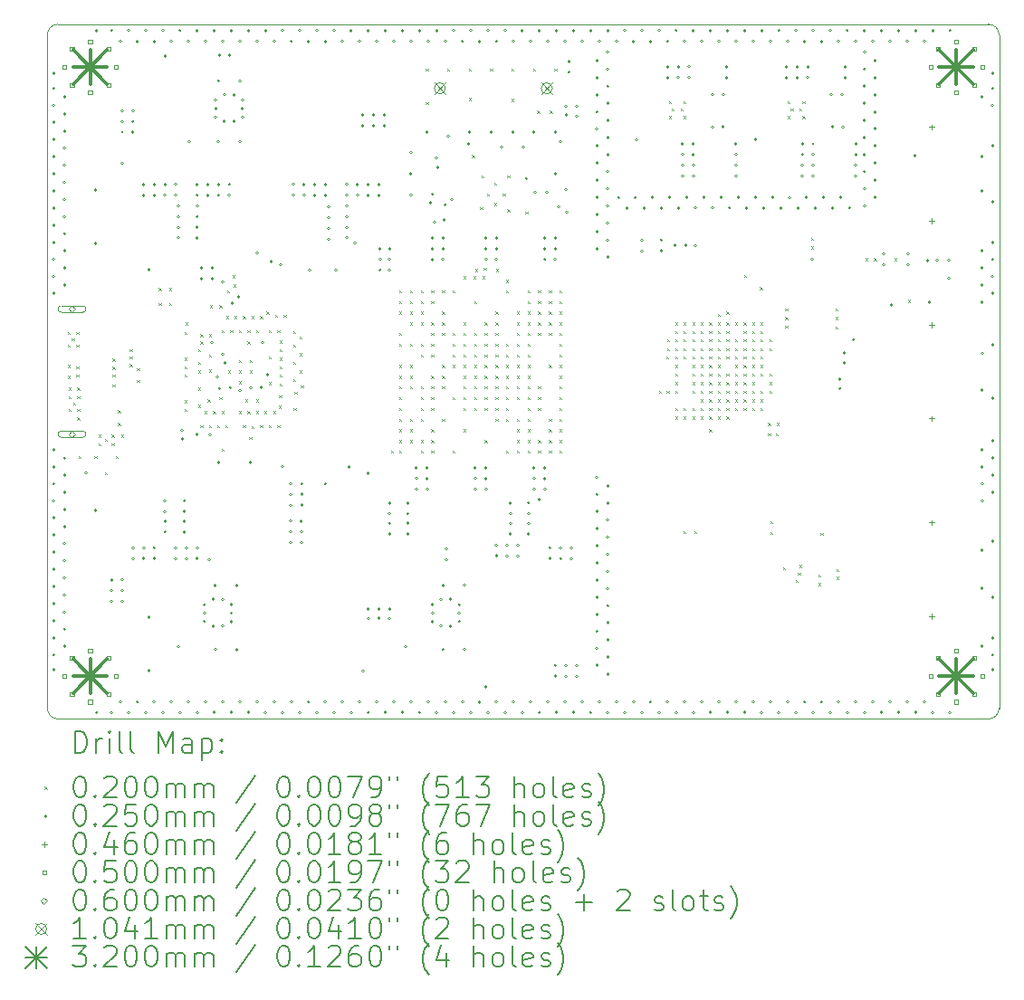
<source format=gbr>
%TF.GenerationSoftware,KiCad,Pcbnew,8.0.1*%
%TF.CreationDate,2024-04-14T19:48:49+02:00*%
%TF.ProjectId,start_1,73746172-745f-4312-9e6b-696361645f70,rev?*%
%TF.SameCoordinates,Original*%
%TF.FileFunction,Drillmap*%
%TF.FilePolarity,Positive*%
%FSLAX45Y45*%
G04 Gerber Fmt 4.5, Leading zero omitted, Abs format (unit mm)*
G04 Created by KiCad (PCBNEW 8.0.1) date 2024-04-14 19:48:49*
%MOMM*%
%LPD*%
G01*
G04 APERTURE LIST*
%ADD10C,0.100000*%
%ADD11C,0.200000*%
%ADD12C,0.104140*%
%ADD13C,0.320000*%
G04 APERTURE END LIST*
D10*
X14400000Y-22200000D02*
G75*
G02*
X14300000Y-22100000I0J100000D01*
G01*
X23100000Y-22200000D02*
X14400000Y-22200000D01*
X23200000Y-22100000D02*
G75*
G02*
X23100000Y-22200000I-100000J0D01*
G01*
X14300000Y-15800000D02*
G75*
G02*
X14400000Y-15700000I100000J0D01*
G01*
X23200000Y-15800000D02*
X23200000Y-22100000D01*
X23100000Y-15700000D02*
G75*
G02*
X23200000Y-15800000I0J-100000D01*
G01*
X14300000Y-22100000D02*
X14300000Y-15800000D01*
X14400000Y-15700000D02*
X23100000Y-15700000D01*
D11*
D10*
X14490000Y-18580000D02*
X14510000Y-18600000D01*
X14510000Y-18580000D02*
X14490000Y-18600000D01*
X14490000Y-18700000D02*
X14510000Y-18720000D01*
X14510000Y-18700000D02*
X14490000Y-18720000D01*
X14490000Y-18890000D02*
X14510000Y-18910000D01*
X14510000Y-18890000D02*
X14490000Y-18910000D01*
X14490000Y-18990000D02*
X14510000Y-19010000D01*
X14510000Y-18990000D02*
X14490000Y-19010000D01*
X14500000Y-19100000D02*
X14520000Y-19120000D01*
X14520000Y-19100000D02*
X14500000Y-19120000D01*
X14500000Y-19180000D02*
X14520000Y-19200000D01*
X14520000Y-19180000D02*
X14500000Y-19200000D01*
X14500000Y-19300000D02*
X14520000Y-19320000D01*
X14520000Y-19300000D02*
X14500000Y-19320000D01*
X14530000Y-18640000D02*
X14550000Y-18660000D01*
X14550000Y-18640000D02*
X14530000Y-18660000D01*
X14540000Y-19240000D02*
X14560000Y-19260000D01*
X14560000Y-19240000D02*
X14540000Y-19260000D01*
X14570000Y-18580000D02*
X14590000Y-18600000D01*
X14590000Y-18580000D02*
X14570000Y-18600000D01*
X14570000Y-18700000D02*
X14590000Y-18720000D01*
X14590000Y-18700000D02*
X14570000Y-18720000D01*
X14570000Y-18900000D02*
X14590000Y-18920000D01*
X14590000Y-18900000D02*
X14570000Y-18920000D01*
X14570000Y-18980000D02*
X14590000Y-19000000D01*
X14590000Y-18980000D02*
X14570000Y-19000000D01*
X14580000Y-19100000D02*
X14600000Y-19120000D01*
X14600000Y-19100000D02*
X14580000Y-19120000D01*
X14580000Y-19180000D02*
X14600000Y-19200000D01*
X14600000Y-19180000D02*
X14580000Y-19200000D01*
X14580000Y-19300000D02*
X14600000Y-19320000D01*
X14600000Y-19300000D02*
X14580000Y-19320000D01*
X14580000Y-19380000D02*
X14600000Y-19400000D01*
X14600000Y-19380000D02*
X14580000Y-19400000D01*
X14590000Y-19740000D02*
X14610000Y-19760000D01*
X14610000Y-19740000D02*
X14590000Y-19760000D01*
X14740000Y-19740000D02*
X14760000Y-19760000D01*
X14760000Y-19740000D02*
X14740000Y-19760000D01*
X14780000Y-19540000D02*
X14800000Y-19560000D01*
X14800000Y-19540000D02*
X14780000Y-19560000D01*
X14780000Y-19620000D02*
X14800000Y-19640000D01*
X14800000Y-19620000D02*
X14780000Y-19640000D01*
X14840000Y-19580000D02*
X14860000Y-19600000D01*
X14860000Y-19580000D02*
X14840000Y-19600000D01*
X14840000Y-19890000D02*
X14860000Y-19910000D01*
X14860000Y-19890000D02*
X14840000Y-19910000D01*
X14900000Y-19540000D02*
X14920000Y-19560000D01*
X14920000Y-19540000D02*
X14900000Y-19560000D01*
X14900000Y-19620000D02*
X14920000Y-19640000D01*
X14920000Y-19620000D02*
X14900000Y-19640000D01*
X14910000Y-18830000D02*
X14930000Y-18850000D01*
X14930000Y-18830000D02*
X14910000Y-18850000D01*
X14910000Y-18905000D02*
X14930000Y-18925000D01*
X14930000Y-18905000D02*
X14910000Y-18925000D01*
X14910000Y-18975000D02*
X14930000Y-18995000D01*
X14930000Y-18975000D02*
X14910000Y-18995000D01*
X14910000Y-19070000D02*
X14930000Y-19090000D01*
X14930000Y-19070000D02*
X14910000Y-19090000D01*
X14940000Y-19740000D02*
X14960000Y-19760000D01*
X14960000Y-19740000D02*
X14940000Y-19760000D01*
X14960000Y-19312000D02*
X14980000Y-19332000D01*
X14980000Y-19312000D02*
X14960000Y-19332000D01*
X14960000Y-19430000D02*
X14980000Y-19450000D01*
X14980000Y-19430000D02*
X14960000Y-19450000D01*
X14990000Y-19540000D02*
X15010000Y-19560000D01*
X15010000Y-19540000D02*
X14990000Y-19560000D01*
X15070000Y-18740000D02*
X15090000Y-18760000D01*
X15090000Y-18740000D02*
X15070000Y-18760000D01*
X15070000Y-18810000D02*
X15090000Y-18830000D01*
X15090000Y-18810000D02*
X15070000Y-18830000D01*
X15070000Y-18880000D02*
X15090000Y-18900000D01*
X15090000Y-18880000D02*
X15070000Y-18900000D01*
X15137000Y-18918000D02*
X15157000Y-18938000D01*
X15157000Y-18918000D02*
X15137000Y-18938000D01*
X15137305Y-19027893D02*
X15157305Y-19047893D01*
X15157305Y-19027893D02*
X15137305Y-19047893D01*
X15342000Y-18170000D02*
X15362000Y-18190000D01*
X15362000Y-18170000D02*
X15342000Y-18190000D01*
X15342000Y-18310000D02*
X15362000Y-18330000D01*
X15362000Y-18310000D02*
X15342000Y-18330000D01*
X15438000Y-18170000D02*
X15458000Y-18190000D01*
X15458000Y-18170000D02*
X15438000Y-18190000D01*
X15438000Y-18310000D02*
X15458000Y-18330000D01*
X15458000Y-18310000D02*
X15438000Y-18330000D01*
X15580000Y-18580000D02*
X15600000Y-18600000D01*
X15600000Y-18580000D02*
X15580000Y-18600000D01*
X15580000Y-18820000D02*
X15600000Y-18840000D01*
X15600000Y-18820000D02*
X15580000Y-18840000D01*
X15580000Y-18900000D02*
X15600000Y-18920000D01*
X15600000Y-18900000D02*
X15580000Y-18920000D01*
X15580000Y-18980000D02*
X15600000Y-19000000D01*
X15600000Y-18980000D02*
X15580000Y-19000000D01*
X15580000Y-19220000D02*
X15600000Y-19240000D01*
X15600000Y-19220000D02*
X15580000Y-19240000D01*
X15580000Y-19300000D02*
X15600000Y-19320000D01*
X15600000Y-19300000D02*
X15580000Y-19320000D01*
X15590000Y-18490000D02*
X15610000Y-18510000D01*
X15610000Y-18490000D02*
X15590000Y-18510000D01*
X15710000Y-18740000D02*
X15730000Y-18760000D01*
X15730000Y-18740000D02*
X15710000Y-18760000D01*
X15710000Y-18860000D02*
X15730000Y-18880000D01*
X15730000Y-18860000D02*
X15710000Y-18880000D01*
X15710000Y-18940000D02*
X15730000Y-18960000D01*
X15730000Y-18940000D02*
X15710000Y-18960000D01*
X15710000Y-19100000D02*
X15730000Y-19120000D01*
X15730000Y-19100000D02*
X15710000Y-19120000D01*
X15710000Y-19260000D02*
X15730000Y-19280000D01*
X15730000Y-19260000D02*
X15710000Y-19280000D01*
X15730000Y-18600000D02*
X15750000Y-18620000D01*
X15750000Y-18600000D02*
X15730000Y-18620000D01*
X15730000Y-18670000D02*
X15750000Y-18690000D01*
X15750000Y-18670000D02*
X15730000Y-18690000D01*
X15730000Y-19450000D02*
X15750000Y-19470000D01*
X15750000Y-19450000D02*
X15730000Y-19470000D01*
X15770000Y-19320000D02*
X15790000Y-19340000D01*
X15790000Y-19320000D02*
X15770000Y-19340000D01*
X15800000Y-19210000D02*
X15820000Y-19230000D01*
X15820000Y-19210000D02*
X15800000Y-19230000D01*
X15810000Y-18600000D02*
X15830000Y-18620000D01*
X15830000Y-18600000D02*
X15810000Y-18620000D01*
X15810000Y-18790000D02*
X15830000Y-18810000D01*
X15830000Y-18790000D02*
X15810000Y-18810000D01*
X15810000Y-18930000D02*
X15830000Y-18950000D01*
X15830000Y-18930000D02*
X15810000Y-18950000D01*
X15810000Y-19450000D02*
X15830000Y-19470000D01*
X15830000Y-19450000D02*
X15810000Y-19470000D01*
X15820000Y-18330000D02*
X15840000Y-18350000D01*
X15840000Y-18330000D02*
X15820000Y-18350000D01*
X15850000Y-19320000D02*
X15870000Y-19340000D01*
X15870000Y-19320000D02*
X15850000Y-19340000D01*
X15890000Y-19450000D02*
X15910000Y-19470000D01*
X15910000Y-19450000D02*
X15890000Y-19470000D01*
X15910000Y-18330000D02*
X15930000Y-18350000D01*
X15930000Y-18330000D02*
X15910000Y-18350000D01*
X15910000Y-19190000D02*
X15930000Y-19210000D01*
X15930000Y-19190000D02*
X15910000Y-19210000D01*
X15930000Y-18560000D02*
X15950000Y-18580000D01*
X15950000Y-18560000D02*
X15930000Y-18580000D01*
X15930000Y-19320000D02*
X15950000Y-19340000D01*
X15950000Y-19320000D02*
X15930000Y-19340000D01*
X15930000Y-19670000D02*
X15950000Y-19690000D01*
X15950000Y-19670000D02*
X15930000Y-19690000D01*
X15961809Y-19452307D02*
X15981809Y-19472307D01*
X15981809Y-19452307D02*
X15961809Y-19472307D01*
X15970000Y-18430000D02*
X15990000Y-18450000D01*
X15990000Y-18430000D02*
X15970000Y-18450000D01*
X15981366Y-18188690D02*
X16001366Y-18208690D01*
X16001366Y-18188690D02*
X15981366Y-18208690D01*
X15990000Y-18940000D02*
X16010000Y-18960000D01*
X16010000Y-18940000D02*
X15990000Y-18960000D01*
X16010000Y-18561875D02*
X16030000Y-18581875D01*
X16030000Y-18561875D02*
X16010000Y-18581875D01*
X16030000Y-18050000D02*
X16050000Y-18070000D01*
X16050000Y-18050000D02*
X16030000Y-18070000D01*
X16040000Y-18135000D02*
X16060000Y-18155000D01*
X16060000Y-18135000D02*
X16040000Y-18155000D01*
X16050000Y-18430000D02*
X16070000Y-18450000D01*
X16070000Y-18430000D02*
X16050000Y-18450000D01*
X16090000Y-18560000D02*
X16110000Y-18580000D01*
X16110000Y-18560000D02*
X16090000Y-18580000D01*
X16090000Y-18840000D02*
X16110000Y-18860000D01*
X16110000Y-18840000D02*
X16090000Y-18860000D01*
X16090000Y-18940000D02*
X16110000Y-18960000D01*
X16110000Y-18940000D02*
X16090000Y-18960000D01*
X16090000Y-19040000D02*
X16110000Y-19060000D01*
X16110000Y-19040000D02*
X16090000Y-19060000D01*
X16090000Y-19320000D02*
X16110000Y-19340000D01*
X16110000Y-19320000D02*
X16090000Y-19340000D01*
X16130000Y-18430000D02*
X16150000Y-18450000D01*
X16150000Y-18430000D02*
X16130000Y-18450000D01*
X16130000Y-19450000D02*
X16150000Y-19470000D01*
X16150000Y-19450000D02*
X16130000Y-19470000D01*
X16150000Y-19210000D02*
X16170000Y-19230000D01*
X16170000Y-19210000D02*
X16150000Y-19230000D01*
X16170000Y-18560000D02*
X16190000Y-18580000D01*
X16190000Y-18560000D02*
X16170000Y-18580000D01*
X16170000Y-18670000D02*
X16190000Y-18690000D01*
X16190000Y-18670000D02*
X16170000Y-18690000D01*
X16170000Y-19320000D02*
X16190000Y-19340000D01*
X16190000Y-19320000D02*
X16170000Y-19340000D01*
X16188000Y-19562000D02*
X16208000Y-19582000D01*
X16208000Y-19562000D02*
X16188000Y-19582000D01*
X16190000Y-18840000D02*
X16210000Y-18860000D01*
X16210000Y-18840000D02*
X16190000Y-18860000D01*
X16190000Y-18940000D02*
X16210000Y-18960000D01*
X16210000Y-18940000D02*
X16190000Y-18960000D01*
X16208771Y-19458340D02*
X16228771Y-19478340D01*
X16228771Y-19458340D02*
X16208771Y-19478340D01*
X16210000Y-18430000D02*
X16230000Y-18450000D01*
X16230000Y-18430000D02*
X16210000Y-18450000D01*
X16250000Y-18560000D02*
X16270000Y-18580000D01*
X16270000Y-18560000D02*
X16250000Y-18580000D01*
X16250000Y-19210000D02*
X16270000Y-19230000D01*
X16270000Y-19210000D02*
X16250000Y-19230000D01*
X16250000Y-19320000D02*
X16270000Y-19340000D01*
X16270000Y-19320000D02*
X16250000Y-19340000D01*
X16290000Y-18430000D02*
X16310000Y-18450000D01*
X16310000Y-18430000D02*
X16290000Y-18450000D01*
X16290000Y-19450000D02*
X16310000Y-19470000D01*
X16310000Y-19450000D02*
X16290000Y-19470000D01*
X16330000Y-19320000D02*
X16350000Y-19340000D01*
X16350000Y-19320000D02*
X16330000Y-19340000D01*
X16350000Y-18390000D02*
X16370000Y-18410000D01*
X16370000Y-18390000D02*
X16350000Y-18410000D01*
X16370000Y-18560000D02*
X16390000Y-18580000D01*
X16390000Y-18560000D02*
X16370000Y-18580000D01*
X16370000Y-18810000D02*
X16390000Y-18830000D01*
X16390000Y-18810000D02*
X16370000Y-18830000D01*
X16370000Y-19050000D02*
X16390000Y-19070000D01*
X16390000Y-19050000D02*
X16370000Y-19070000D01*
X16370000Y-19450000D02*
X16390000Y-19470000D01*
X16390000Y-19450000D02*
X16370000Y-19470000D01*
X16410000Y-19320000D02*
X16430000Y-19340000D01*
X16430000Y-19320000D02*
X16410000Y-19340000D01*
X16430000Y-18420000D02*
X16450000Y-18440000D01*
X16450000Y-18420000D02*
X16430000Y-18440000D01*
X16450000Y-18560000D02*
X16470000Y-18580000D01*
X16470000Y-18560000D02*
X16450000Y-18580000D01*
X16450000Y-19450000D02*
X16470000Y-19470000D01*
X16470000Y-19450000D02*
X16450000Y-19470000D01*
X16461820Y-19268180D02*
X16481820Y-19288180D01*
X16481820Y-19268180D02*
X16461820Y-19288180D01*
X16466360Y-19173064D02*
X16486360Y-19193064D01*
X16486360Y-19173064D02*
X16466360Y-19193064D01*
X16470000Y-18660000D02*
X16490000Y-18680000D01*
X16490000Y-18660000D02*
X16470000Y-18680000D01*
X16470000Y-18740000D02*
X16490000Y-18760000D01*
X16490000Y-18740000D02*
X16470000Y-18760000D01*
X16470000Y-18820000D02*
X16490000Y-18840000D01*
X16490000Y-18820000D02*
X16470000Y-18840000D01*
X16470000Y-18900000D02*
X16490000Y-18920000D01*
X16490000Y-18900000D02*
X16470000Y-18920000D01*
X16470000Y-18980000D02*
X16490000Y-19000000D01*
X16490000Y-18980000D02*
X16470000Y-19000000D01*
X16470000Y-19060000D02*
X16490000Y-19080000D01*
X16490000Y-19060000D02*
X16470000Y-19080000D01*
X16510000Y-18420000D02*
X16530000Y-18440000D01*
X16530000Y-18420000D02*
X16510000Y-18440000D01*
X16600000Y-18570000D02*
X16620000Y-18590000D01*
X16620000Y-18570000D02*
X16600000Y-18590000D01*
X16600000Y-18700000D02*
X16620000Y-18720000D01*
X16620000Y-18700000D02*
X16600000Y-18720000D01*
X16600000Y-18860000D02*
X16620000Y-18880000D01*
X16620000Y-18860000D02*
X16600000Y-18880000D01*
X16600000Y-19020000D02*
X16620000Y-19040000D01*
X16620000Y-19020000D02*
X16600000Y-19040000D01*
X16603533Y-19290346D02*
X16623533Y-19310346D01*
X16623533Y-19290346D02*
X16603533Y-19310346D01*
X16610000Y-19140000D02*
X16630000Y-19160000D01*
X16630000Y-19140000D02*
X16610000Y-19160000D01*
X16660000Y-18620000D02*
X16680000Y-18640000D01*
X16680000Y-18620000D02*
X16660000Y-18640000D01*
X16660000Y-18780000D02*
X16680000Y-18800000D01*
X16680000Y-18780000D02*
X16660000Y-18800000D01*
X16660000Y-18940000D02*
X16680000Y-18960000D01*
X16680000Y-18940000D02*
X16660000Y-18960000D01*
X16670000Y-19080000D02*
X16690000Y-19100000D01*
X16690000Y-19080000D02*
X16670000Y-19100000D01*
X17515000Y-19690000D02*
X17535000Y-19710000D01*
X17535000Y-19690000D02*
X17515000Y-19710000D01*
X17590000Y-18190000D02*
X17610000Y-18210000D01*
X17610000Y-18190000D02*
X17590000Y-18210000D01*
X17590000Y-18290000D02*
X17610000Y-18310000D01*
X17610000Y-18290000D02*
X17590000Y-18310000D01*
X17590000Y-18390000D02*
X17610000Y-18410000D01*
X17610000Y-18390000D02*
X17590000Y-18410000D01*
X17590000Y-18590000D02*
X17610000Y-18610000D01*
X17610000Y-18590000D02*
X17590000Y-18610000D01*
X17590000Y-18690000D02*
X17610000Y-18710000D01*
X17610000Y-18690000D02*
X17590000Y-18710000D01*
X17590000Y-18890000D02*
X17610000Y-18910000D01*
X17610000Y-18890000D02*
X17590000Y-18910000D01*
X17590000Y-18990000D02*
X17610000Y-19010000D01*
X17610000Y-18990000D02*
X17590000Y-19010000D01*
X17590000Y-19090000D02*
X17610000Y-19110000D01*
X17610000Y-19090000D02*
X17590000Y-19110000D01*
X17590000Y-19190000D02*
X17610000Y-19210000D01*
X17610000Y-19190000D02*
X17590000Y-19210000D01*
X17590000Y-19290000D02*
X17610000Y-19310000D01*
X17610000Y-19290000D02*
X17590000Y-19310000D01*
X17590000Y-19390000D02*
X17610000Y-19410000D01*
X17610000Y-19390000D02*
X17590000Y-19410000D01*
X17590000Y-19490000D02*
X17610000Y-19510000D01*
X17610000Y-19490000D02*
X17590000Y-19510000D01*
X17590000Y-19590000D02*
X17610000Y-19610000D01*
X17610000Y-19590000D02*
X17590000Y-19610000D01*
X17590000Y-19690000D02*
X17610000Y-19710000D01*
X17610000Y-19690000D02*
X17590000Y-19710000D01*
X17690000Y-18190000D02*
X17710000Y-18210000D01*
X17710000Y-18190000D02*
X17690000Y-18210000D01*
X17690000Y-18290000D02*
X17710000Y-18310000D01*
X17710000Y-18290000D02*
X17690000Y-18310000D01*
X17690000Y-18390000D02*
X17710000Y-18410000D01*
X17710000Y-18390000D02*
X17690000Y-18410000D01*
X17690000Y-18490000D02*
X17710000Y-18510000D01*
X17710000Y-18490000D02*
X17690000Y-18510000D01*
X17690000Y-18690000D02*
X17710000Y-18710000D01*
X17710000Y-18690000D02*
X17690000Y-18710000D01*
X17690000Y-18890000D02*
X17710000Y-18910000D01*
X17710000Y-18890000D02*
X17690000Y-18910000D01*
X17690000Y-18990000D02*
X17710000Y-19010000D01*
X17710000Y-18990000D02*
X17690000Y-19010000D01*
X17690000Y-19090000D02*
X17710000Y-19110000D01*
X17710000Y-19090000D02*
X17690000Y-19110000D01*
X17690000Y-19390000D02*
X17710000Y-19410000D01*
X17710000Y-19390000D02*
X17690000Y-19410000D01*
X17690000Y-19490000D02*
X17710000Y-19510000D01*
X17710000Y-19490000D02*
X17690000Y-19510000D01*
X17690000Y-19590000D02*
X17710000Y-19610000D01*
X17710000Y-19590000D02*
X17690000Y-19610000D01*
X17790000Y-18190000D02*
X17810000Y-18210000D01*
X17810000Y-18190000D02*
X17790000Y-18210000D01*
X17790000Y-18290000D02*
X17810000Y-18310000D01*
X17810000Y-18290000D02*
X17790000Y-18310000D01*
X17790000Y-18390000D02*
X17810000Y-18410000D01*
X17810000Y-18390000D02*
X17790000Y-18410000D01*
X17790000Y-18490000D02*
X17810000Y-18510000D01*
X17810000Y-18490000D02*
X17790000Y-18510000D01*
X17790000Y-18690000D02*
X17810000Y-18710000D01*
X17810000Y-18690000D02*
X17790000Y-18710000D01*
X17790000Y-18790000D02*
X17810000Y-18810000D01*
X17810000Y-18790000D02*
X17790000Y-18810000D01*
X17790000Y-19090000D02*
X17810000Y-19110000D01*
X17810000Y-19090000D02*
X17790000Y-19110000D01*
X17790000Y-19190000D02*
X17810000Y-19210000D01*
X17810000Y-19190000D02*
X17790000Y-19210000D01*
X17790000Y-19290000D02*
X17810000Y-19310000D01*
X17810000Y-19290000D02*
X17790000Y-19310000D01*
X17790000Y-19390000D02*
X17810000Y-19410000D01*
X17810000Y-19390000D02*
X17790000Y-19410000D01*
X17790000Y-19590000D02*
X17810000Y-19610000D01*
X17810000Y-19590000D02*
X17790000Y-19610000D01*
X17790000Y-19690000D02*
X17810000Y-19710000D01*
X17810000Y-19690000D02*
X17790000Y-19710000D01*
X17840000Y-16115000D02*
X17860000Y-16135000D01*
X17860000Y-16115000D02*
X17840000Y-16135000D01*
X17840000Y-16430000D02*
X17860000Y-16450000D01*
X17860000Y-16430000D02*
X17840000Y-16450000D01*
X17890000Y-18190000D02*
X17910000Y-18210000D01*
X17910000Y-18190000D02*
X17890000Y-18210000D01*
X17890000Y-18290000D02*
X17910000Y-18310000D01*
X17910000Y-18290000D02*
X17890000Y-18310000D01*
X17890000Y-18490000D02*
X17910000Y-18510000D01*
X17910000Y-18490000D02*
X17890000Y-18510000D01*
X17890000Y-18590000D02*
X17910000Y-18610000D01*
X17910000Y-18590000D02*
X17890000Y-18610000D01*
X17890000Y-18690000D02*
X17910000Y-18710000D01*
X17910000Y-18690000D02*
X17890000Y-18710000D01*
X17890000Y-18790000D02*
X17910000Y-18810000D01*
X17910000Y-18790000D02*
X17890000Y-18810000D01*
X17890000Y-18990000D02*
X17910000Y-19010000D01*
X17910000Y-18990000D02*
X17890000Y-19010000D01*
X17890000Y-19090000D02*
X17910000Y-19110000D01*
X17910000Y-19090000D02*
X17890000Y-19110000D01*
X17890000Y-19190000D02*
X17910000Y-19210000D01*
X17910000Y-19190000D02*
X17890000Y-19210000D01*
X17890000Y-19290000D02*
X17910000Y-19310000D01*
X17910000Y-19290000D02*
X17890000Y-19310000D01*
X17890000Y-19490000D02*
X17910000Y-19510000D01*
X17910000Y-19490000D02*
X17890000Y-19510000D01*
X17890000Y-19590000D02*
X17910000Y-19610000D01*
X17910000Y-19590000D02*
X17890000Y-19610000D01*
X17890000Y-19690000D02*
X17910000Y-19710000D01*
X17910000Y-19690000D02*
X17890000Y-19710000D01*
X17990000Y-18190000D02*
X18010000Y-18210000D01*
X18010000Y-18190000D02*
X17990000Y-18210000D01*
X17990000Y-18390000D02*
X18010000Y-18410000D01*
X18010000Y-18390000D02*
X17990000Y-18410000D01*
X17990000Y-18490000D02*
X18010000Y-18510000D01*
X18010000Y-18490000D02*
X17990000Y-18510000D01*
X17990000Y-18590000D02*
X18010000Y-18610000D01*
X18010000Y-18590000D02*
X17990000Y-18610000D01*
X17990000Y-18890000D02*
X18010000Y-18910000D01*
X18010000Y-18890000D02*
X17990000Y-18910000D01*
X17990000Y-18990000D02*
X18010000Y-19010000D01*
X18010000Y-18990000D02*
X17990000Y-19010000D01*
X17990000Y-19090000D02*
X18010000Y-19110000D01*
X18010000Y-19090000D02*
X17990000Y-19110000D01*
X17990000Y-19390000D02*
X18010000Y-19410000D01*
X18010000Y-19390000D02*
X17990000Y-19410000D01*
X18040000Y-16115000D02*
X18060000Y-16135000D01*
X18060000Y-16115000D02*
X18040000Y-16135000D01*
X18090000Y-18190000D02*
X18110000Y-18210000D01*
X18110000Y-18190000D02*
X18090000Y-18210000D01*
X18090000Y-18590000D02*
X18110000Y-18610000D01*
X18110000Y-18590000D02*
X18090000Y-18610000D01*
X18090000Y-18690000D02*
X18110000Y-18710000D01*
X18110000Y-18690000D02*
X18090000Y-18710000D01*
X18090000Y-18790000D02*
X18110000Y-18810000D01*
X18110000Y-18790000D02*
X18090000Y-18810000D01*
X18090000Y-18890000D02*
X18110000Y-18910000D01*
X18110000Y-18890000D02*
X18090000Y-18910000D01*
X18090000Y-19190000D02*
X18110000Y-19210000D01*
X18110000Y-19190000D02*
X18090000Y-19210000D01*
X18090000Y-19690000D02*
X18110000Y-19710000D01*
X18110000Y-19690000D02*
X18090000Y-19710000D01*
X18190000Y-18060000D02*
X18210000Y-18080000D01*
X18210000Y-18060000D02*
X18190000Y-18080000D01*
X18190000Y-18490000D02*
X18210000Y-18510000D01*
X18210000Y-18490000D02*
X18190000Y-18510000D01*
X18190000Y-18590000D02*
X18210000Y-18610000D01*
X18210000Y-18590000D02*
X18190000Y-18610000D01*
X18190000Y-18690000D02*
X18210000Y-18710000D01*
X18210000Y-18690000D02*
X18190000Y-18710000D01*
X18190000Y-18790000D02*
X18210000Y-18810000D01*
X18210000Y-18790000D02*
X18190000Y-18810000D01*
X18190000Y-18890000D02*
X18210000Y-18910000D01*
X18210000Y-18890000D02*
X18190000Y-18910000D01*
X18190000Y-18990000D02*
X18210000Y-19010000D01*
X18210000Y-18990000D02*
X18190000Y-19010000D01*
X18190000Y-19090000D02*
X18210000Y-19110000D01*
X18210000Y-19090000D02*
X18190000Y-19110000D01*
X18190000Y-19190000D02*
X18210000Y-19210000D01*
X18210000Y-19190000D02*
X18190000Y-19210000D01*
X18190000Y-19290000D02*
X18210000Y-19310000D01*
X18210000Y-19290000D02*
X18190000Y-19310000D01*
X18190000Y-19490000D02*
X18210000Y-19510000D01*
X18210000Y-19490000D02*
X18190000Y-19510000D01*
X18240000Y-16115000D02*
X18260000Y-16135000D01*
X18260000Y-16115000D02*
X18240000Y-16135000D01*
X18240000Y-16390000D02*
X18260000Y-16410000D01*
X18260000Y-16390000D02*
X18240000Y-16410000D01*
X18272000Y-16923726D02*
X18292000Y-16943726D01*
X18292000Y-16923726D02*
X18272000Y-16943726D01*
X18283500Y-18060000D02*
X18303500Y-18080000D01*
X18303500Y-18060000D02*
X18283500Y-18080000D01*
X18290000Y-18290000D02*
X18310000Y-18310000D01*
X18310000Y-18290000D02*
X18290000Y-18310000D01*
X18290000Y-18590000D02*
X18310000Y-18610000D01*
X18310000Y-18590000D02*
X18290000Y-18610000D01*
X18290000Y-18690000D02*
X18310000Y-18710000D01*
X18310000Y-18690000D02*
X18290000Y-18710000D01*
X18290000Y-18790000D02*
X18310000Y-18810000D01*
X18310000Y-18790000D02*
X18290000Y-18810000D01*
X18290000Y-18890000D02*
X18310000Y-18910000D01*
X18310000Y-18890000D02*
X18290000Y-18910000D01*
X18290000Y-18990000D02*
X18310000Y-19010000D01*
X18310000Y-18990000D02*
X18290000Y-19010000D01*
X18290000Y-19090000D02*
X18310000Y-19110000D01*
X18310000Y-19090000D02*
X18290000Y-19110000D01*
X18290000Y-19190000D02*
X18310000Y-19210000D01*
X18310000Y-19190000D02*
X18290000Y-19210000D01*
X18290000Y-19290000D02*
X18310000Y-19310000D01*
X18310000Y-19290000D02*
X18290000Y-19310000D01*
X18300000Y-17990000D02*
X18320000Y-18010000D01*
X18320000Y-17990000D02*
X18300000Y-18010000D01*
X18348464Y-17410000D02*
X18368464Y-17430000D01*
X18368464Y-17410000D02*
X18348464Y-17430000D01*
X18360000Y-17113726D02*
X18380000Y-17133726D01*
X18380000Y-17113726D02*
X18360000Y-17133726D01*
X18369000Y-18060000D02*
X18389000Y-18080000D01*
X18389000Y-18060000D02*
X18369000Y-18080000D01*
X18380000Y-17980000D02*
X18400000Y-18000000D01*
X18400000Y-17980000D02*
X18380000Y-18000000D01*
X18390000Y-18490000D02*
X18410000Y-18510000D01*
X18410000Y-18490000D02*
X18390000Y-18510000D01*
X18390000Y-18590000D02*
X18410000Y-18610000D01*
X18410000Y-18590000D02*
X18390000Y-18610000D01*
X18390000Y-18690000D02*
X18410000Y-18710000D01*
X18410000Y-18690000D02*
X18390000Y-18710000D01*
X18390000Y-18790000D02*
X18410000Y-18810000D01*
X18410000Y-18790000D02*
X18390000Y-18810000D01*
X18390000Y-18890000D02*
X18410000Y-18910000D01*
X18410000Y-18890000D02*
X18390000Y-18910000D01*
X18390000Y-18990000D02*
X18410000Y-19010000D01*
X18410000Y-18990000D02*
X18390000Y-19010000D01*
X18390000Y-19090000D02*
X18410000Y-19110000D01*
X18410000Y-19090000D02*
X18390000Y-19110000D01*
X18390000Y-19190000D02*
X18410000Y-19210000D01*
X18410000Y-19190000D02*
X18390000Y-19210000D01*
X18390000Y-19290000D02*
X18410000Y-19310000D01*
X18410000Y-19290000D02*
X18390000Y-19310000D01*
X18390000Y-19590000D02*
X18410000Y-19610000D01*
X18410000Y-19590000D02*
X18390000Y-19610000D01*
X18410000Y-17283726D02*
X18430000Y-17303726D01*
X18430000Y-17283726D02*
X18410000Y-17303726D01*
X18440000Y-16115000D02*
X18460000Y-16135000D01*
X18460000Y-16115000D02*
X18440000Y-16135000D01*
X18480000Y-17183726D02*
X18500000Y-17203726D01*
X18500000Y-17183726D02*
X18480000Y-17203726D01*
X18480000Y-17373726D02*
X18500000Y-17393726D01*
X18500000Y-17373726D02*
X18480000Y-17393726D01*
X18490000Y-18390000D02*
X18510000Y-18410000D01*
X18510000Y-18390000D02*
X18490000Y-18410000D01*
X18490000Y-18490000D02*
X18510000Y-18510000D01*
X18510000Y-18490000D02*
X18490000Y-18510000D01*
X18490000Y-18590000D02*
X18510000Y-18610000D01*
X18510000Y-18590000D02*
X18490000Y-18610000D01*
X18490000Y-18690000D02*
X18510000Y-18710000D01*
X18510000Y-18690000D02*
X18490000Y-18710000D01*
X18490000Y-18790000D02*
X18510000Y-18810000D01*
X18510000Y-18790000D02*
X18490000Y-18810000D01*
X18490000Y-18890000D02*
X18510000Y-18910000D01*
X18510000Y-18890000D02*
X18490000Y-18910000D01*
X18490000Y-18990000D02*
X18510000Y-19010000D01*
X18510000Y-18990000D02*
X18490000Y-19010000D01*
X18490000Y-19090000D02*
X18510000Y-19110000D01*
X18510000Y-19090000D02*
X18490000Y-19110000D01*
X18490000Y-19190000D02*
X18510000Y-19210000D01*
X18510000Y-19190000D02*
X18490000Y-19210000D01*
X18490000Y-19290000D02*
X18510000Y-19310000D01*
X18510000Y-19290000D02*
X18490000Y-19310000D01*
X18490000Y-19390000D02*
X18510000Y-19410000D01*
X18510000Y-19390000D02*
X18490000Y-19410000D01*
X18497000Y-17990000D02*
X18517000Y-18010000D01*
X18517000Y-17990000D02*
X18497000Y-18010000D01*
X18560000Y-17283726D02*
X18580000Y-17303726D01*
X18580000Y-17283726D02*
X18560000Y-17303726D01*
X18590000Y-18188000D02*
X18610000Y-18208000D01*
X18610000Y-18188000D02*
X18590000Y-18208000D01*
X18590000Y-18690000D02*
X18610000Y-18710000D01*
X18610000Y-18690000D02*
X18590000Y-18710000D01*
X18590000Y-18790000D02*
X18610000Y-18810000D01*
X18610000Y-18790000D02*
X18590000Y-18810000D01*
X18590000Y-18890000D02*
X18610000Y-18910000D01*
X18610000Y-18890000D02*
X18590000Y-18910000D01*
X18590000Y-18990000D02*
X18610000Y-19010000D01*
X18610000Y-18990000D02*
X18590000Y-19010000D01*
X18590000Y-19090000D02*
X18610000Y-19110000D01*
X18610000Y-19090000D02*
X18590000Y-19110000D01*
X18590000Y-19190000D02*
X18610000Y-19210000D01*
X18610000Y-19190000D02*
X18590000Y-19210000D01*
X18590000Y-19290000D02*
X18610000Y-19310000D01*
X18610000Y-19290000D02*
X18590000Y-19310000D01*
X18590000Y-19390000D02*
X18610000Y-19410000D01*
X18610000Y-19390000D02*
X18590000Y-19410000D01*
X18590000Y-19690000D02*
X18610000Y-19710000D01*
X18610000Y-19690000D02*
X18590000Y-19710000D01*
X18590500Y-18092000D02*
X18610500Y-18112000D01*
X18610500Y-18092000D02*
X18590500Y-18112000D01*
X18600000Y-17113726D02*
X18620000Y-17133726D01*
X18620000Y-17113726D02*
X18600000Y-17133726D01*
X18600000Y-17433726D02*
X18620000Y-17453726D01*
X18620000Y-17433726D02*
X18600000Y-17453726D01*
X18640000Y-16115000D02*
X18660000Y-16135000D01*
X18660000Y-16115000D02*
X18640000Y-16135000D01*
X18640000Y-16400000D02*
X18660000Y-16420000D01*
X18660000Y-16400000D02*
X18640000Y-16420000D01*
X18690000Y-18390000D02*
X18710000Y-18410000D01*
X18710000Y-18390000D02*
X18690000Y-18410000D01*
X18690000Y-18490000D02*
X18710000Y-18510000D01*
X18710000Y-18490000D02*
X18690000Y-18510000D01*
X18690000Y-18590000D02*
X18710000Y-18610000D01*
X18710000Y-18590000D02*
X18690000Y-18610000D01*
X18690000Y-18690000D02*
X18710000Y-18710000D01*
X18710000Y-18690000D02*
X18690000Y-18710000D01*
X18690000Y-18790000D02*
X18710000Y-18810000D01*
X18710000Y-18790000D02*
X18690000Y-18810000D01*
X18690000Y-18890000D02*
X18710000Y-18910000D01*
X18710000Y-18890000D02*
X18690000Y-18910000D01*
X18690000Y-18990000D02*
X18710000Y-19010000D01*
X18710000Y-18990000D02*
X18690000Y-19010000D01*
X18690000Y-19090000D02*
X18710000Y-19110000D01*
X18710000Y-19090000D02*
X18690000Y-19110000D01*
X18690000Y-19190000D02*
X18710000Y-19210000D01*
X18710000Y-19190000D02*
X18690000Y-19210000D01*
X18690000Y-19390000D02*
X18710000Y-19410000D01*
X18710000Y-19390000D02*
X18690000Y-19410000D01*
X18690000Y-19490000D02*
X18710000Y-19510000D01*
X18710000Y-19490000D02*
X18690000Y-19510000D01*
X18690000Y-19590000D02*
X18710000Y-19610000D01*
X18710000Y-19590000D02*
X18690000Y-19610000D01*
X18690000Y-19690000D02*
X18710000Y-19710000D01*
X18710000Y-19690000D02*
X18690000Y-19710000D01*
X18770000Y-17453726D02*
X18790000Y-17473726D01*
X18790000Y-17453726D02*
X18770000Y-17473726D01*
X18790000Y-18190000D02*
X18810000Y-18210000D01*
X18810000Y-18190000D02*
X18790000Y-18210000D01*
X18790000Y-18290000D02*
X18810000Y-18310000D01*
X18810000Y-18290000D02*
X18790000Y-18310000D01*
X18790000Y-18390000D02*
X18810000Y-18410000D01*
X18810000Y-18390000D02*
X18790000Y-18410000D01*
X18790000Y-18490000D02*
X18810000Y-18510000D01*
X18810000Y-18490000D02*
X18790000Y-18510000D01*
X18790000Y-18590000D02*
X18810000Y-18610000D01*
X18810000Y-18590000D02*
X18790000Y-18610000D01*
X18790000Y-18690000D02*
X18810000Y-18710000D01*
X18810000Y-18690000D02*
X18790000Y-18710000D01*
X18790000Y-18790000D02*
X18810000Y-18810000D01*
X18810000Y-18790000D02*
X18790000Y-18810000D01*
X18790000Y-18890000D02*
X18810000Y-18910000D01*
X18810000Y-18890000D02*
X18790000Y-18910000D01*
X18790000Y-18990000D02*
X18810000Y-19010000D01*
X18810000Y-18990000D02*
X18790000Y-19010000D01*
X18790000Y-19090000D02*
X18810000Y-19110000D01*
X18810000Y-19090000D02*
X18790000Y-19110000D01*
X18790000Y-19190000D02*
X18810000Y-19210000D01*
X18810000Y-19190000D02*
X18790000Y-19210000D01*
X18790000Y-19290000D02*
X18810000Y-19310000D01*
X18810000Y-19290000D02*
X18790000Y-19310000D01*
X18790000Y-19390000D02*
X18810000Y-19410000D01*
X18810000Y-19390000D02*
X18790000Y-19410000D01*
X18790000Y-19490000D02*
X18810000Y-19510000D01*
X18810000Y-19490000D02*
X18790000Y-19510000D01*
X18790000Y-19590000D02*
X18810000Y-19610000D01*
X18810000Y-19590000D02*
X18790000Y-19610000D01*
X18790000Y-19690000D02*
X18810000Y-19710000D01*
X18810000Y-19690000D02*
X18790000Y-19710000D01*
X18840000Y-16115000D02*
X18860000Y-16135000D01*
X18860000Y-16115000D02*
X18840000Y-16135000D01*
X18880000Y-16510000D02*
X18900000Y-16530000D01*
X18900000Y-16510000D02*
X18880000Y-16530000D01*
X18890000Y-18190000D02*
X18910000Y-18210000D01*
X18910000Y-18190000D02*
X18890000Y-18210000D01*
X18890000Y-18290000D02*
X18910000Y-18310000D01*
X18910000Y-18290000D02*
X18890000Y-18310000D01*
X18890000Y-18390000D02*
X18910000Y-18410000D01*
X18910000Y-18390000D02*
X18890000Y-18410000D01*
X18890000Y-18490000D02*
X18910000Y-18510000D01*
X18910000Y-18490000D02*
X18890000Y-18510000D01*
X18890000Y-18590000D02*
X18910000Y-18610000D01*
X18910000Y-18590000D02*
X18890000Y-18610000D01*
X18890000Y-19090000D02*
X18910000Y-19110000D01*
X18910000Y-19090000D02*
X18890000Y-19110000D01*
X18890000Y-19190000D02*
X18910000Y-19210000D01*
X18910000Y-19190000D02*
X18890000Y-19210000D01*
X18890000Y-19290000D02*
X18910000Y-19310000D01*
X18910000Y-19290000D02*
X18890000Y-19310000D01*
X18890000Y-19590000D02*
X18910000Y-19610000D01*
X18910000Y-19590000D02*
X18890000Y-19610000D01*
X18890000Y-19690000D02*
X18910000Y-19710000D01*
X18910000Y-19690000D02*
X18890000Y-19710000D01*
X18990000Y-18190000D02*
X19010000Y-18210000D01*
X19010000Y-18190000D02*
X18990000Y-18210000D01*
X18990000Y-18290000D02*
X19010000Y-18310000D01*
X19010000Y-18290000D02*
X18990000Y-18310000D01*
X18990000Y-18390000D02*
X19010000Y-18410000D01*
X19010000Y-18390000D02*
X18990000Y-18410000D01*
X18990000Y-18490000D02*
X19010000Y-18510000D01*
X19010000Y-18490000D02*
X18990000Y-18510000D01*
X18990000Y-18590000D02*
X19010000Y-18610000D01*
X19010000Y-18590000D02*
X18990000Y-18610000D01*
X18990000Y-18890000D02*
X19010000Y-18910000D01*
X19010000Y-18890000D02*
X18990000Y-18910000D01*
X18990000Y-19390000D02*
X19010000Y-19410000D01*
X19010000Y-19390000D02*
X18990000Y-19410000D01*
X18990000Y-19490000D02*
X19010000Y-19510000D01*
X19010000Y-19490000D02*
X18990000Y-19510000D01*
X18990000Y-19590000D02*
X19010000Y-19610000D01*
X19010000Y-19590000D02*
X18990000Y-19610000D01*
X18990000Y-19690000D02*
X19010000Y-19710000D01*
X19010000Y-19690000D02*
X18990000Y-19710000D01*
X19000000Y-16510000D02*
X19020000Y-16530000D01*
X19020000Y-16510000D02*
X19000000Y-16530000D01*
X19040000Y-16115000D02*
X19060000Y-16135000D01*
X19060000Y-16115000D02*
X19040000Y-16135000D01*
X19090000Y-18190000D02*
X19110000Y-18210000D01*
X19110000Y-18190000D02*
X19090000Y-18210000D01*
X19090000Y-18290000D02*
X19110000Y-18310000D01*
X19110000Y-18290000D02*
X19090000Y-18310000D01*
X19090000Y-18390000D02*
X19110000Y-18410000D01*
X19110000Y-18390000D02*
X19090000Y-18410000D01*
X19090000Y-18490000D02*
X19110000Y-18510000D01*
X19110000Y-18490000D02*
X19090000Y-18510000D01*
X19090000Y-18590000D02*
X19110000Y-18610000D01*
X19110000Y-18590000D02*
X19090000Y-18610000D01*
X19090000Y-18690000D02*
X19110000Y-18710000D01*
X19110000Y-18690000D02*
X19090000Y-18710000D01*
X19090000Y-18790000D02*
X19110000Y-18810000D01*
X19110000Y-18790000D02*
X19090000Y-18810000D01*
X19090000Y-18890000D02*
X19110000Y-18910000D01*
X19110000Y-18890000D02*
X19090000Y-18910000D01*
X19090000Y-18990000D02*
X19110000Y-19010000D01*
X19110000Y-18990000D02*
X19090000Y-19010000D01*
X19090000Y-19090000D02*
X19110000Y-19110000D01*
X19110000Y-19090000D02*
X19090000Y-19110000D01*
X19090000Y-19190000D02*
X19110000Y-19210000D01*
X19110000Y-19190000D02*
X19090000Y-19210000D01*
X19090000Y-19290000D02*
X19110000Y-19310000D01*
X19110000Y-19290000D02*
X19090000Y-19310000D01*
X19090000Y-19390000D02*
X19110000Y-19410000D01*
X19110000Y-19390000D02*
X19090000Y-19410000D01*
X19090000Y-19490000D02*
X19110000Y-19510000D01*
X19110000Y-19490000D02*
X19090000Y-19510000D01*
X19090000Y-19590000D02*
X19110000Y-19610000D01*
X19110000Y-19590000D02*
X19090000Y-19610000D01*
X19090000Y-19690000D02*
X19110000Y-19710000D01*
X19110000Y-19690000D02*
X19090000Y-19710000D01*
X20020000Y-19130000D02*
X20040000Y-19150000D01*
X20040000Y-19130000D02*
X20020000Y-19150000D01*
X20086578Y-18806870D02*
X20106578Y-18826870D01*
X20106578Y-18806870D02*
X20086578Y-18826870D01*
X20090000Y-19130000D02*
X20110000Y-19150000D01*
X20110000Y-19130000D02*
X20090000Y-19150000D01*
X20098000Y-18650000D02*
X20118000Y-18670000D01*
X20118000Y-18650000D02*
X20098000Y-18670000D01*
X20098000Y-18730000D02*
X20118000Y-18750000D01*
X20118000Y-18730000D02*
X20098000Y-18750000D01*
X20110000Y-16420000D02*
X20130000Y-16440000D01*
X20130000Y-16420000D02*
X20110000Y-16440000D01*
X20110000Y-16560000D02*
X20130000Y-16580000D01*
X20130000Y-16560000D02*
X20110000Y-16580000D01*
X20140000Y-16490000D02*
X20160000Y-16510000D01*
X20160000Y-16490000D02*
X20140000Y-16510000D01*
X20170000Y-18490000D02*
X20190000Y-18510000D01*
X20190000Y-18490000D02*
X20170000Y-18510000D01*
X20170000Y-18570000D02*
X20190000Y-18590000D01*
X20190000Y-18570000D02*
X20170000Y-18590000D01*
X20170000Y-18650000D02*
X20190000Y-18670000D01*
X20190000Y-18650000D02*
X20170000Y-18670000D01*
X20170000Y-18730000D02*
X20190000Y-18750000D01*
X20190000Y-18730000D02*
X20170000Y-18750000D01*
X20170000Y-18810000D02*
X20190000Y-18830000D01*
X20190000Y-18810000D02*
X20170000Y-18830000D01*
X20170000Y-18890000D02*
X20190000Y-18910000D01*
X20190000Y-18890000D02*
X20170000Y-18910000D01*
X20170000Y-18970000D02*
X20190000Y-18990000D01*
X20190000Y-18970000D02*
X20170000Y-18990000D01*
X20170000Y-19050000D02*
X20190000Y-19070000D01*
X20190000Y-19050000D02*
X20170000Y-19070000D01*
X20170000Y-19130000D02*
X20190000Y-19150000D01*
X20190000Y-19130000D02*
X20170000Y-19150000D01*
X20170000Y-19290000D02*
X20190000Y-19310000D01*
X20190000Y-19290000D02*
X20170000Y-19310000D01*
X20170000Y-19370000D02*
X20190000Y-19390000D01*
X20190000Y-19370000D02*
X20170000Y-19390000D01*
X20220000Y-16490000D02*
X20240000Y-16510000D01*
X20240000Y-16490000D02*
X20220000Y-16510000D01*
X20250000Y-16420000D02*
X20270000Y-16440000D01*
X20270000Y-16420000D02*
X20250000Y-16440000D01*
X20250000Y-16560000D02*
X20270000Y-16580000D01*
X20270000Y-16560000D02*
X20250000Y-16580000D01*
X20250000Y-18490000D02*
X20270000Y-18510000D01*
X20270000Y-18490000D02*
X20250000Y-18510000D01*
X20250000Y-18570000D02*
X20270000Y-18590000D01*
X20270000Y-18570000D02*
X20250000Y-18590000D01*
X20250000Y-18650000D02*
X20270000Y-18670000D01*
X20270000Y-18650000D02*
X20250000Y-18670000D01*
X20250000Y-18730000D02*
X20270000Y-18750000D01*
X20270000Y-18730000D02*
X20250000Y-18750000D01*
X20250000Y-18810000D02*
X20270000Y-18830000D01*
X20270000Y-18810000D02*
X20250000Y-18830000D01*
X20250000Y-19290000D02*
X20270000Y-19310000D01*
X20270000Y-19290000D02*
X20250000Y-19310000D01*
X20250000Y-19370000D02*
X20270000Y-19390000D01*
X20270000Y-19370000D02*
X20250000Y-19390000D01*
X20250000Y-20440000D02*
X20270000Y-20460000D01*
X20270000Y-20440000D02*
X20250000Y-20460000D01*
X20330000Y-18490000D02*
X20350000Y-18510000D01*
X20350000Y-18490000D02*
X20330000Y-18510000D01*
X20330000Y-18570000D02*
X20350000Y-18590000D01*
X20350000Y-18570000D02*
X20330000Y-18590000D01*
X20330000Y-18650000D02*
X20350000Y-18670000D01*
X20350000Y-18650000D02*
X20330000Y-18670000D01*
X20330000Y-18730000D02*
X20350000Y-18750000D01*
X20350000Y-18730000D02*
X20330000Y-18750000D01*
X20330000Y-18810000D02*
X20350000Y-18830000D01*
X20350000Y-18810000D02*
X20330000Y-18830000D01*
X20330000Y-18890000D02*
X20350000Y-18910000D01*
X20350000Y-18890000D02*
X20330000Y-18910000D01*
X20330000Y-18970000D02*
X20350000Y-18990000D01*
X20350000Y-18970000D02*
X20330000Y-18990000D01*
X20330000Y-19050000D02*
X20350000Y-19070000D01*
X20350000Y-19050000D02*
X20330000Y-19070000D01*
X20330000Y-19130000D02*
X20350000Y-19150000D01*
X20350000Y-19130000D02*
X20330000Y-19150000D01*
X20330000Y-19290000D02*
X20350000Y-19310000D01*
X20350000Y-19290000D02*
X20330000Y-19310000D01*
X20330000Y-19370000D02*
X20350000Y-19390000D01*
X20350000Y-19370000D02*
X20330000Y-19390000D01*
X20350000Y-20440000D02*
X20370000Y-20460000D01*
X20370000Y-20440000D02*
X20350000Y-20460000D01*
X20410000Y-18490000D02*
X20430000Y-18510000D01*
X20430000Y-18490000D02*
X20410000Y-18510000D01*
X20410000Y-18570000D02*
X20430000Y-18590000D01*
X20430000Y-18570000D02*
X20410000Y-18590000D01*
X20410000Y-18650000D02*
X20430000Y-18670000D01*
X20430000Y-18650000D02*
X20410000Y-18670000D01*
X20410000Y-18730000D02*
X20430000Y-18750000D01*
X20430000Y-18730000D02*
X20410000Y-18750000D01*
X20410000Y-18810000D02*
X20430000Y-18830000D01*
X20430000Y-18810000D02*
X20410000Y-18830000D01*
X20410000Y-18890000D02*
X20430000Y-18910000D01*
X20430000Y-18890000D02*
X20410000Y-18910000D01*
X20410000Y-18970000D02*
X20430000Y-18990000D01*
X20430000Y-18970000D02*
X20410000Y-18990000D01*
X20410000Y-19050000D02*
X20430000Y-19070000D01*
X20430000Y-19050000D02*
X20410000Y-19070000D01*
X20410000Y-19130000D02*
X20430000Y-19150000D01*
X20430000Y-19130000D02*
X20410000Y-19150000D01*
X20410000Y-19210000D02*
X20430000Y-19230000D01*
X20430000Y-19210000D02*
X20410000Y-19230000D01*
X20410000Y-19290000D02*
X20430000Y-19310000D01*
X20430000Y-19290000D02*
X20410000Y-19310000D01*
X20410000Y-19370000D02*
X20430000Y-19390000D01*
X20430000Y-19370000D02*
X20410000Y-19390000D01*
X20490000Y-18490000D02*
X20510000Y-18510000D01*
X20510000Y-18490000D02*
X20490000Y-18510000D01*
X20490000Y-18570000D02*
X20510000Y-18590000D01*
X20510000Y-18570000D02*
X20490000Y-18590000D01*
X20490000Y-18650000D02*
X20510000Y-18670000D01*
X20510000Y-18650000D02*
X20490000Y-18670000D01*
X20490000Y-18730000D02*
X20510000Y-18750000D01*
X20510000Y-18730000D02*
X20490000Y-18750000D01*
X20490000Y-18810000D02*
X20510000Y-18830000D01*
X20510000Y-18810000D02*
X20490000Y-18830000D01*
X20490000Y-18890000D02*
X20510000Y-18910000D01*
X20510000Y-18890000D02*
X20490000Y-18910000D01*
X20490000Y-18970000D02*
X20510000Y-18990000D01*
X20510000Y-18970000D02*
X20490000Y-18990000D01*
X20490000Y-19050000D02*
X20510000Y-19070000D01*
X20510000Y-19050000D02*
X20490000Y-19070000D01*
X20490000Y-19130000D02*
X20510000Y-19150000D01*
X20510000Y-19130000D02*
X20490000Y-19150000D01*
X20490000Y-19210000D02*
X20510000Y-19230000D01*
X20510000Y-19210000D02*
X20490000Y-19230000D01*
X20490000Y-19290000D02*
X20510000Y-19310000D01*
X20510000Y-19290000D02*
X20490000Y-19310000D01*
X20490000Y-19370000D02*
X20510000Y-19390000D01*
X20510000Y-19370000D02*
X20490000Y-19390000D01*
X20490000Y-19490000D02*
X20510000Y-19510000D01*
X20510000Y-19490000D02*
X20490000Y-19510000D01*
X20570000Y-18410000D02*
X20590000Y-18430000D01*
X20590000Y-18410000D02*
X20570000Y-18430000D01*
X20570000Y-18490000D02*
X20590000Y-18510000D01*
X20590000Y-18490000D02*
X20570000Y-18510000D01*
X20570000Y-18570000D02*
X20590000Y-18590000D01*
X20590000Y-18570000D02*
X20570000Y-18590000D01*
X20570000Y-18650000D02*
X20590000Y-18670000D01*
X20590000Y-18650000D02*
X20570000Y-18670000D01*
X20570000Y-18730000D02*
X20590000Y-18750000D01*
X20590000Y-18730000D02*
X20570000Y-18750000D01*
X20570000Y-18810000D02*
X20590000Y-18830000D01*
X20590000Y-18810000D02*
X20570000Y-18830000D01*
X20570000Y-18890000D02*
X20590000Y-18910000D01*
X20590000Y-18890000D02*
X20570000Y-18910000D01*
X20570000Y-18970000D02*
X20590000Y-18990000D01*
X20590000Y-18970000D02*
X20570000Y-18990000D01*
X20570000Y-19050000D02*
X20590000Y-19070000D01*
X20590000Y-19050000D02*
X20570000Y-19070000D01*
X20570000Y-19130000D02*
X20590000Y-19150000D01*
X20590000Y-19130000D02*
X20570000Y-19150000D01*
X20570000Y-19210000D02*
X20590000Y-19230000D01*
X20590000Y-19210000D02*
X20570000Y-19230000D01*
X20570000Y-19290000D02*
X20590000Y-19310000D01*
X20590000Y-19290000D02*
X20570000Y-19310000D01*
X20570000Y-19370000D02*
X20590000Y-19390000D01*
X20590000Y-19370000D02*
X20570000Y-19390000D01*
X20650000Y-18390000D02*
X20670000Y-18410000D01*
X20670000Y-18390000D02*
X20650000Y-18410000D01*
X20650000Y-18490000D02*
X20670000Y-18510000D01*
X20670000Y-18490000D02*
X20650000Y-18510000D01*
X20650000Y-18570000D02*
X20670000Y-18590000D01*
X20670000Y-18570000D02*
X20650000Y-18590000D01*
X20650000Y-18650000D02*
X20670000Y-18670000D01*
X20670000Y-18650000D02*
X20650000Y-18670000D01*
X20650000Y-18730000D02*
X20670000Y-18750000D01*
X20670000Y-18730000D02*
X20650000Y-18750000D01*
X20650000Y-18810000D02*
X20670000Y-18830000D01*
X20670000Y-18810000D02*
X20650000Y-18830000D01*
X20650000Y-18970000D02*
X20670000Y-18990000D01*
X20670000Y-18970000D02*
X20650000Y-18990000D01*
X20650000Y-19050000D02*
X20670000Y-19070000D01*
X20670000Y-19050000D02*
X20650000Y-19070000D01*
X20650000Y-19130000D02*
X20670000Y-19150000D01*
X20670000Y-19130000D02*
X20650000Y-19150000D01*
X20650000Y-19210000D02*
X20670000Y-19230000D01*
X20670000Y-19210000D02*
X20650000Y-19230000D01*
X20650000Y-19290000D02*
X20670000Y-19310000D01*
X20670000Y-19290000D02*
X20650000Y-19310000D01*
X20650000Y-19370000D02*
X20670000Y-19390000D01*
X20670000Y-19370000D02*
X20650000Y-19390000D01*
X20730000Y-18490000D02*
X20750000Y-18510000D01*
X20750000Y-18490000D02*
X20730000Y-18510000D01*
X20730000Y-18650000D02*
X20750000Y-18670000D01*
X20750000Y-18650000D02*
X20730000Y-18670000D01*
X20730000Y-18730000D02*
X20750000Y-18750000D01*
X20750000Y-18730000D02*
X20730000Y-18750000D01*
X20730000Y-18810000D02*
X20750000Y-18830000D01*
X20750000Y-18810000D02*
X20730000Y-18830000D01*
X20730000Y-18890000D02*
X20750000Y-18910000D01*
X20750000Y-18890000D02*
X20730000Y-18910000D01*
X20730000Y-18970000D02*
X20750000Y-18990000D01*
X20750000Y-18970000D02*
X20730000Y-18990000D01*
X20730000Y-19050000D02*
X20750000Y-19070000D01*
X20750000Y-19050000D02*
X20730000Y-19070000D01*
X20730000Y-19130000D02*
X20750000Y-19150000D01*
X20750000Y-19130000D02*
X20730000Y-19150000D01*
X20730000Y-19210000D02*
X20750000Y-19230000D01*
X20750000Y-19210000D02*
X20730000Y-19230000D01*
X20730000Y-19290000D02*
X20750000Y-19310000D01*
X20750000Y-19290000D02*
X20730000Y-19310000D01*
X20810000Y-18490000D02*
X20830000Y-18510000D01*
X20830000Y-18490000D02*
X20810000Y-18510000D01*
X20810000Y-18570000D02*
X20830000Y-18590000D01*
X20830000Y-18570000D02*
X20810000Y-18590000D01*
X20810000Y-18650000D02*
X20830000Y-18670000D01*
X20830000Y-18650000D02*
X20810000Y-18670000D01*
X20810000Y-18730000D02*
X20830000Y-18750000D01*
X20830000Y-18730000D02*
X20810000Y-18750000D01*
X20810000Y-18810000D02*
X20830000Y-18830000D01*
X20830000Y-18810000D02*
X20810000Y-18830000D01*
X20810000Y-18890000D02*
X20830000Y-18910000D01*
X20830000Y-18890000D02*
X20810000Y-18910000D01*
X20810000Y-18970000D02*
X20830000Y-18990000D01*
X20830000Y-18970000D02*
X20810000Y-18990000D01*
X20810000Y-19050000D02*
X20830000Y-19070000D01*
X20830000Y-19050000D02*
X20810000Y-19070000D01*
X20810000Y-19130000D02*
X20830000Y-19150000D01*
X20830000Y-19130000D02*
X20810000Y-19150000D01*
X20810000Y-19210000D02*
X20830000Y-19230000D01*
X20830000Y-19210000D02*
X20810000Y-19230000D01*
X20810000Y-19290000D02*
X20830000Y-19310000D01*
X20830000Y-19290000D02*
X20810000Y-19310000D01*
X20817500Y-18045000D02*
X20837500Y-18065000D01*
X20837500Y-18045000D02*
X20817500Y-18065000D01*
X20890000Y-18490000D02*
X20910000Y-18510000D01*
X20910000Y-18490000D02*
X20890000Y-18510000D01*
X20890000Y-18570000D02*
X20910000Y-18590000D01*
X20910000Y-18570000D02*
X20890000Y-18590000D01*
X20890000Y-18650000D02*
X20910000Y-18670000D01*
X20910000Y-18650000D02*
X20890000Y-18670000D01*
X20890000Y-18730000D02*
X20910000Y-18750000D01*
X20910000Y-18730000D02*
X20890000Y-18750000D01*
X20890000Y-18810000D02*
X20910000Y-18830000D01*
X20910000Y-18810000D02*
X20890000Y-18830000D01*
X20890000Y-18890000D02*
X20910000Y-18910000D01*
X20910000Y-18890000D02*
X20890000Y-18910000D01*
X20890000Y-18970000D02*
X20910000Y-18990000D01*
X20910000Y-18970000D02*
X20890000Y-18990000D01*
X20890000Y-19050000D02*
X20910000Y-19070000D01*
X20910000Y-19050000D02*
X20890000Y-19070000D01*
X20890000Y-19130000D02*
X20910000Y-19150000D01*
X20910000Y-19130000D02*
X20890000Y-19150000D01*
X20890000Y-19210000D02*
X20910000Y-19230000D01*
X20910000Y-19210000D02*
X20890000Y-19230000D01*
X20890000Y-19290000D02*
X20910000Y-19310000D01*
X20910000Y-19290000D02*
X20890000Y-19310000D01*
X20962500Y-18160000D02*
X20982500Y-18180000D01*
X20982500Y-18160000D02*
X20962500Y-18180000D01*
X20970000Y-18490000D02*
X20990000Y-18510000D01*
X20990000Y-18490000D02*
X20970000Y-18510000D01*
X20970000Y-18570000D02*
X20990000Y-18590000D01*
X20990000Y-18570000D02*
X20970000Y-18590000D01*
X20970000Y-18650000D02*
X20990000Y-18670000D01*
X20990000Y-18650000D02*
X20970000Y-18670000D01*
X20970000Y-18730000D02*
X20990000Y-18750000D01*
X20990000Y-18730000D02*
X20970000Y-18750000D01*
X20970000Y-18810000D02*
X20990000Y-18830000D01*
X20990000Y-18810000D02*
X20970000Y-18830000D01*
X20970000Y-18890000D02*
X20990000Y-18910000D01*
X20990000Y-18890000D02*
X20970000Y-18910000D01*
X20970000Y-18970000D02*
X20990000Y-18990000D01*
X20990000Y-18970000D02*
X20970000Y-18990000D01*
X20970000Y-19130000D02*
X20990000Y-19150000D01*
X20990000Y-19130000D02*
X20970000Y-19150000D01*
X20970000Y-19210000D02*
X20990000Y-19230000D01*
X20990000Y-19210000D02*
X20970000Y-19230000D01*
X20970000Y-19290000D02*
X20990000Y-19310000D01*
X20990000Y-19290000D02*
X20970000Y-19310000D01*
X21040000Y-19430000D02*
X21060000Y-19450000D01*
X21060000Y-19430000D02*
X21040000Y-19450000D01*
X21040000Y-19530000D02*
X21060000Y-19550000D01*
X21060000Y-19530000D02*
X21040000Y-19550000D01*
X21050000Y-18650000D02*
X21070000Y-18670000D01*
X21070000Y-18650000D02*
X21050000Y-18670000D01*
X21050000Y-18730000D02*
X21070000Y-18750000D01*
X21070000Y-18730000D02*
X21050000Y-18750000D01*
X21050000Y-18970000D02*
X21070000Y-18990000D01*
X21070000Y-18970000D02*
X21050000Y-18990000D01*
X21050000Y-19050000D02*
X21070000Y-19070000D01*
X21070000Y-19050000D02*
X21050000Y-19070000D01*
X21050000Y-19130000D02*
X21070000Y-19150000D01*
X21070000Y-19130000D02*
X21050000Y-19150000D01*
X21060000Y-20350000D02*
X21080000Y-20370000D01*
X21080000Y-20350000D02*
X21060000Y-20370000D01*
X21060000Y-20450000D02*
X21080000Y-20470000D01*
X21080000Y-20450000D02*
X21060000Y-20470000D01*
X21110000Y-19530000D02*
X21130000Y-19550000D01*
X21130000Y-19530000D02*
X21110000Y-19550000D01*
X21120000Y-19430000D02*
X21140000Y-19450000D01*
X21140000Y-19430000D02*
X21120000Y-19450000D01*
X21180000Y-20780000D02*
X21200000Y-20800000D01*
X21200000Y-20780000D02*
X21180000Y-20800000D01*
X21200000Y-18358000D02*
X21220000Y-18378000D01*
X21220000Y-18358000D02*
X21200000Y-18378000D01*
X21200000Y-18440000D02*
X21220000Y-18460000D01*
X21220000Y-18440000D02*
X21200000Y-18460000D01*
X21200000Y-18520000D02*
X21220000Y-18540000D01*
X21220000Y-18520000D02*
X21200000Y-18540000D01*
X21220000Y-16420000D02*
X21240000Y-16440000D01*
X21240000Y-16420000D02*
X21220000Y-16440000D01*
X21220000Y-16560000D02*
X21240000Y-16580000D01*
X21240000Y-16560000D02*
X21220000Y-16580000D01*
X21250000Y-16490000D02*
X21270000Y-16510000D01*
X21270000Y-16490000D02*
X21250000Y-16510000D01*
X21300000Y-20900000D02*
X21320000Y-20920000D01*
X21320000Y-20900000D02*
X21300000Y-20920000D01*
X21320000Y-20830000D02*
X21340000Y-20850000D01*
X21340000Y-20830000D02*
X21320000Y-20850000D01*
X21330000Y-16490000D02*
X21350000Y-16510000D01*
X21350000Y-16490000D02*
X21330000Y-16510000D01*
X21330000Y-20760000D02*
X21350000Y-20780000D01*
X21350000Y-20760000D02*
X21330000Y-20780000D01*
X21360000Y-16420000D02*
X21380000Y-16440000D01*
X21380000Y-16420000D02*
X21360000Y-16440000D01*
X21360000Y-16560000D02*
X21380000Y-16580000D01*
X21380000Y-16560000D02*
X21360000Y-16580000D01*
X21440000Y-17700000D02*
X21460000Y-17720000D01*
X21460000Y-17700000D02*
X21440000Y-17720000D01*
X21440000Y-17780000D02*
X21460000Y-17800000D01*
X21460000Y-17780000D02*
X21440000Y-17800000D01*
X21510000Y-20850000D02*
X21530000Y-20870000D01*
X21530000Y-20850000D02*
X21510000Y-20870000D01*
X21510000Y-20930000D02*
X21530000Y-20950000D01*
X21530000Y-20930000D02*
X21510000Y-20950000D01*
X21530000Y-20460000D02*
X21550000Y-20480000D01*
X21550000Y-20460000D02*
X21530000Y-20480000D01*
X21670000Y-18360000D02*
X21690000Y-18380000D01*
X21690000Y-18360000D02*
X21670000Y-18380000D01*
X21670000Y-18440000D02*
X21690000Y-18460000D01*
X21690000Y-18440000D02*
X21670000Y-18460000D01*
X21670000Y-18530000D02*
X21690000Y-18550000D01*
X21690000Y-18530000D02*
X21670000Y-18550000D01*
X21680000Y-20800000D02*
X21700000Y-20820000D01*
X21700000Y-20800000D02*
X21680000Y-20820000D01*
X21680000Y-20870000D02*
X21700000Y-20890000D01*
X21700000Y-20870000D02*
X21680000Y-20890000D01*
X21950000Y-17890000D02*
X21970000Y-17910000D01*
X21970000Y-17890000D02*
X21950000Y-17910000D01*
X22030000Y-17890000D02*
X22050000Y-17910000D01*
X22050000Y-17890000D02*
X22030000Y-17910000D01*
X22220000Y-17890000D02*
X22240000Y-17910000D01*
X22240000Y-17890000D02*
X22220000Y-17910000D01*
X22350000Y-18280000D02*
X22370000Y-18300000D01*
X22370000Y-18280000D02*
X22350000Y-18300000D01*
X14372500Y-16160000D02*
G75*
G02*
X14347500Y-16160000I-12500J0D01*
G01*
X14347500Y-16160000D02*
G75*
G02*
X14372500Y-16160000I12500J0D01*
G01*
X14372500Y-16300000D02*
G75*
G02*
X14347500Y-16300000I-12500J0D01*
G01*
X14347500Y-16300000D02*
G75*
G02*
X14372500Y-16300000I12500J0D01*
G01*
X14372500Y-16460000D02*
G75*
G02*
X14347500Y-16460000I-12500J0D01*
G01*
X14347500Y-16460000D02*
G75*
G02*
X14372500Y-16460000I12500J0D01*
G01*
X14372500Y-16620000D02*
G75*
G02*
X14347500Y-16620000I-12500J0D01*
G01*
X14347500Y-16620000D02*
G75*
G02*
X14372500Y-16620000I12500J0D01*
G01*
X14372500Y-16780000D02*
G75*
G02*
X14347500Y-16780000I-12500J0D01*
G01*
X14347500Y-16780000D02*
G75*
G02*
X14372500Y-16780000I12500J0D01*
G01*
X14372500Y-16940000D02*
G75*
G02*
X14347500Y-16940000I-12500J0D01*
G01*
X14347500Y-16940000D02*
G75*
G02*
X14372500Y-16940000I12500J0D01*
G01*
X14372500Y-17100000D02*
G75*
G02*
X14347500Y-17100000I-12500J0D01*
G01*
X14347500Y-17100000D02*
G75*
G02*
X14372500Y-17100000I12500J0D01*
G01*
X14372500Y-17260000D02*
G75*
G02*
X14347500Y-17260000I-12500J0D01*
G01*
X14347500Y-17260000D02*
G75*
G02*
X14372500Y-17260000I12500J0D01*
G01*
X14372500Y-17420000D02*
G75*
G02*
X14347500Y-17420000I-12500J0D01*
G01*
X14347500Y-17420000D02*
G75*
G02*
X14372500Y-17420000I12500J0D01*
G01*
X14372500Y-17580000D02*
G75*
G02*
X14347500Y-17580000I-12500J0D01*
G01*
X14347500Y-17580000D02*
G75*
G02*
X14372500Y-17580000I12500J0D01*
G01*
X14372500Y-17740000D02*
G75*
G02*
X14347500Y-17740000I-12500J0D01*
G01*
X14347500Y-17740000D02*
G75*
G02*
X14372500Y-17740000I12500J0D01*
G01*
X14372500Y-17900000D02*
G75*
G02*
X14347500Y-17900000I-12500J0D01*
G01*
X14347500Y-17900000D02*
G75*
G02*
X14372500Y-17900000I12500J0D01*
G01*
X14372500Y-18060000D02*
G75*
G02*
X14347500Y-18060000I-12500J0D01*
G01*
X14347500Y-18060000D02*
G75*
G02*
X14372500Y-18060000I12500J0D01*
G01*
X14372500Y-18220000D02*
G75*
G02*
X14347500Y-18220000I-12500J0D01*
G01*
X14347500Y-18220000D02*
G75*
G02*
X14372500Y-18220000I12500J0D01*
G01*
X14372500Y-19680000D02*
G75*
G02*
X14347500Y-19680000I-12500J0D01*
G01*
X14347500Y-19680000D02*
G75*
G02*
X14372500Y-19680000I12500J0D01*
G01*
X14372500Y-19840000D02*
G75*
G02*
X14347500Y-19840000I-12500J0D01*
G01*
X14347500Y-19840000D02*
G75*
G02*
X14372500Y-19840000I12500J0D01*
G01*
X14372500Y-20000000D02*
G75*
G02*
X14347500Y-20000000I-12500J0D01*
G01*
X14347500Y-20000000D02*
G75*
G02*
X14372500Y-20000000I12500J0D01*
G01*
X14372500Y-20160000D02*
G75*
G02*
X14347500Y-20160000I-12500J0D01*
G01*
X14347500Y-20160000D02*
G75*
G02*
X14372500Y-20160000I12500J0D01*
G01*
X14372500Y-20320000D02*
G75*
G02*
X14347500Y-20320000I-12500J0D01*
G01*
X14347500Y-20320000D02*
G75*
G02*
X14372500Y-20320000I12500J0D01*
G01*
X14372500Y-20480000D02*
G75*
G02*
X14347500Y-20480000I-12500J0D01*
G01*
X14347500Y-20480000D02*
G75*
G02*
X14372500Y-20480000I12500J0D01*
G01*
X14372500Y-20640000D02*
G75*
G02*
X14347500Y-20640000I-12500J0D01*
G01*
X14347500Y-20640000D02*
G75*
G02*
X14372500Y-20640000I12500J0D01*
G01*
X14372500Y-20800000D02*
G75*
G02*
X14347500Y-20800000I-12500J0D01*
G01*
X14347500Y-20800000D02*
G75*
G02*
X14372500Y-20800000I12500J0D01*
G01*
X14372500Y-20960000D02*
G75*
G02*
X14347500Y-20960000I-12500J0D01*
G01*
X14347500Y-20960000D02*
G75*
G02*
X14372500Y-20960000I12500J0D01*
G01*
X14372500Y-21120000D02*
G75*
G02*
X14347500Y-21120000I-12500J0D01*
G01*
X14347500Y-21120000D02*
G75*
G02*
X14372500Y-21120000I12500J0D01*
G01*
X14372500Y-21280000D02*
G75*
G02*
X14347500Y-21280000I-12500J0D01*
G01*
X14347500Y-21280000D02*
G75*
G02*
X14372500Y-21280000I12500J0D01*
G01*
X14372500Y-21440000D02*
G75*
G02*
X14347500Y-21440000I-12500J0D01*
G01*
X14347500Y-21440000D02*
G75*
G02*
X14372500Y-21440000I12500J0D01*
G01*
X14372500Y-21600000D02*
G75*
G02*
X14347500Y-21600000I-12500J0D01*
G01*
X14347500Y-21600000D02*
G75*
G02*
X14372500Y-21600000I12500J0D01*
G01*
X14372500Y-21740000D02*
G75*
G02*
X14347500Y-21740000I-12500J0D01*
G01*
X14347500Y-21740000D02*
G75*
G02*
X14372500Y-21740000I12500J0D01*
G01*
X14472500Y-16380000D02*
G75*
G02*
X14447500Y-16380000I-12500J0D01*
G01*
X14447500Y-16380000D02*
G75*
G02*
X14472500Y-16380000I12500J0D01*
G01*
X14472500Y-16540000D02*
G75*
G02*
X14447500Y-16540000I-12500J0D01*
G01*
X14447500Y-16540000D02*
G75*
G02*
X14472500Y-16540000I12500J0D01*
G01*
X14472500Y-16700000D02*
G75*
G02*
X14447500Y-16700000I-12500J0D01*
G01*
X14447500Y-16700000D02*
G75*
G02*
X14472500Y-16700000I12500J0D01*
G01*
X14472500Y-16860000D02*
G75*
G02*
X14447500Y-16860000I-12500J0D01*
G01*
X14447500Y-16860000D02*
G75*
G02*
X14472500Y-16860000I12500J0D01*
G01*
X14472500Y-17020000D02*
G75*
G02*
X14447500Y-17020000I-12500J0D01*
G01*
X14447500Y-17020000D02*
G75*
G02*
X14472500Y-17020000I12500J0D01*
G01*
X14472500Y-17180000D02*
G75*
G02*
X14447500Y-17180000I-12500J0D01*
G01*
X14447500Y-17180000D02*
G75*
G02*
X14472500Y-17180000I12500J0D01*
G01*
X14472500Y-17340000D02*
G75*
G02*
X14447500Y-17340000I-12500J0D01*
G01*
X14447500Y-17340000D02*
G75*
G02*
X14472500Y-17340000I12500J0D01*
G01*
X14472500Y-17500000D02*
G75*
G02*
X14447500Y-17500000I-12500J0D01*
G01*
X14447500Y-17500000D02*
G75*
G02*
X14472500Y-17500000I12500J0D01*
G01*
X14472500Y-17660000D02*
G75*
G02*
X14447500Y-17660000I-12500J0D01*
G01*
X14447500Y-17660000D02*
G75*
G02*
X14472500Y-17660000I12500J0D01*
G01*
X14472500Y-17820000D02*
G75*
G02*
X14447500Y-17820000I-12500J0D01*
G01*
X14447500Y-17820000D02*
G75*
G02*
X14472500Y-17820000I12500J0D01*
G01*
X14472500Y-17980000D02*
G75*
G02*
X14447500Y-17980000I-12500J0D01*
G01*
X14447500Y-17980000D02*
G75*
G02*
X14472500Y-17980000I12500J0D01*
G01*
X14472500Y-18140000D02*
G75*
G02*
X14447500Y-18140000I-12500J0D01*
G01*
X14447500Y-18140000D02*
G75*
G02*
X14472500Y-18140000I12500J0D01*
G01*
X14472500Y-19760000D02*
G75*
G02*
X14447500Y-19760000I-12500J0D01*
G01*
X14447500Y-19760000D02*
G75*
G02*
X14472500Y-19760000I12500J0D01*
G01*
X14472500Y-19920000D02*
G75*
G02*
X14447500Y-19920000I-12500J0D01*
G01*
X14447500Y-19920000D02*
G75*
G02*
X14472500Y-19920000I12500J0D01*
G01*
X14472500Y-20080000D02*
G75*
G02*
X14447500Y-20080000I-12500J0D01*
G01*
X14447500Y-20080000D02*
G75*
G02*
X14472500Y-20080000I12500J0D01*
G01*
X14472500Y-20240000D02*
G75*
G02*
X14447500Y-20240000I-12500J0D01*
G01*
X14447500Y-20240000D02*
G75*
G02*
X14472500Y-20240000I12500J0D01*
G01*
X14472500Y-20400000D02*
G75*
G02*
X14447500Y-20400000I-12500J0D01*
G01*
X14447500Y-20400000D02*
G75*
G02*
X14472500Y-20400000I12500J0D01*
G01*
X14472500Y-20560000D02*
G75*
G02*
X14447500Y-20560000I-12500J0D01*
G01*
X14447500Y-20560000D02*
G75*
G02*
X14472500Y-20560000I12500J0D01*
G01*
X14472500Y-20720000D02*
G75*
G02*
X14447500Y-20720000I-12500J0D01*
G01*
X14447500Y-20720000D02*
G75*
G02*
X14472500Y-20720000I12500J0D01*
G01*
X14472500Y-20880000D02*
G75*
G02*
X14447500Y-20880000I-12500J0D01*
G01*
X14447500Y-20880000D02*
G75*
G02*
X14472500Y-20880000I12500J0D01*
G01*
X14472500Y-21040000D02*
G75*
G02*
X14447500Y-21040000I-12500J0D01*
G01*
X14447500Y-21040000D02*
G75*
G02*
X14472500Y-21040000I12500J0D01*
G01*
X14472500Y-21200000D02*
G75*
G02*
X14447500Y-21200000I-12500J0D01*
G01*
X14447500Y-21200000D02*
G75*
G02*
X14472500Y-21200000I12500J0D01*
G01*
X14472500Y-21360000D02*
G75*
G02*
X14447500Y-21360000I-12500J0D01*
G01*
X14447500Y-21360000D02*
G75*
G02*
X14472500Y-21360000I12500J0D01*
G01*
X14472500Y-21520000D02*
G75*
G02*
X14447500Y-21520000I-12500J0D01*
G01*
X14447500Y-21520000D02*
G75*
G02*
X14472500Y-21520000I12500J0D01*
G01*
X14672500Y-19900000D02*
G75*
G02*
X14647500Y-19900000I-12500J0D01*
G01*
X14647500Y-19900000D02*
G75*
G02*
X14672500Y-19900000I12500J0D01*
G01*
X14762500Y-17250000D02*
G75*
G02*
X14737500Y-17250000I-12500J0D01*
G01*
X14737500Y-17250000D02*
G75*
G02*
X14762500Y-17250000I12500J0D01*
G01*
X14762500Y-17750000D02*
G75*
G02*
X14737500Y-17750000I-12500J0D01*
G01*
X14737500Y-17750000D02*
G75*
G02*
X14762500Y-17750000I12500J0D01*
G01*
X14762500Y-20250000D02*
G75*
G02*
X14737500Y-20250000I-12500J0D01*
G01*
X14737500Y-20250000D02*
G75*
G02*
X14762500Y-20250000I12500J0D01*
G01*
X14772500Y-15760000D02*
G75*
G02*
X14747500Y-15760000I-12500J0D01*
G01*
X14747500Y-15760000D02*
G75*
G02*
X14772500Y-15760000I12500J0D01*
G01*
X14772500Y-22140000D02*
G75*
G02*
X14747500Y-22140000I-12500J0D01*
G01*
X14747500Y-22140000D02*
G75*
G02*
X14772500Y-22140000I12500J0D01*
G01*
X14912500Y-15760000D02*
G75*
G02*
X14887500Y-15760000I-12500J0D01*
G01*
X14887500Y-15760000D02*
G75*
G02*
X14912500Y-15760000I12500J0D01*
G01*
X14912500Y-20900000D02*
G75*
G02*
X14887500Y-20900000I-12500J0D01*
G01*
X14887500Y-20900000D02*
G75*
G02*
X14912500Y-20900000I12500J0D01*
G01*
X14912500Y-21000000D02*
G75*
G02*
X14887500Y-21000000I-12500J0D01*
G01*
X14887500Y-21000000D02*
G75*
G02*
X14912500Y-21000000I12500J0D01*
G01*
X14912500Y-21100000D02*
G75*
G02*
X14887500Y-21100000I-12500J0D01*
G01*
X14887500Y-21100000D02*
G75*
G02*
X14912500Y-21100000I12500J0D01*
G01*
X14912500Y-22140000D02*
G75*
G02*
X14887500Y-22140000I-12500J0D01*
G01*
X14887500Y-22140000D02*
G75*
G02*
X14912500Y-22140000I12500J0D01*
G01*
X14992500Y-15860000D02*
G75*
G02*
X14967500Y-15860000I-12500J0D01*
G01*
X14967500Y-15860000D02*
G75*
G02*
X14992500Y-15860000I12500J0D01*
G01*
X14992500Y-22040000D02*
G75*
G02*
X14967500Y-22040000I-12500J0D01*
G01*
X14967500Y-22040000D02*
G75*
G02*
X14992500Y-22040000I12500J0D01*
G01*
X15012500Y-16510000D02*
G75*
G02*
X14987500Y-16510000I-12500J0D01*
G01*
X14987500Y-16510000D02*
G75*
G02*
X15012500Y-16510000I12500J0D01*
G01*
X15012500Y-16610000D02*
G75*
G02*
X14987500Y-16610000I-12500J0D01*
G01*
X14987500Y-16610000D02*
G75*
G02*
X15012500Y-16610000I12500J0D01*
G01*
X15012500Y-16710000D02*
G75*
G02*
X14987500Y-16710000I-12500J0D01*
G01*
X14987500Y-16710000D02*
G75*
G02*
X15012500Y-16710000I12500J0D01*
G01*
X15012500Y-17000000D02*
G75*
G02*
X14987500Y-17000000I-12500J0D01*
G01*
X14987500Y-17000000D02*
G75*
G02*
X15012500Y-17000000I12500J0D01*
G01*
X15012500Y-20900000D02*
G75*
G02*
X14987500Y-20900000I-12500J0D01*
G01*
X14987500Y-20900000D02*
G75*
G02*
X15012500Y-20900000I12500J0D01*
G01*
X15012500Y-21000000D02*
G75*
G02*
X14987500Y-21000000I-12500J0D01*
G01*
X14987500Y-21000000D02*
G75*
G02*
X15012500Y-21000000I12500J0D01*
G01*
X15012500Y-21100000D02*
G75*
G02*
X14987500Y-21100000I-12500J0D01*
G01*
X14987500Y-21100000D02*
G75*
G02*
X15012500Y-21100000I12500J0D01*
G01*
X15072500Y-15760000D02*
G75*
G02*
X15047500Y-15760000I-12500J0D01*
G01*
X15047500Y-15760000D02*
G75*
G02*
X15072500Y-15760000I12500J0D01*
G01*
X15072500Y-22140000D02*
G75*
G02*
X15047500Y-22140000I-12500J0D01*
G01*
X15047500Y-22140000D02*
G75*
G02*
X15072500Y-22140000I12500J0D01*
G01*
X15112500Y-16510000D02*
G75*
G02*
X15087500Y-16510000I-12500J0D01*
G01*
X15087500Y-16510000D02*
G75*
G02*
X15112500Y-16510000I12500J0D01*
G01*
X15112500Y-16610000D02*
G75*
G02*
X15087500Y-16610000I-12500J0D01*
G01*
X15087500Y-16610000D02*
G75*
G02*
X15112500Y-16610000I12500J0D01*
G01*
X15112500Y-16710000D02*
G75*
G02*
X15087500Y-16710000I-12500J0D01*
G01*
X15087500Y-16710000D02*
G75*
G02*
X15112500Y-16710000I12500J0D01*
G01*
X15112500Y-20600000D02*
G75*
G02*
X15087500Y-20600000I-12500J0D01*
G01*
X15087500Y-20600000D02*
G75*
G02*
X15112500Y-20600000I12500J0D01*
G01*
X15112500Y-20700000D02*
G75*
G02*
X15087500Y-20700000I-12500J0D01*
G01*
X15087500Y-20700000D02*
G75*
G02*
X15112500Y-20700000I12500J0D01*
G01*
X15152500Y-15860000D02*
G75*
G02*
X15127500Y-15860000I-12500J0D01*
G01*
X15127500Y-15860000D02*
G75*
G02*
X15152500Y-15860000I12500J0D01*
G01*
X15152500Y-22040000D02*
G75*
G02*
X15127500Y-22040000I-12500J0D01*
G01*
X15127500Y-22040000D02*
G75*
G02*
X15152500Y-22040000I12500J0D01*
G01*
X15212500Y-17200000D02*
G75*
G02*
X15187500Y-17200000I-12500J0D01*
G01*
X15187500Y-17200000D02*
G75*
G02*
X15212500Y-17200000I12500J0D01*
G01*
X15212500Y-17300000D02*
G75*
G02*
X15187500Y-17300000I-12500J0D01*
G01*
X15187500Y-17300000D02*
G75*
G02*
X15212500Y-17300000I12500J0D01*
G01*
X15212500Y-20600000D02*
G75*
G02*
X15187500Y-20600000I-12500J0D01*
G01*
X15187500Y-20600000D02*
G75*
G02*
X15212500Y-20600000I12500J0D01*
G01*
X15212500Y-20700000D02*
G75*
G02*
X15187500Y-20700000I-12500J0D01*
G01*
X15187500Y-20700000D02*
G75*
G02*
X15212500Y-20700000I12500J0D01*
G01*
X15232500Y-15760000D02*
G75*
G02*
X15207500Y-15760000I-12500J0D01*
G01*
X15207500Y-15760000D02*
G75*
G02*
X15232500Y-15760000I12500J0D01*
G01*
X15232500Y-22140000D02*
G75*
G02*
X15207500Y-22140000I-12500J0D01*
G01*
X15207500Y-22140000D02*
G75*
G02*
X15232500Y-22140000I12500J0D01*
G01*
X15262500Y-18000000D02*
G75*
G02*
X15237500Y-18000000I-12500J0D01*
G01*
X15237500Y-18000000D02*
G75*
G02*
X15262500Y-18000000I12500J0D01*
G01*
X15262500Y-21250000D02*
G75*
G02*
X15237500Y-21250000I-12500J0D01*
G01*
X15237500Y-21250000D02*
G75*
G02*
X15262500Y-21250000I12500J0D01*
G01*
X15262500Y-21750000D02*
G75*
G02*
X15237500Y-21750000I-12500J0D01*
G01*
X15237500Y-21750000D02*
G75*
G02*
X15262500Y-21750000I12500J0D01*
G01*
X15312500Y-15860000D02*
G75*
G02*
X15287500Y-15860000I-12500J0D01*
G01*
X15287500Y-15860000D02*
G75*
G02*
X15312500Y-15860000I12500J0D01*
G01*
X15312500Y-17200000D02*
G75*
G02*
X15287500Y-17200000I-12500J0D01*
G01*
X15287500Y-17200000D02*
G75*
G02*
X15312500Y-17200000I12500J0D01*
G01*
X15312500Y-17300000D02*
G75*
G02*
X15287500Y-17300000I-12500J0D01*
G01*
X15287500Y-17300000D02*
G75*
G02*
X15312500Y-17300000I12500J0D01*
G01*
X15312500Y-20600000D02*
G75*
G02*
X15287500Y-20600000I-12500J0D01*
G01*
X15287500Y-20600000D02*
G75*
G02*
X15312500Y-20600000I12500J0D01*
G01*
X15312500Y-20700000D02*
G75*
G02*
X15287500Y-20700000I-12500J0D01*
G01*
X15287500Y-20700000D02*
G75*
G02*
X15312500Y-20700000I12500J0D01*
G01*
X15312500Y-22040000D02*
G75*
G02*
X15287500Y-22040000I-12500J0D01*
G01*
X15287500Y-22040000D02*
G75*
G02*
X15312500Y-22040000I12500J0D01*
G01*
X15392500Y-15760000D02*
G75*
G02*
X15367500Y-15760000I-12500J0D01*
G01*
X15367500Y-15760000D02*
G75*
G02*
X15392500Y-15760000I12500J0D01*
G01*
X15392500Y-22140000D02*
G75*
G02*
X15367500Y-22140000I-12500J0D01*
G01*
X15367500Y-22140000D02*
G75*
G02*
X15392500Y-22140000I12500J0D01*
G01*
X15412500Y-16000000D02*
G75*
G02*
X15387500Y-16000000I-12500J0D01*
G01*
X15387500Y-16000000D02*
G75*
G02*
X15412500Y-16000000I12500J0D01*
G01*
X15412500Y-17200000D02*
G75*
G02*
X15387500Y-17200000I-12500J0D01*
G01*
X15387500Y-17200000D02*
G75*
G02*
X15412500Y-17200000I12500J0D01*
G01*
X15412500Y-17300000D02*
G75*
G02*
X15387500Y-17300000I-12500J0D01*
G01*
X15387500Y-17300000D02*
G75*
G02*
X15412500Y-17300000I12500J0D01*
G01*
X15412500Y-20160000D02*
G75*
G02*
X15387500Y-20160000I-12500J0D01*
G01*
X15387500Y-20160000D02*
G75*
G02*
X15412500Y-20160000I12500J0D01*
G01*
X15412500Y-20260000D02*
G75*
G02*
X15387500Y-20260000I-12500J0D01*
G01*
X15387500Y-20260000D02*
G75*
G02*
X15412500Y-20260000I12500J0D01*
G01*
X15412500Y-20350000D02*
G75*
G02*
X15387500Y-20350000I-12500J0D01*
G01*
X15387500Y-20350000D02*
G75*
G02*
X15412500Y-20350000I12500J0D01*
G01*
X15412500Y-20450000D02*
G75*
G02*
X15387500Y-20450000I-12500J0D01*
G01*
X15387500Y-20450000D02*
G75*
G02*
X15412500Y-20450000I12500J0D01*
G01*
X15472500Y-15860000D02*
G75*
G02*
X15447500Y-15860000I-12500J0D01*
G01*
X15447500Y-15860000D02*
G75*
G02*
X15472500Y-15860000I12500J0D01*
G01*
X15472500Y-22040000D02*
G75*
G02*
X15447500Y-22040000I-12500J0D01*
G01*
X15447500Y-22040000D02*
G75*
G02*
X15472500Y-22040000I12500J0D01*
G01*
X15512500Y-17200000D02*
G75*
G02*
X15487500Y-17200000I-12500J0D01*
G01*
X15487500Y-17200000D02*
G75*
G02*
X15512500Y-17200000I12500J0D01*
G01*
X15512500Y-17300000D02*
G75*
G02*
X15487500Y-17300000I-12500J0D01*
G01*
X15487500Y-17300000D02*
G75*
G02*
X15512500Y-17300000I12500J0D01*
G01*
X15512500Y-20600000D02*
G75*
G02*
X15487500Y-20600000I-12500J0D01*
G01*
X15487500Y-20600000D02*
G75*
G02*
X15512500Y-20600000I12500J0D01*
G01*
X15512500Y-20700000D02*
G75*
G02*
X15487500Y-20700000I-12500J0D01*
G01*
X15487500Y-20700000D02*
G75*
G02*
X15512500Y-20700000I12500J0D01*
G01*
X15537500Y-17400000D02*
G75*
G02*
X15512500Y-17400000I-12500J0D01*
G01*
X15512500Y-17400000D02*
G75*
G02*
X15537500Y-17400000I12500J0D01*
G01*
X15537500Y-17500000D02*
G75*
G02*
X15512500Y-17500000I-12500J0D01*
G01*
X15512500Y-17500000D02*
G75*
G02*
X15537500Y-17500000I12500J0D01*
G01*
X15537500Y-17600000D02*
G75*
G02*
X15512500Y-17600000I-12500J0D01*
G01*
X15512500Y-17600000D02*
G75*
G02*
X15537500Y-17600000I12500J0D01*
G01*
X15537500Y-17700000D02*
G75*
G02*
X15512500Y-17700000I-12500J0D01*
G01*
X15512500Y-17700000D02*
G75*
G02*
X15537500Y-17700000I12500J0D01*
G01*
X15537500Y-21525000D02*
G75*
G02*
X15512500Y-21525000I-12500J0D01*
G01*
X15512500Y-21525000D02*
G75*
G02*
X15537500Y-21525000I12500J0D01*
G01*
X15552500Y-15760000D02*
G75*
G02*
X15527500Y-15760000I-12500J0D01*
G01*
X15527500Y-15760000D02*
G75*
G02*
X15552500Y-15760000I12500J0D01*
G01*
X15552500Y-22140000D02*
G75*
G02*
X15527500Y-22140000I-12500J0D01*
G01*
X15527500Y-22140000D02*
G75*
G02*
X15552500Y-22140000I12500J0D01*
G01*
X15572500Y-19500000D02*
G75*
G02*
X15547500Y-19500000I-12500J0D01*
G01*
X15547500Y-19500000D02*
G75*
G02*
X15572500Y-19500000I12500J0D01*
G01*
X15572500Y-19580000D02*
G75*
G02*
X15547500Y-19580000I-12500J0D01*
G01*
X15547500Y-19580000D02*
G75*
G02*
X15572500Y-19580000I12500J0D01*
G01*
X15592500Y-20160000D02*
G75*
G02*
X15567500Y-20160000I-12500J0D01*
G01*
X15567500Y-20160000D02*
G75*
G02*
X15592500Y-20160000I12500J0D01*
G01*
X15592500Y-20260000D02*
G75*
G02*
X15567500Y-20260000I-12500J0D01*
G01*
X15567500Y-20260000D02*
G75*
G02*
X15592500Y-20260000I12500J0D01*
G01*
X15592500Y-20350000D02*
G75*
G02*
X15567500Y-20350000I-12500J0D01*
G01*
X15567500Y-20350000D02*
G75*
G02*
X15592500Y-20350000I12500J0D01*
G01*
X15592500Y-20450000D02*
G75*
G02*
X15567500Y-20450000I-12500J0D01*
G01*
X15567500Y-20450000D02*
G75*
G02*
X15592500Y-20450000I12500J0D01*
G01*
X15612500Y-20600000D02*
G75*
G02*
X15587500Y-20600000I-12500J0D01*
G01*
X15587500Y-20600000D02*
G75*
G02*
X15612500Y-20600000I12500J0D01*
G01*
X15612500Y-20700000D02*
G75*
G02*
X15587500Y-20700000I-12500J0D01*
G01*
X15587500Y-20700000D02*
G75*
G02*
X15612500Y-20700000I12500J0D01*
G01*
X15632500Y-15860000D02*
G75*
G02*
X15607500Y-15860000I-12500J0D01*
G01*
X15607500Y-15860000D02*
G75*
G02*
X15632500Y-15860000I12500J0D01*
G01*
X15632500Y-22040000D02*
G75*
G02*
X15607500Y-22040000I-12500J0D01*
G01*
X15607500Y-22040000D02*
G75*
G02*
X15632500Y-22040000I12500J0D01*
G01*
X15637058Y-16800000D02*
G75*
G02*
X15612058Y-16800000I-12500J0D01*
G01*
X15612058Y-16800000D02*
G75*
G02*
X15637058Y-16800000I12500J0D01*
G01*
X15711250Y-19538750D02*
G75*
G02*
X15686250Y-19538750I-12500J0D01*
G01*
X15686250Y-19538750D02*
G75*
G02*
X15711250Y-19538750I12500J0D01*
G01*
X15712500Y-15760000D02*
G75*
G02*
X15687500Y-15760000I-12500J0D01*
G01*
X15687500Y-15760000D02*
G75*
G02*
X15712500Y-15760000I12500J0D01*
G01*
X15712500Y-17200000D02*
G75*
G02*
X15687500Y-17200000I-12500J0D01*
G01*
X15687500Y-17200000D02*
G75*
G02*
X15712500Y-17200000I12500J0D01*
G01*
X15712500Y-17300000D02*
G75*
G02*
X15687500Y-17300000I-12500J0D01*
G01*
X15687500Y-17300000D02*
G75*
G02*
X15712500Y-17300000I12500J0D01*
G01*
X15712500Y-17400000D02*
G75*
G02*
X15687500Y-17400000I-12500J0D01*
G01*
X15687500Y-17400000D02*
G75*
G02*
X15712500Y-17400000I12500J0D01*
G01*
X15712500Y-17500000D02*
G75*
G02*
X15687500Y-17500000I-12500J0D01*
G01*
X15687500Y-17500000D02*
G75*
G02*
X15712500Y-17500000I12500J0D01*
G01*
X15712500Y-17600000D02*
G75*
G02*
X15687500Y-17600000I-12500J0D01*
G01*
X15687500Y-17600000D02*
G75*
G02*
X15712500Y-17600000I12500J0D01*
G01*
X15712500Y-17700000D02*
G75*
G02*
X15687500Y-17700000I-12500J0D01*
G01*
X15687500Y-17700000D02*
G75*
G02*
X15712500Y-17700000I12500J0D01*
G01*
X15712500Y-20600000D02*
G75*
G02*
X15687500Y-20600000I-12500J0D01*
G01*
X15687500Y-20600000D02*
G75*
G02*
X15712500Y-20600000I12500J0D01*
G01*
X15712500Y-20700000D02*
G75*
G02*
X15687500Y-20700000I-12500J0D01*
G01*
X15687500Y-20700000D02*
G75*
G02*
X15712500Y-20700000I12500J0D01*
G01*
X15712500Y-22140000D02*
G75*
G02*
X15687500Y-22140000I-12500J0D01*
G01*
X15687500Y-22140000D02*
G75*
G02*
X15712500Y-22140000I12500J0D01*
G01*
X15752500Y-17980000D02*
G75*
G02*
X15727500Y-17980000I-12500J0D01*
G01*
X15727500Y-17980000D02*
G75*
G02*
X15752500Y-17980000I12500J0D01*
G01*
X15752500Y-18080000D02*
G75*
G02*
X15727500Y-18080000I-12500J0D01*
G01*
X15727500Y-18080000D02*
G75*
G02*
X15752500Y-18080000I12500J0D01*
G01*
X15782500Y-21130000D02*
G75*
G02*
X15757500Y-21130000I-12500J0D01*
G01*
X15757500Y-21130000D02*
G75*
G02*
X15782500Y-21130000I12500J0D01*
G01*
X15782500Y-21210000D02*
G75*
G02*
X15757500Y-21210000I-12500J0D01*
G01*
X15757500Y-21210000D02*
G75*
G02*
X15782500Y-21210000I12500J0D01*
G01*
X15782500Y-21290000D02*
G75*
G02*
X15757500Y-21290000I-12500J0D01*
G01*
X15757500Y-21290000D02*
G75*
G02*
X15782500Y-21290000I12500J0D01*
G01*
X15792500Y-15860000D02*
G75*
G02*
X15767500Y-15860000I-12500J0D01*
G01*
X15767500Y-15860000D02*
G75*
G02*
X15792500Y-15860000I12500J0D01*
G01*
X15792500Y-22040000D02*
G75*
G02*
X15767500Y-22040000I-12500J0D01*
G01*
X15767500Y-22040000D02*
G75*
G02*
X15792500Y-22040000I12500J0D01*
G01*
X15812500Y-17200000D02*
G75*
G02*
X15787500Y-17200000I-12500J0D01*
G01*
X15787500Y-17200000D02*
G75*
G02*
X15812500Y-17200000I12500J0D01*
G01*
X15812500Y-17300000D02*
G75*
G02*
X15787500Y-17300000I-12500J0D01*
G01*
X15787500Y-17300000D02*
G75*
G02*
X15812500Y-17300000I12500J0D01*
G01*
X15827500Y-20710000D02*
G75*
G02*
X15802500Y-20710000I-12500J0D01*
G01*
X15802500Y-20710000D02*
G75*
G02*
X15827500Y-20710000I12500J0D01*
G01*
X15832500Y-19540000D02*
G75*
G02*
X15807500Y-19540000I-12500J0D01*
G01*
X15807500Y-19540000D02*
G75*
G02*
X15832500Y-19540000I12500J0D01*
G01*
X15852500Y-17980000D02*
G75*
G02*
X15827500Y-17980000I-12500J0D01*
G01*
X15827500Y-17980000D02*
G75*
G02*
X15852500Y-17980000I12500J0D01*
G01*
X15852500Y-18080000D02*
G75*
G02*
X15827500Y-18080000I-12500J0D01*
G01*
X15827500Y-18080000D02*
G75*
G02*
X15852500Y-18080000I12500J0D01*
G01*
X15852500Y-18680000D02*
G75*
G02*
X15827500Y-18680000I-12500J0D01*
G01*
X15827500Y-18680000D02*
G75*
G02*
X15852500Y-18680000I12500J0D01*
G01*
X15862500Y-21080000D02*
G75*
G02*
X15837500Y-21080000I-12500J0D01*
G01*
X15837500Y-21080000D02*
G75*
G02*
X15862500Y-21080000I12500J0D01*
G01*
X15862500Y-21330000D02*
G75*
G02*
X15837500Y-21330000I-12500J0D01*
G01*
X15837500Y-21330000D02*
G75*
G02*
X15862500Y-21330000I12500J0D01*
G01*
X15872500Y-15760000D02*
G75*
G02*
X15847500Y-15760000I-12500J0D01*
G01*
X15847500Y-15760000D02*
G75*
G02*
X15872500Y-15760000I12500J0D01*
G01*
X15872500Y-22140000D02*
G75*
G02*
X15847500Y-22140000I-12500J0D01*
G01*
X15847500Y-22140000D02*
G75*
G02*
X15872500Y-22140000I12500J0D01*
G01*
X15882500Y-21550000D02*
G75*
G02*
X15857500Y-21550000I-12500J0D01*
G01*
X15857500Y-21550000D02*
G75*
G02*
X15882500Y-21550000I12500J0D01*
G01*
X15882500Y-20950000D02*
G75*
G02*
X15857500Y-20950000I-12500J0D01*
G01*
X15857500Y-20950000D02*
G75*
G02*
X15882500Y-20950000I12500J0D01*
G01*
X15887058Y-16570000D02*
G75*
G02*
X15862058Y-16570000I-12500J0D01*
G01*
X15862058Y-16570000D02*
G75*
G02*
X15887058Y-16570000I12500J0D01*
G01*
X15887058Y-16410000D02*
G75*
G02*
X15862058Y-16410000I-12500J0D01*
G01*
X15862058Y-16410000D02*
G75*
G02*
X15887058Y-16410000I12500J0D01*
G01*
X15887058Y-16490000D02*
G75*
G02*
X15862058Y-16490000I-12500J0D01*
G01*
X15862058Y-16490000D02*
G75*
G02*
X15887058Y-16490000I12500J0D01*
G01*
X15902500Y-19000000D02*
G75*
G02*
X15877500Y-19000000I-12500J0D01*
G01*
X15877500Y-19000000D02*
G75*
G02*
X15902500Y-19000000I12500J0D01*
G01*
X15912500Y-16230000D02*
G75*
G02*
X15887500Y-16230000I-12500J0D01*
G01*
X15887500Y-16230000D02*
G75*
G02*
X15912500Y-16230000I12500J0D01*
G01*
X15912500Y-16800000D02*
G75*
G02*
X15887500Y-16800000I-12500J0D01*
G01*
X15887500Y-16800000D02*
G75*
G02*
X15912500Y-16800000I12500J0D01*
G01*
X15912500Y-17200000D02*
G75*
G02*
X15887500Y-17200000I-12500J0D01*
G01*
X15887500Y-17200000D02*
G75*
G02*
X15912500Y-17200000I12500J0D01*
G01*
X15912500Y-17300000D02*
G75*
G02*
X15887500Y-17300000I-12500J0D01*
G01*
X15887500Y-17300000D02*
G75*
G02*
X15912500Y-17300000I12500J0D01*
G01*
X15912500Y-19800000D02*
G75*
G02*
X15887500Y-19800000I-12500J0D01*
G01*
X15887500Y-19800000D02*
G75*
G02*
X15912500Y-19800000I12500J0D01*
G01*
X15922500Y-15990000D02*
G75*
G02*
X15897500Y-15990000I-12500J0D01*
G01*
X15897500Y-15990000D02*
G75*
G02*
X15922500Y-15990000I12500J0D01*
G01*
X15922500Y-19110000D02*
G75*
G02*
X15897500Y-19110000I-12500J0D01*
G01*
X15897500Y-19110000D02*
G75*
G02*
X15922500Y-19110000I12500J0D01*
G01*
X15952500Y-15860000D02*
G75*
G02*
X15927500Y-15860000I-12500J0D01*
G01*
X15927500Y-15860000D02*
G75*
G02*
X15952500Y-15860000I12500J0D01*
G01*
X15952500Y-18110000D02*
G75*
G02*
X15927500Y-18110000I-12500J0D01*
G01*
X15927500Y-18110000D02*
G75*
G02*
X15952500Y-18110000I12500J0D01*
G01*
X15952500Y-18790000D02*
G75*
G02*
X15927500Y-18790000I-12500J0D01*
G01*
X15927500Y-18790000D02*
G75*
G02*
X15952500Y-18790000I12500J0D01*
G01*
X15952500Y-21080000D02*
G75*
G02*
X15927500Y-21080000I-12500J0D01*
G01*
X15927500Y-21080000D02*
G75*
G02*
X15952500Y-21080000I12500J0D01*
G01*
X15952500Y-21330000D02*
G75*
G02*
X15927500Y-21330000I-12500J0D01*
G01*
X15927500Y-21330000D02*
G75*
G02*
X15952500Y-21330000I12500J0D01*
G01*
X15952500Y-22040000D02*
G75*
G02*
X15927500Y-22040000I-12500J0D01*
G01*
X15927500Y-22040000D02*
G75*
G02*
X15952500Y-22040000I12500J0D01*
G01*
X15967058Y-16360000D02*
G75*
G02*
X15942058Y-16360000I-12500J0D01*
G01*
X15942058Y-16360000D02*
G75*
G02*
X15967058Y-16360000I12500J0D01*
G01*
X15967058Y-16610000D02*
G75*
G02*
X15942058Y-16610000I-12500J0D01*
G01*
X15942058Y-16610000D02*
G75*
G02*
X15967058Y-16610000I12500J0D01*
G01*
X15972500Y-18870000D02*
G75*
G02*
X15947500Y-18870000I-12500J0D01*
G01*
X15947500Y-18870000D02*
G75*
G02*
X15972500Y-18870000I12500J0D01*
G01*
X16012500Y-15990000D02*
G75*
G02*
X15987500Y-15990000I-12500J0D01*
G01*
X15987500Y-15990000D02*
G75*
G02*
X16012500Y-15990000I12500J0D01*
G01*
X16012500Y-17200000D02*
G75*
G02*
X15987500Y-17200000I-12500J0D01*
G01*
X15987500Y-17200000D02*
G75*
G02*
X16012500Y-17200000I12500J0D01*
G01*
X16012500Y-17300000D02*
G75*
G02*
X15987500Y-17300000I-12500J0D01*
G01*
X15987500Y-17300000D02*
G75*
G02*
X16012500Y-17300000I12500J0D01*
G01*
X16022500Y-19100000D02*
G75*
G02*
X15997500Y-19100000I-12500J0D01*
G01*
X15997500Y-19100000D02*
G75*
G02*
X16022500Y-19100000I12500J0D01*
G01*
X16032500Y-15760000D02*
G75*
G02*
X16007500Y-15760000I-12500J0D01*
G01*
X16007500Y-15760000D02*
G75*
G02*
X16032500Y-15760000I12500J0D01*
G01*
X16032500Y-21130000D02*
G75*
G02*
X16007500Y-21130000I-12500J0D01*
G01*
X16007500Y-21130000D02*
G75*
G02*
X16032500Y-21130000I12500J0D01*
G01*
X16032500Y-21210000D02*
G75*
G02*
X16007500Y-21210000I-12500J0D01*
G01*
X16007500Y-21210000D02*
G75*
G02*
X16032500Y-21210000I12500J0D01*
G01*
X16032500Y-21290000D02*
G75*
G02*
X16007500Y-21290000I-12500J0D01*
G01*
X16007500Y-21290000D02*
G75*
G02*
X16032500Y-21290000I12500J0D01*
G01*
X16032500Y-22140000D02*
G75*
G02*
X16007500Y-22140000I-12500J0D01*
G01*
X16007500Y-22140000D02*
G75*
G02*
X16032500Y-22140000I12500J0D01*
G01*
X16042500Y-18310000D02*
G75*
G02*
X16017500Y-18310000I-12500J0D01*
G01*
X16017500Y-18310000D02*
G75*
G02*
X16042500Y-18310000I12500J0D01*
G01*
X16057058Y-16360000D02*
G75*
G02*
X16032058Y-16360000I-12500J0D01*
G01*
X16032058Y-16360000D02*
G75*
G02*
X16057058Y-16360000I12500J0D01*
G01*
X16057058Y-16610000D02*
G75*
G02*
X16032058Y-16610000I-12500J0D01*
G01*
X16032058Y-16610000D02*
G75*
G02*
X16057058Y-16610000I12500J0D01*
G01*
X16082500Y-20950000D02*
G75*
G02*
X16057500Y-20950000I-12500J0D01*
G01*
X16057500Y-20950000D02*
G75*
G02*
X16082500Y-20950000I12500J0D01*
G01*
X16082500Y-21550000D02*
G75*
G02*
X16057500Y-21550000I-12500J0D01*
G01*
X16057500Y-21550000D02*
G75*
G02*
X16082500Y-21550000I12500J0D01*
G01*
X16102500Y-18250000D02*
G75*
G02*
X16077500Y-18250000I-12500J0D01*
G01*
X16077500Y-18250000D02*
G75*
G02*
X16102500Y-18250000I12500J0D01*
G01*
X16112500Y-15860000D02*
G75*
G02*
X16087500Y-15860000I-12500J0D01*
G01*
X16087500Y-15860000D02*
G75*
G02*
X16112500Y-15860000I12500J0D01*
G01*
X16112500Y-16230000D02*
G75*
G02*
X16087500Y-16230000I-12500J0D01*
G01*
X16087500Y-16230000D02*
G75*
G02*
X16112500Y-16230000I12500J0D01*
G01*
X16112500Y-16800000D02*
G75*
G02*
X16087500Y-16800000I-12500J0D01*
G01*
X16087500Y-16800000D02*
G75*
G02*
X16112500Y-16800000I12500J0D01*
G01*
X16112500Y-19130000D02*
G75*
G02*
X16087500Y-19130000I-12500J0D01*
G01*
X16087500Y-19130000D02*
G75*
G02*
X16112500Y-19130000I12500J0D01*
G01*
X16112500Y-22040000D02*
G75*
G02*
X16087500Y-22040000I-12500J0D01*
G01*
X16087500Y-22040000D02*
G75*
G02*
X16112500Y-22040000I12500J0D01*
G01*
X16137058Y-16570000D02*
G75*
G02*
X16112058Y-16570000I-12500J0D01*
G01*
X16112058Y-16570000D02*
G75*
G02*
X16137058Y-16570000I12500J0D01*
G01*
X16137058Y-16410000D02*
G75*
G02*
X16112058Y-16410000I-12500J0D01*
G01*
X16112058Y-16410000D02*
G75*
G02*
X16137058Y-16410000I12500J0D01*
G01*
X16137058Y-16490000D02*
G75*
G02*
X16112058Y-16490000I-12500J0D01*
G01*
X16112058Y-16490000D02*
G75*
G02*
X16137058Y-16490000I12500J0D01*
G01*
X16192500Y-15760000D02*
G75*
G02*
X16167500Y-15760000I-12500J0D01*
G01*
X16167500Y-15760000D02*
G75*
G02*
X16192500Y-15760000I12500J0D01*
G01*
X16192500Y-22140000D02*
G75*
G02*
X16167500Y-22140000I-12500J0D01*
G01*
X16167500Y-22140000D02*
G75*
G02*
X16192500Y-22140000I12500J0D01*
G01*
X16212500Y-19100000D02*
G75*
G02*
X16187500Y-19100000I-12500J0D01*
G01*
X16187500Y-19100000D02*
G75*
G02*
X16212500Y-19100000I12500J0D01*
G01*
X16212500Y-19800000D02*
G75*
G02*
X16187500Y-19800000I-12500J0D01*
G01*
X16187500Y-19800000D02*
G75*
G02*
X16212500Y-19800000I12500J0D01*
G01*
X16272500Y-15860000D02*
G75*
G02*
X16247500Y-15860000I-12500J0D01*
G01*
X16247500Y-15860000D02*
G75*
G02*
X16272500Y-15860000I12500J0D01*
G01*
X16272500Y-17840000D02*
G75*
G02*
X16247500Y-17840000I-12500J0D01*
G01*
X16247500Y-17840000D02*
G75*
G02*
X16272500Y-17840000I12500J0D01*
G01*
X16272500Y-22040000D02*
G75*
G02*
X16247500Y-22040000I-12500J0D01*
G01*
X16247500Y-22040000D02*
G75*
G02*
X16272500Y-22040000I12500J0D01*
G01*
X16312500Y-19100000D02*
G75*
G02*
X16287500Y-19100000I-12500J0D01*
G01*
X16287500Y-19100000D02*
G75*
G02*
X16312500Y-19100000I12500J0D01*
G01*
X16322500Y-18680000D02*
G75*
G02*
X16297500Y-18680000I-12500J0D01*
G01*
X16297500Y-18680000D02*
G75*
G02*
X16322500Y-18680000I12500J0D01*
G01*
X16352500Y-15760000D02*
G75*
G02*
X16327500Y-15760000I-12500J0D01*
G01*
X16327500Y-15760000D02*
G75*
G02*
X16352500Y-15760000I12500J0D01*
G01*
X16352500Y-22140000D02*
G75*
G02*
X16327500Y-22140000I-12500J0D01*
G01*
X16327500Y-22140000D02*
G75*
G02*
X16352500Y-22140000I12500J0D01*
G01*
X16372500Y-18980000D02*
G75*
G02*
X16347500Y-18980000I-12500J0D01*
G01*
X16347500Y-18980000D02*
G75*
G02*
X16372500Y-18980000I12500J0D01*
G01*
X16402500Y-17920000D02*
G75*
G02*
X16377500Y-17920000I-12500J0D01*
G01*
X16377500Y-17920000D02*
G75*
G02*
X16402500Y-17920000I12500J0D01*
G01*
X16432500Y-15860000D02*
G75*
G02*
X16407500Y-15860000I-12500J0D01*
G01*
X16407500Y-15860000D02*
G75*
G02*
X16432500Y-15860000I12500J0D01*
G01*
X16432500Y-22040000D02*
G75*
G02*
X16407500Y-22040000I-12500J0D01*
G01*
X16407500Y-22040000D02*
G75*
G02*
X16432500Y-22040000I12500J0D01*
G01*
X16492500Y-17950000D02*
G75*
G02*
X16467500Y-17950000I-12500J0D01*
G01*
X16467500Y-17950000D02*
G75*
G02*
X16492500Y-17950000I12500J0D01*
G01*
X16512500Y-15760000D02*
G75*
G02*
X16487500Y-15760000I-12500J0D01*
G01*
X16487500Y-15760000D02*
G75*
G02*
X16512500Y-15760000I12500J0D01*
G01*
X16512500Y-19840000D02*
G75*
G02*
X16487500Y-19840000I-12500J0D01*
G01*
X16487500Y-19840000D02*
G75*
G02*
X16512500Y-19840000I12500J0D01*
G01*
X16512500Y-22140000D02*
G75*
G02*
X16487500Y-22140000I-12500J0D01*
G01*
X16487500Y-22140000D02*
G75*
G02*
X16512500Y-22140000I12500J0D01*
G01*
X16587500Y-20000000D02*
G75*
G02*
X16562500Y-20000000I-12500J0D01*
G01*
X16562500Y-20000000D02*
G75*
G02*
X16587500Y-20000000I12500J0D01*
G01*
X16587500Y-20100000D02*
G75*
G02*
X16562500Y-20100000I-12500J0D01*
G01*
X16562500Y-20100000D02*
G75*
G02*
X16587500Y-20100000I12500J0D01*
G01*
X16587500Y-20200000D02*
G75*
G02*
X16562500Y-20200000I-12500J0D01*
G01*
X16562500Y-20200000D02*
G75*
G02*
X16587500Y-20200000I12500J0D01*
G01*
X16587500Y-20350000D02*
G75*
G02*
X16562500Y-20350000I-12500J0D01*
G01*
X16562500Y-20350000D02*
G75*
G02*
X16587500Y-20350000I12500J0D01*
G01*
X16587500Y-20450000D02*
G75*
G02*
X16562500Y-20450000I-12500J0D01*
G01*
X16562500Y-20450000D02*
G75*
G02*
X16587500Y-20450000I12500J0D01*
G01*
X16587500Y-20550000D02*
G75*
G02*
X16562500Y-20550000I-12500J0D01*
G01*
X16562500Y-20550000D02*
G75*
G02*
X16587500Y-20550000I12500J0D01*
G01*
X16592500Y-15860000D02*
G75*
G02*
X16567500Y-15860000I-12500J0D01*
G01*
X16567500Y-15860000D02*
G75*
G02*
X16592500Y-15860000I12500J0D01*
G01*
X16592500Y-22040000D02*
G75*
G02*
X16567500Y-22040000I-12500J0D01*
G01*
X16567500Y-22040000D02*
G75*
G02*
X16592500Y-22040000I12500J0D01*
G01*
X16612500Y-17200000D02*
G75*
G02*
X16587500Y-17200000I-12500J0D01*
G01*
X16587500Y-17200000D02*
G75*
G02*
X16612500Y-17200000I12500J0D01*
G01*
X16612500Y-17300000D02*
G75*
G02*
X16587500Y-17300000I-12500J0D01*
G01*
X16587500Y-17300000D02*
G75*
G02*
X16612500Y-17300000I12500J0D01*
G01*
X16672500Y-15760000D02*
G75*
G02*
X16647500Y-15760000I-12500J0D01*
G01*
X16647500Y-15760000D02*
G75*
G02*
X16672500Y-15760000I12500J0D01*
G01*
X16672500Y-22140000D02*
G75*
G02*
X16647500Y-22140000I-12500J0D01*
G01*
X16647500Y-22140000D02*
G75*
G02*
X16672500Y-22140000I12500J0D01*
G01*
X16687500Y-20350000D02*
G75*
G02*
X16662500Y-20350000I-12500J0D01*
G01*
X16662500Y-20350000D02*
G75*
G02*
X16687500Y-20350000I12500J0D01*
G01*
X16687500Y-20450000D02*
G75*
G02*
X16662500Y-20450000I-12500J0D01*
G01*
X16662500Y-20450000D02*
G75*
G02*
X16687500Y-20450000I12500J0D01*
G01*
X16687500Y-20550000D02*
G75*
G02*
X16662500Y-20550000I-12500J0D01*
G01*
X16662500Y-20550000D02*
G75*
G02*
X16687500Y-20550000I12500J0D01*
G01*
X16692500Y-20000000D02*
G75*
G02*
X16667500Y-20000000I-12500J0D01*
G01*
X16667500Y-20000000D02*
G75*
G02*
X16692500Y-20000000I12500J0D01*
G01*
X16692500Y-20100000D02*
G75*
G02*
X16667500Y-20100000I-12500J0D01*
G01*
X16667500Y-20100000D02*
G75*
G02*
X16692500Y-20100000I12500J0D01*
G01*
X16692500Y-20200000D02*
G75*
G02*
X16667500Y-20200000I-12500J0D01*
G01*
X16667500Y-20200000D02*
G75*
G02*
X16692500Y-20200000I12500J0D01*
G01*
X16712500Y-17200000D02*
G75*
G02*
X16687500Y-17200000I-12500J0D01*
G01*
X16687500Y-17200000D02*
G75*
G02*
X16712500Y-17200000I12500J0D01*
G01*
X16712500Y-17300000D02*
G75*
G02*
X16687500Y-17300000I-12500J0D01*
G01*
X16687500Y-17300000D02*
G75*
G02*
X16712500Y-17300000I12500J0D01*
G01*
X16752500Y-15860000D02*
G75*
G02*
X16727500Y-15860000I-12500J0D01*
G01*
X16727500Y-15860000D02*
G75*
G02*
X16752500Y-15860000I12500J0D01*
G01*
X16752500Y-22040000D02*
G75*
G02*
X16727500Y-22040000I-12500J0D01*
G01*
X16727500Y-22040000D02*
G75*
G02*
X16752500Y-22040000I12500J0D01*
G01*
X16762500Y-18000000D02*
G75*
G02*
X16737500Y-18000000I-12500J0D01*
G01*
X16737500Y-18000000D02*
G75*
G02*
X16762500Y-18000000I12500J0D01*
G01*
X16812500Y-17200000D02*
G75*
G02*
X16787500Y-17200000I-12500J0D01*
G01*
X16787500Y-17200000D02*
G75*
G02*
X16812500Y-17200000I12500J0D01*
G01*
X16812500Y-17300000D02*
G75*
G02*
X16787500Y-17300000I-12500J0D01*
G01*
X16787500Y-17300000D02*
G75*
G02*
X16812500Y-17300000I12500J0D01*
G01*
X16832500Y-15760000D02*
G75*
G02*
X16807500Y-15760000I-12500J0D01*
G01*
X16807500Y-15760000D02*
G75*
G02*
X16832500Y-15760000I12500J0D01*
G01*
X16832500Y-22140000D02*
G75*
G02*
X16807500Y-22140000I-12500J0D01*
G01*
X16807500Y-22140000D02*
G75*
G02*
X16832500Y-22140000I12500J0D01*
G01*
X16912500Y-15860000D02*
G75*
G02*
X16887500Y-15860000I-12500J0D01*
G01*
X16887500Y-15860000D02*
G75*
G02*
X16912500Y-15860000I12500J0D01*
G01*
X16912500Y-17200000D02*
G75*
G02*
X16887500Y-17200000I-12500J0D01*
G01*
X16887500Y-17200000D02*
G75*
G02*
X16912500Y-17200000I12500J0D01*
G01*
X16912500Y-17300000D02*
G75*
G02*
X16887500Y-17300000I-12500J0D01*
G01*
X16887500Y-17300000D02*
G75*
G02*
X16912500Y-17300000I12500J0D01*
G01*
X16912500Y-20000000D02*
G75*
G02*
X16887500Y-20000000I-12500J0D01*
G01*
X16887500Y-20000000D02*
G75*
G02*
X16912500Y-20000000I12500J0D01*
G01*
X16912500Y-22040000D02*
G75*
G02*
X16887500Y-22040000I-12500J0D01*
G01*
X16887500Y-22040000D02*
G75*
G02*
X16912500Y-22040000I12500J0D01*
G01*
X16942500Y-17410000D02*
G75*
G02*
X16917500Y-17410000I-12500J0D01*
G01*
X16917500Y-17410000D02*
G75*
G02*
X16942500Y-17410000I12500J0D01*
G01*
X16942500Y-17510000D02*
G75*
G02*
X16917500Y-17510000I-12500J0D01*
G01*
X16917500Y-17510000D02*
G75*
G02*
X16942500Y-17510000I12500J0D01*
G01*
X16942500Y-17610000D02*
G75*
G02*
X16917500Y-17610000I-12500J0D01*
G01*
X16917500Y-17610000D02*
G75*
G02*
X16942500Y-17610000I12500J0D01*
G01*
X16942500Y-17710000D02*
G75*
G02*
X16917500Y-17710000I-12500J0D01*
G01*
X16917500Y-17710000D02*
G75*
G02*
X16942500Y-17710000I12500J0D01*
G01*
X16992500Y-15760000D02*
G75*
G02*
X16967500Y-15760000I-12500J0D01*
G01*
X16967500Y-15760000D02*
G75*
G02*
X16992500Y-15760000I12500J0D01*
G01*
X16992500Y-22140000D02*
G75*
G02*
X16967500Y-22140000I-12500J0D01*
G01*
X16967500Y-22140000D02*
G75*
G02*
X16992500Y-22140000I12500J0D01*
G01*
X17012500Y-18000000D02*
G75*
G02*
X16987500Y-18000000I-12500J0D01*
G01*
X16987500Y-18000000D02*
G75*
G02*
X17012500Y-18000000I12500J0D01*
G01*
X17072500Y-15860000D02*
G75*
G02*
X17047500Y-15860000I-12500J0D01*
G01*
X17047500Y-15860000D02*
G75*
G02*
X17072500Y-15860000I12500J0D01*
G01*
X17072500Y-22040000D02*
G75*
G02*
X17047500Y-22040000I-12500J0D01*
G01*
X17047500Y-22040000D02*
G75*
G02*
X17072500Y-22040000I12500J0D01*
G01*
X17112500Y-17200000D02*
G75*
G02*
X17087500Y-17200000I-12500J0D01*
G01*
X17087500Y-17200000D02*
G75*
G02*
X17112500Y-17200000I12500J0D01*
G01*
X17112500Y-17300000D02*
G75*
G02*
X17087500Y-17300000I-12500J0D01*
G01*
X17087500Y-17300000D02*
G75*
G02*
X17112500Y-17300000I12500J0D01*
G01*
X17112500Y-17400000D02*
G75*
G02*
X17087500Y-17400000I-12500J0D01*
G01*
X17087500Y-17400000D02*
G75*
G02*
X17112500Y-17400000I12500J0D01*
G01*
X17112500Y-17500000D02*
G75*
G02*
X17087500Y-17500000I-12500J0D01*
G01*
X17087500Y-17500000D02*
G75*
G02*
X17112500Y-17500000I12500J0D01*
G01*
X17112500Y-17600000D02*
G75*
G02*
X17087500Y-17600000I-12500J0D01*
G01*
X17087500Y-17600000D02*
G75*
G02*
X17112500Y-17600000I12500J0D01*
G01*
X17112500Y-17700000D02*
G75*
G02*
X17087500Y-17700000I-12500J0D01*
G01*
X17087500Y-17700000D02*
G75*
G02*
X17112500Y-17700000I12500J0D01*
G01*
X17132500Y-19840000D02*
G75*
G02*
X17107500Y-19840000I-12500J0D01*
G01*
X17107500Y-19840000D02*
G75*
G02*
X17132500Y-19840000I12500J0D01*
G01*
X17152500Y-15760000D02*
G75*
G02*
X17127500Y-15760000I-12500J0D01*
G01*
X17127500Y-15760000D02*
G75*
G02*
X17152500Y-15760000I12500J0D01*
G01*
X17152500Y-22140000D02*
G75*
G02*
X17127500Y-22140000I-12500J0D01*
G01*
X17127500Y-22140000D02*
G75*
G02*
X17152500Y-22140000I12500J0D01*
G01*
X17187500Y-17750000D02*
G75*
G02*
X17162500Y-17750000I-12500J0D01*
G01*
X17162500Y-17750000D02*
G75*
G02*
X17187500Y-17750000I12500J0D01*
G01*
X17212500Y-17200000D02*
G75*
G02*
X17187500Y-17200000I-12500J0D01*
G01*
X17187500Y-17200000D02*
G75*
G02*
X17212500Y-17200000I12500J0D01*
G01*
X17212500Y-17300000D02*
G75*
G02*
X17187500Y-17300000I-12500J0D01*
G01*
X17187500Y-17300000D02*
G75*
G02*
X17212500Y-17300000I12500J0D01*
G01*
X17232500Y-15860000D02*
G75*
G02*
X17207500Y-15860000I-12500J0D01*
G01*
X17207500Y-15860000D02*
G75*
G02*
X17232500Y-15860000I12500J0D01*
G01*
X17232500Y-22040000D02*
G75*
G02*
X17207500Y-22040000I-12500J0D01*
G01*
X17207500Y-22040000D02*
G75*
G02*
X17232500Y-22040000I12500J0D01*
G01*
X17262500Y-16550000D02*
G75*
G02*
X17237500Y-16550000I-12500J0D01*
G01*
X17237500Y-16550000D02*
G75*
G02*
X17262500Y-16550000I12500J0D01*
G01*
X17262500Y-16650000D02*
G75*
G02*
X17237500Y-16650000I-12500J0D01*
G01*
X17237500Y-16650000D02*
G75*
G02*
X17262500Y-16650000I12500J0D01*
G01*
X17262500Y-21750000D02*
G75*
G02*
X17237500Y-21750000I-12500J0D01*
G01*
X17237500Y-21750000D02*
G75*
G02*
X17262500Y-21750000I12500J0D01*
G01*
X17312500Y-15760000D02*
G75*
G02*
X17287500Y-15760000I-12500J0D01*
G01*
X17287500Y-15760000D02*
G75*
G02*
X17312500Y-15760000I12500J0D01*
G01*
X17312500Y-17200000D02*
G75*
G02*
X17287500Y-17200000I-12500J0D01*
G01*
X17287500Y-17200000D02*
G75*
G02*
X17312500Y-17200000I12500J0D01*
G01*
X17312500Y-17300000D02*
G75*
G02*
X17287500Y-17300000I-12500J0D01*
G01*
X17287500Y-17300000D02*
G75*
G02*
X17312500Y-17300000I12500J0D01*
G01*
X17312500Y-19900000D02*
G75*
G02*
X17287500Y-19900000I-12500J0D01*
G01*
X17287500Y-19900000D02*
G75*
G02*
X17312500Y-19900000I12500J0D01*
G01*
X17312500Y-21170000D02*
G75*
G02*
X17287500Y-21170000I-12500J0D01*
G01*
X17287500Y-21170000D02*
G75*
G02*
X17312500Y-21170000I12500J0D01*
G01*
X17312500Y-21260000D02*
G75*
G02*
X17287500Y-21260000I-12500J0D01*
G01*
X17287500Y-21260000D02*
G75*
G02*
X17312500Y-21260000I12500J0D01*
G01*
X17312500Y-22140000D02*
G75*
G02*
X17287500Y-22140000I-12500J0D01*
G01*
X17287500Y-22140000D02*
G75*
G02*
X17312500Y-22140000I12500J0D01*
G01*
X17362500Y-16550000D02*
G75*
G02*
X17337500Y-16550000I-12500J0D01*
G01*
X17337500Y-16550000D02*
G75*
G02*
X17362500Y-16550000I12500J0D01*
G01*
X17362500Y-16650000D02*
G75*
G02*
X17337500Y-16650000I-12500J0D01*
G01*
X17337500Y-16650000D02*
G75*
G02*
X17362500Y-16650000I12500J0D01*
G01*
X17392500Y-15860000D02*
G75*
G02*
X17367500Y-15860000I-12500J0D01*
G01*
X17367500Y-15860000D02*
G75*
G02*
X17392500Y-15860000I12500J0D01*
G01*
X17392500Y-22040000D02*
G75*
G02*
X17367500Y-22040000I-12500J0D01*
G01*
X17367500Y-22040000D02*
G75*
G02*
X17392500Y-22040000I12500J0D01*
G01*
X17412500Y-17200000D02*
G75*
G02*
X17387500Y-17200000I-12500J0D01*
G01*
X17387500Y-17200000D02*
G75*
G02*
X17412500Y-17200000I12500J0D01*
G01*
X17412500Y-17300000D02*
G75*
G02*
X17387500Y-17300000I-12500J0D01*
G01*
X17387500Y-17300000D02*
G75*
G02*
X17412500Y-17300000I12500J0D01*
G01*
X17412500Y-21170000D02*
G75*
G02*
X17387500Y-21170000I-12500J0D01*
G01*
X17387500Y-21170000D02*
G75*
G02*
X17412500Y-21170000I12500J0D01*
G01*
X17412500Y-21260000D02*
G75*
G02*
X17387500Y-21260000I-12500J0D01*
G01*
X17387500Y-21260000D02*
G75*
G02*
X17412500Y-21260000I12500J0D01*
G01*
X17422500Y-17800000D02*
G75*
G02*
X17397500Y-17800000I-12500J0D01*
G01*
X17397500Y-17800000D02*
G75*
G02*
X17422500Y-17800000I12500J0D01*
G01*
X17422500Y-17900000D02*
G75*
G02*
X17397500Y-17900000I-12500J0D01*
G01*
X17397500Y-17900000D02*
G75*
G02*
X17422500Y-17900000I12500J0D01*
G01*
X17422500Y-18000000D02*
G75*
G02*
X17397500Y-18000000I-12500J0D01*
G01*
X17397500Y-18000000D02*
G75*
G02*
X17422500Y-18000000I12500J0D01*
G01*
X17462500Y-16550000D02*
G75*
G02*
X17437500Y-16550000I-12500J0D01*
G01*
X17437500Y-16550000D02*
G75*
G02*
X17462500Y-16550000I12500J0D01*
G01*
X17462500Y-16650000D02*
G75*
G02*
X17437500Y-16650000I-12500J0D01*
G01*
X17437500Y-16650000D02*
G75*
G02*
X17462500Y-16650000I12500J0D01*
G01*
X17472500Y-15760000D02*
G75*
G02*
X17447500Y-15760000I-12500J0D01*
G01*
X17447500Y-15760000D02*
G75*
G02*
X17472500Y-15760000I12500J0D01*
G01*
X17472500Y-22140000D02*
G75*
G02*
X17447500Y-22140000I-12500J0D01*
G01*
X17447500Y-22140000D02*
G75*
G02*
X17472500Y-22140000I12500J0D01*
G01*
X17512500Y-20180000D02*
G75*
G02*
X17487500Y-20180000I-12500J0D01*
G01*
X17487500Y-20180000D02*
G75*
G02*
X17512500Y-20180000I12500J0D01*
G01*
X17512500Y-20280000D02*
G75*
G02*
X17487500Y-20280000I-12500J0D01*
G01*
X17487500Y-20280000D02*
G75*
G02*
X17512500Y-20280000I12500J0D01*
G01*
X17512500Y-20370000D02*
G75*
G02*
X17487500Y-20370000I-12500J0D01*
G01*
X17487500Y-20370000D02*
G75*
G02*
X17512500Y-20370000I12500J0D01*
G01*
X17512500Y-20470000D02*
G75*
G02*
X17487500Y-20470000I-12500J0D01*
G01*
X17487500Y-20470000D02*
G75*
G02*
X17512500Y-20470000I12500J0D01*
G01*
X17512500Y-21170000D02*
G75*
G02*
X17487500Y-21170000I-12500J0D01*
G01*
X17487500Y-21170000D02*
G75*
G02*
X17512500Y-21170000I12500J0D01*
G01*
X17512500Y-21260000D02*
G75*
G02*
X17487500Y-21260000I-12500J0D01*
G01*
X17487500Y-21260000D02*
G75*
G02*
X17512500Y-21260000I12500J0D01*
G01*
X17512500Y-17800000D02*
G75*
G02*
X17487500Y-17800000I-12500J0D01*
G01*
X17487500Y-17800000D02*
G75*
G02*
X17512500Y-17800000I12500J0D01*
G01*
X17512500Y-17900000D02*
G75*
G02*
X17487500Y-17900000I-12500J0D01*
G01*
X17487500Y-17900000D02*
G75*
G02*
X17512500Y-17900000I12500J0D01*
G01*
X17512500Y-18000000D02*
G75*
G02*
X17487500Y-18000000I-12500J0D01*
G01*
X17487500Y-18000000D02*
G75*
G02*
X17512500Y-18000000I12500J0D01*
G01*
X17552500Y-15860000D02*
G75*
G02*
X17527500Y-15860000I-12500J0D01*
G01*
X17527500Y-15860000D02*
G75*
G02*
X17552500Y-15860000I12500J0D01*
G01*
X17552500Y-22040000D02*
G75*
G02*
X17527500Y-22040000I-12500J0D01*
G01*
X17527500Y-22040000D02*
G75*
G02*
X17552500Y-22040000I12500J0D01*
G01*
X17632500Y-15760000D02*
G75*
G02*
X17607500Y-15760000I-12500J0D01*
G01*
X17607500Y-15760000D02*
G75*
G02*
X17632500Y-15760000I12500J0D01*
G01*
X17632500Y-22140000D02*
G75*
G02*
X17607500Y-22140000I-12500J0D01*
G01*
X17607500Y-22140000D02*
G75*
G02*
X17632500Y-22140000I12500J0D01*
G01*
X17662500Y-21525000D02*
G75*
G02*
X17637500Y-21525000I-12500J0D01*
G01*
X17637500Y-21525000D02*
G75*
G02*
X17662500Y-21525000I12500J0D01*
G01*
X17682500Y-20180000D02*
G75*
G02*
X17657500Y-20180000I-12500J0D01*
G01*
X17657500Y-20180000D02*
G75*
G02*
X17682500Y-20180000I12500J0D01*
G01*
X17682500Y-20280000D02*
G75*
G02*
X17657500Y-20280000I-12500J0D01*
G01*
X17657500Y-20280000D02*
G75*
G02*
X17682500Y-20280000I12500J0D01*
G01*
X17682500Y-20370000D02*
G75*
G02*
X17657500Y-20370000I-12500J0D01*
G01*
X17657500Y-20370000D02*
G75*
G02*
X17682500Y-20370000I12500J0D01*
G01*
X17682500Y-20470000D02*
G75*
G02*
X17657500Y-20470000I-12500J0D01*
G01*
X17657500Y-20470000D02*
G75*
G02*
X17682500Y-20470000I12500J0D01*
G01*
X17712500Y-15860000D02*
G75*
G02*
X17687500Y-15860000I-12500J0D01*
G01*
X17687500Y-15860000D02*
G75*
G02*
X17712500Y-15860000I12500J0D01*
G01*
X17712500Y-16900000D02*
G75*
G02*
X17687500Y-16900000I-12500J0D01*
G01*
X17687500Y-16900000D02*
G75*
G02*
X17712500Y-16900000I12500J0D01*
G01*
X17712500Y-17100000D02*
G75*
G02*
X17687500Y-17100000I-12500J0D01*
G01*
X17687500Y-17100000D02*
G75*
G02*
X17712500Y-17100000I12500J0D01*
G01*
X17712500Y-17300000D02*
G75*
G02*
X17687500Y-17300000I-12500J0D01*
G01*
X17687500Y-17300000D02*
G75*
G02*
X17712500Y-17300000I12500J0D01*
G01*
X17712500Y-22040000D02*
G75*
G02*
X17687500Y-22040000I-12500J0D01*
G01*
X17687500Y-22040000D02*
G75*
G02*
X17712500Y-22040000I12500J0D01*
G01*
X17762500Y-19850000D02*
G75*
G02*
X17737500Y-19850000I-12500J0D01*
G01*
X17737500Y-19850000D02*
G75*
G02*
X17762500Y-19850000I12500J0D01*
G01*
X17762500Y-19950000D02*
G75*
G02*
X17737500Y-19950000I-12500J0D01*
G01*
X17737500Y-19950000D02*
G75*
G02*
X17762500Y-19950000I12500J0D01*
G01*
X17762500Y-20050000D02*
G75*
G02*
X17737500Y-20050000I-12500J0D01*
G01*
X17737500Y-20050000D02*
G75*
G02*
X17762500Y-20050000I12500J0D01*
G01*
X17792500Y-15760000D02*
G75*
G02*
X17767500Y-15760000I-12500J0D01*
G01*
X17767500Y-15760000D02*
G75*
G02*
X17792500Y-15760000I12500J0D01*
G01*
X17792500Y-22140000D02*
G75*
G02*
X17767500Y-22140000I-12500J0D01*
G01*
X17767500Y-22140000D02*
G75*
G02*
X17792500Y-22140000I12500J0D01*
G01*
X17862500Y-16710000D02*
G75*
G02*
X17837500Y-16710000I-12500J0D01*
G01*
X17837500Y-16710000D02*
G75*
G02*
X17862500Y-16710000I12500J0D01*
G01*
X17862500Y-19850000D02*
G75*
G02*
X17837500Y-19850000I-12500J0D01*
G01*
X17837500Y-19850000D02*
G75*
G02*
X17862500Y-19850000I12500J0D01*
G01*
X17862500Y-19950000D02*
G75*
G02*
X17837500Y-19950000I-12500J0D01*
G01*
X17837500Y-19950000D02*
G75*
G02*
X17862500Y-19950000I12500J0D01*
G01*
X17862500Y-20050000D02*
G75*
G02*
X17837500Y-20050000I-12500J0D01*
G01*
X17837500Y-20050000D02*
G75*
G02*
X17862500Y-20050000I12500J0D01*
G01*
X17872500Y-15860000D02*
G75*
G02*
X17847500Y-15860000I-12500J0D01*
G01*
X17847500Y-15860000D02*
G75*
G02*
X17872500Y-15860000I12500J0D01*
G01*
X17872500Y-22040000D02*
G75*
G02*
X17847500Y-22040000I-12500J0D01*
G01*
X17847500Y-22040000D02*
G75*
G02*
X17872500Y-22040000I12500J0D01*
G01*
X17892500Y-17370000D02*
G75*
G02*
X17867500Y-17370000I-12500J0D01*
G01*
X17867500Y-17370000D02*
G75*
G02*
X17892500Y-17370000I12500J0D01*
G01*
X17912500Y-17700000D02*
G75*
G02*
X17887500Y-17700000I-12500J0D01*
G01*
X17887500Y-17700000D02*
G75*
G02*
X17912500Y-17700000I12500J0D01*
G01*
X17912500Y-17800000D02*
G75*
G02*
X17887500Y-17800000I-12500J0D01*
G01*
X17887500Y-17800000D02*
G75*
G02*
X17912500Y-17800000I12500J0D01*
G01*
X17912500Y-17900000D02*
G75*
G02*
X17887500Y-17900000I-12500J0D01*
G01*
X17887500Y-17900000D02*
G75*
G02*
X17912500Y-17900000I12500J0D01*
G01*
X17912500Y-17290000D02*
G75*
G02*
X17887500Y-17290000I-12500J0D01*
G01*
X17887500Y-17290000D02*
G75*
G02*
X17912500Y-17290000I12500J0D01*
G01*
X17912500Y-21130000D02*
G75*
G02*
X17887500Y-21130000I-12500J0D01*
G01*
X17887500Y-21130000D02*
G75*
G02*
X17912500Y-21130000I12500J0D01*
G01*
X17912500Y-21210000D02*
G75*
G02*
X17887500Y-21210000I-12500J0D01*
G01*
X17887500Y-21210000D02*
G75*
G02*
X17912500Y-21210000I12500J0D01*
G01*
X17912500Y-21290000D02*
G75*
G02*
X17887500Y-21290000I-12500J0D01*
G01*
X17887500Y-21290000D02*
G75*
G02*
X17912500Y-21290000I12500J0D01*
G01*
X17932500Y-17550000D02*
G75*
G02*
X17907500Y-17550000I-12500J0D01*
G01*
X17907500Y-17550000D02*
G75*
G02*
X17932500Y-17550000I12500J0D01*
G01*
X17952500Y-15760000D02*
G75*
G02*
X17927500Y-15760000I-12500J0D01*
G01*
X17927500Y-15760000D02*
G75*
G02*
X17952500Y-15760000I12500J0D01*
G01*
X17952500Y-16950000D02*
G75*
G02*
X17927500Y-16950000I-12500J0D01*
G01*
X17927500Y-16950000D02*
G75*
G02*
X17952500Y-16950000I12500J0D01*
G01*
X17952500Y-22140000D02*
G75*
G02*
X17927500Y-22140000I-12500J0D01*
G01*
X17927500Y-22140000D02*
G75*
G02*
X17952500Y-22140000I12500J0D01*
G01*
X17962500Y-17040000D02*
G75*
G02*
X17937500Y-17040000I-12500J0D01*
G01*
X17937500Y-17040000D02*
G75*
G02*
X17962500Y-17040000I12500J0D01*
G01*
X17992500Y-21080000D02*
G75*
G02*
X17967500Y-21080000I-12500J0D01*
G01*
X17967500Y-21080000D02*
G75*
G02*
X17992500Y-21080000I12500J0D01*
G01*
X17992500Y-21330000D02*
G75*
G02*
X17967500Y-21330000I-12500J0D01*
G01*
X17967500Y-21330000D02*
G75*
G02*
X17992500Y-21330000I12500J0D01*
G01*
X18012500Y-17700000D02*
G75*
G02*
X17987500Y-17700000I-12500J0D01*
G01*
X17987500Y-17700000D02*
G75*
G02*
X18012500Y-17700000I12500J0D01*
G01*
X18012500Y-17800000D02*
G75*
G02*
X17987500Y-17800000I-12500J0D01*
G01*
X17987500Y-17800000D02*
G75*
G02*
X18012500Y-17800000I12500J0D01*
G01*
X18012500Y-17900000D02*
G75*
G02*
X17987500Y-17900000I-12500J0D01*
G01*
X17987500Y-17900000D02*
G75*
G02*
X18012500Y-17900000I12500J0D01*
G01*
X18012500Y-21550000D02*
G75*
G02*
X17987500Y-21550000I-12500J0D01*
G01*
X17987500Y-21550000D02*
G75*
G02*
X18012500Y-21550000I12500J0D01*
G01*
X18012500Y-20950000D02*
G75*
G02*
X17987500Y-20950000I-12500J0D01*
G01*
X17987500Y-20950000D02*
G75*
G02*
X18012500Y-20950000I12500J0D01*
G01*
X18022500Y-17530000D02*
G75*
G02*
X17997500Y-17530000I-12500J0D01*
G01*
X17997500Y-17530000D02*
G75*
G02*
X18022500Y-17530000I12500J0D01*
G01*
X18032500Y-15860000D02*
G75*
G02*
X18007500Y-15860000I-12500J0D01*
G01*
X18007500Y-15860000D02*
G75*
G02*
X18032500Y-15860000I12500J0D01*
G01*
X18032500Y-17390000D02*
G75*
G02*
X18007500Y-17390000I-12500J0D01*
G01*
X18007500Y-17390000D02*
G75*
G02*
X18032500Y-17390000I12500J0D01*
G01*
X18032500Y-22040000D02*
G75*
G02*
X18007500Y-22040000I-12500J0D01*
G01*
X18007500Y-22040000D02*
G75*
G02*
X18032500Y-22040000I12500J0D01*
G01*
X18042500Y-20610000D02*
G75*
G02*
X18017500Y-20610000I-12500J0D01*
G01*
X18017500Y-20610000D02*
G75*
G02*
X18042500Y-20610000I12500J0D01*
G01*
X18042500Y-20710000D02*
G75*
G02*
X18017500Y-20710000I-12500J0D01*
G01*
X18017500Y-20710000D02*
G75*
G02*
X18042500Y-20710000I12500J0D01*
G01*
X18062500Y-16750000D02*
G75*
G02*
X18037500Y-16750000I-12500J0D01*
G01*
X18037500Y-16750000D02*
G75*
G02*
X18062500Y-16750000I12500J0D01*
G01*
X18082500Y-21080000D02*
G75*
G02*
X18057500Y-21080000I-12500J0D01*
G01*
X18057500Y-21080000D02*
G75*
G02*
X18082500Y-21080000I12500J0D01*
G01*
X18082500Y-21330000D02*
G75*
G02*
X18057500Y-21330000I-12500J0D01*
G01*
X18057500Y-21330000D02*
G75*
G02*
X18082500Y-21330000I12500J0D01*
G01*
X18095080Y-17340000D02*
G75*
G02*
X18070080Y-17340000I-12500J0D01*
G01*
X18070080Y-17340000D02*
G75*
G02*
X18095080Y-17340000I12500J0D01*
G01*
X18112500Y-15760000D02*
G75*
G02*
X18087500Y-15760000I-12500J0D01*
G01*
X18087500Y-15760000D02*
G75*
G02*
X18112500Y-15760000I12500J0D01*
G01*
X18112500Y-22140000D02*
G75*
G02*
X18087500Y-22140000I-12500J0D01*
G01*
X18087500Y-22140000D02*
G75*
G02*
X18112500Y-22140000I12500J0D01*
G01*
X18162500Y-21130000D02*
G75*
G02*
X18137500Y-21130000I-12500J0D01*
G01*
X18137500Y-21130000D02*
G75*
G02*
X18162500Y-21130000I12500J0D01*
G01*
X18162500Y-21210000D02*
G75*
G02*
X18137500Y-21210000I-12500J0D01*
G01*
X18137500Y-21210000D02*
G75*
G02*
X18162500Y-21210000I12500J0D01*
G01*
X18162500Y-21290000D02*
G75*
G02*
X18137500Y-21290000I-12500J0D01*
G01*
X18137500Y-21290000D02*
G75*
G02*
X18162500Y-21290000I12500J0D01*
G01*
X18192500Y-15860000D02*
G75*
G02*
X18167500Y-15860000I-12500J0D01*
G01*
X18167500Y-15860000D02*
G75*
G02*
X18192500Y-15860000I12500J0D01*
G01*
X18192500Y-22040000D02*
G75*
G02*
X18167500Y-22040000I-12500J0D01*
G01*
X18167500Y-22040000D02*
G75*
G02*
X18192500Y-22040000I12500J0D01*
G01*
X18212500Y-20950000D02*
G75*
G02*
X18187500Y-20950000I-12500J0D01*
G01*
X18187500Y-20950000D02*
G75*
G02*
X18212500Y-20950000I12500J0D01*
G01*
X18212500Y-21550000D02*
G75*
G02*
X18187500Y-21550000I-12500J0D01*
G01*
X18187500Y-21550000D02*
G75*
G02*
X18212500Y-21550000I12500J0D01*
G01*
X18252500Y-16820000D02*
G75*
G02*
X18227500Y-16820000I-12500J0D01*
G01*
X18227500Y-16820000D02*
G75*
G02*
X18252500Y-16820000I12500J0D01*
G01*
X18262500Y-16710000D02*
G75*
G02*
X18237500Y-16710000I-12500J0D01*
G01*
X18237500Y-16710000D02*
G75*
G02*
X18262500Y-16710000I12500J0D01*
G01*
X18272500Y-15760000D02*
G75*
G02*
X18247500Y-15760000I-12500J0D01*
G01*
X18247500Y-15760000D02*
G75*
G02*
X18272500Y-15760000I12500J0D01*
G01*
X18272500Y-22140000D02*
G75*
G02*
X18247500Y-22140000I-12500J0D01*
G01*
X18247500Y-22140000D02*
G75*
G02*
X18272500Y-22140000I12500J0D01*
G01*
X18312500Y-19850000D02*
G75*
G02*
X18287500Y-19850000I-12500J0D01*
G01*
X18287500Y-19850000D02*
G75*
G02*
X18312500Y-19850000I12500J0D01*
G01*
X18312500Y-19950000D02*
G75*
G02*
X18287500Y-19950000I-12500J0D01*
G01*
X18287500Y-19950000D02*
G75*
G02*
X18312500Y-19950000I12500J0D01*
G01*
X18312500Y-20050000D02*
G75*
G02*
X18287500Y-20050000I-12500J0D01*
G01*
X18287500Y-20050000D02*
G75*
G02*
X18312500Y-20050000I12500J0D01*
G01*
X18352500Y-15860000D02*
G75*
G02*
X18327500Y-15860000I-12500J0D01*
G01*
X18327500Y-15860000D02*
G75*
G02*
X18352500Y-15860000I12500J0D01*
G01*
X18352500Y-22040000D02*
G75*
G02*
X18327500Y-22040000I-12500J0D01*
G01*
X18327500Y-22040000D02*
G75*
G02*
X18352500Y-22040000I12500J0D01*
G01*
X18412500Y-17700000D02*
G75*
G02*
X18387500Y-17700000I-12500J0D01*
G01*
X18387500Y-17700000D02*
G75*
G02*
X18412500Y-17700000I12500J0D01*
G01*
X18412500Y-17800000D02*
G75*
G02*
X18387500Y-17800000I-12500J0D01*
G01*
X18387500Y-17800000D02*
G75*
G02*
X18412500Y-17800000I12500J0D01*
G01*
X18412500Y-17900000D02*
G75*
G02*
X18387500Y-17900000I-12500J0D01*
G01*
X18387500Y-17900000D02*
G75*
G02*
X18412500Y-17900000I12500J0D01*
G01*
X18412500Y-19850000D02*
G75*
G02*
X18387500Y-19850000I-12500J0D01*
G01*
X18387500Y-19850000D02*
G75*
G02*
X18412500Y-19850000I12500J0D01*
G01*
X18412500Y-19950000D02*
G75*
G02*
X18387500Y-19950000I-12500J0D01*
G01*
X18387500Y-19950000D02*
G75*
G02*
X18412500Y-19950000I12500J0D01*
G01*
X18412500Y-20050000D02*
G75*
G02*
X18387500Y-20050000I-12500J0D01*
G01*
X18387500Y-20050000D02*
G75*
G02*
X18412500Y-20050000I12500J0D01*
G01*
X18412500Y-21900000D02*
G75*
G02*
X18387500Y-21900000I-12500J0D01*
G01*
X18387500Y-21900000D02*
G75*
G02*
X18412500Y-21900000I12500J0D01*
G01*
X18432500Y-15760000D02*
G75*
G02*
X18407500Y-15760000I-12500J0D01*
G01*
X18407500Y-15760000D02*
G75*
G02*
X18432500Y-15760000I12500J0D01*
G01*
X18432500Y-22140000D02*
G75*
G02*
X18407500Y-22140000I-12500J0D01*
G01*
X18407500Y-22140000D02*
G75*
G02*
X18432500Y-22140000I12500J0D01*
G01*
X18462500Y-16710000D02*
G75*
G02*
X18437500Y-16710000I-12500J0D01*
G01*
X18437500Y-16710000D02*
G75*
G02*
X18462500Y-16710000I12500J0D01*
G01*
X18512500Y-15860000D02*
G75*
G02*
X18487500Y-15860000I-12500J0D01*
G01*
X18487500Y-15860000D02*
G75*
G02*
X18512500Y-15860000I12500J0D01*
G01*
X18512500Y-17700000D02*
G75*
G02*
X18487500Y-17700000I-12500J0D01*
G01*
X18487500Y-17700000D02*
G75*
G02*
X18512500Y-17700000I12500J0D01*
G01*
X18512500Y-17800000D02*
G75*
G02*
X18487500Y-17800000I-12500J0D01*
G01*
X18487500Y-17800000D02*
G75*
G02*
X18512500Y-17800000I12500J0D01*
G01*
X18512500Y-17900000D02*
G75*
G02*
X18487500Y-17900000I-12500J0D01*
G01*
X18487500Y-17900000D02*
G75*
G02*
X18512500Y-17900000I12500J0D01*
G01*
X18512500Y-20575000D02*
G75*
G02*
X18487500Y-20575000I-12500J0D01*
G01*
X18487500Y-20575000D02*
G75*
G02*
X18512500Y-20575000I12500J0D01*
G01*
X18512500Y-20675000D02*
G75*
G02*
X18487500Y-20675000I-12500J0D01*
G01*
X18487500Y-20675000D02*
G75*
G02*
X18512500Y-20675000I12500J0D01*
G01*
X18512500Y-22040000D02*
G75*
G02*
X18487500Y-22040000I-12500J0D01*
G01*
X18487500Y-22040000D02*
G75*
G02*
X18512500Y-22040000I12500J0D01*
G01*
X18562500Y-16850000D02*
G75*
G02*
X18537500Y-16850000I-12500J0D01*
G01*
X18537500Y-16850000D02*
G75*
G02*
X18562500Y-16850000I12500J0D01*
G01*
X18592500Y-15760000D02*
G75*
G02*
X18567500Y-15760000I-12500J0D01*
G01*
X18567500Y-15760000D02*
G75*
G02*
X18592500Y-15760000I12500J0D01*
G01*
X18592500Y-22140000D02*
G75*
G02*
X18567500Y-22140000I-12500J0D01*
G01*
X18567500Y-22140000D02*
G75*
G02*
X18592500Y-22140000I12500J0D01*
G01*
X18612500Y-20575000D02*
G75*
G02*
X18587500Y-20575000I-12500J0D01*
G01*
X18587500Y-20575000D02*
G75*
G02*
X18612500Y-20575000I12500J0D01*
G01*
X18612500Y-20675000D02*
G75*
G02*
X18587500Y-20675000I-12500J0D01*
G01*
X18587500Y-20675000D02*
G75*
G02*
X18612500Y-20675000I12500J0D01*
G01*
X18642500Y-20180000D02*
G75*
G02*
X18617500Y-20180000I-12500J0D01*
G01*
X18617500Y-20180000D02*
G75*
G02*
X18642500Y-20180000I12500J0D01*
G01*
X18642500Y-20280000D02*
G75*
G02*
X18617500Y-20280000I-12500J0D01*
G01*
X18617500Y-20280000D02*
G75*
G02*
X18642500Y-20280000I12500J0D01*
G01*
X18642500Y-20370000D02*
G75*
G02*
X18617500Y-20370000I-12500J0D01*
G01*
X18617500Y-20370000D02*
G75*
G02*
X18642500Y-20370000I12500J0D01*
G01*
X18642500Y-20470000D02*
G75*
G02*
X18617500Y-20470000I-12500J0D01*
G01*
X18617500Y-20470000D02*
G75*
G02*
X18642500Y-20470000I12500J0D01*
G01*
X18662500Y-16710000D02*
G75*
G02*
X18637500Y-16710000I-12500J0D01*
G01*
X18637500Y-16710000D02*
G75*
G02*
X18662500Y-16710000I12500J0D01*
G01*
X18672500Y-15860000D02*
G75*
G02*
X18647500Y-15860000I-12500J0D01*
G01*
X18647500Y-15860000D02*
G75*
G02*
X18672500Y-15860000I12500J0D01*
G01*
X18672500Y-22040000D02*
G75*
G02*
X18647500Y-22040000I-12500J0D01*
G01*
X18647500Y-22040000D02*
G75*
G02*
X18672500Y-22040000I12500J0D01*
G01*
X18712500Y-20575000D02*
G75*
G02*
X18687500Y-20575000I-12500J0D01*
G01*
X18687500Y-20575000D02*
G75*
G02*
X18712500Y-20575000I12500J0D01*
G01*
X18712500Y-20675000D02*
G75*
G02*
X18687500Y-20675000I-12500J0D01*
G01*
X18687500Y-20675000D02*
G75*
G02*
X18712500Y-20675000I12500J0D01*
G01*
X18752500Y-15760000D02*
G75*
G02*
X18727500Y-15760000I-12500J0D01*
G01*
X18727500Y-15760000D02*
G75*
G02*
X18752500Y-15760000I12500J0D01*
G01*
X18752500Y-22140000D02*
G75*
G02*
X18727500Y-22140000I-12500J0D01*
G01*
X18727500Y-22140000D02*
G75*
G02*
X18752500Y-22140000I12500J0D01*
G01*
X18762500Y-16850000D02*
G75*
G02*
X18737500Y-16850000I-12500J0D01*
G01*
X18737500Y-16850000D02*
G75*
G02*
X18762500Y-16850000I12500J0D01*
G01*
X18792500Y-17145636D02*
G75*
G02*
X18767500Y-17145636I-12500J0D01*
G01*
X18767500Y-17145636D02*
G75*
G02*
X18792500Y-17145636I12500J0D01*
G01*
X18812500Y-20180000D02*
G75*
G02*
X18787500Y-20180000I-12500J0D01*
G01*
X18787500Y-20180000D02*
G75*
G02*
X18812500Y-20180000I12500J0D01*
G01*
X18812500Y-20280000D02*
G75*
G02*
X18787500Y-20280000I-12500J0D01*
G01*
X18787500Y-20280000D02*
G75*
G02*
X18812500Y-20280000I12500J0D01*
G01*
X18812500Y-20370000D02*
G75*
G02*
X18787500Y-20370000I-12500J0D01*
G01*
X18787500Y-20370000D02*
G75*
G02*
X18812500Y-20370000I12500J0D01*
G01*
X18812500Y-20470000D02*
G75*
G02*
X18787500Y-20470000I-12500J0D01*
G01*
X18787500Y-20470000D02*
G75*
G02*
X18812500Y-20470000I12500J0D01*
G01*
X18832500Y-15860000D02*
G75*
G02*
X18807500Y-15860000I-12500J0D01*
G01*
X18807500Y-15860000D02*
G75*
G02*
X18832500Y-15860000I12500J0D01*
G01*
X18832500Y-22040000D02*
G75*
G02*
X18807500Y-22040000I-12500J0D01*
G01*
X18807500Y-22040000D02*
G75*
G02*
X18832500Y-22040000I12500J0D01*
G01*
X18862500Y-16710000D02*
G75*
G02*
X18837500Y-16710000I-12500J0D01*
G01*
X18837500Y-16710000D02*
G75*
G02*
X18862500Y-16710000I12500J0D01*
G01*
X18862500Y-19850000D02*
G75*
G02*
X18837500Y-19850000I-12500J0D01*
G01*
X18837500Y-19850000D02*
G75*
G02*
X18862500Y-19850000I12500J0D01*
G01*
X18862500Y-19950000D02*
G75*
G02*
X18837500Y-19950000I-12500J0D01*
G01*
X18837500Y-19950000D02*
G75*
G02*
X18862500Y-19950000I12500J0D01*
G01*
X18862500Y-20050000D02*
G75*
G02*
X18837500Y-20050000I-12500J0D01*
G01*
X18837500Y-20050000D02*
G75*
G02*
X18862500Y-20050000I12500J0D01*
G01*
X18872500Y-17270000D02*
G75*
G02*
X18847500Y-17270000I-12500J0D01*
G01*
X18847500Y-17270000D02*
G75*
G02*
X18872500Y-17270000I12500J0D01*
G01*
X18912500Y-15760000D02*
G75*
G02*
X18887500Y-15760000I-12500J0D01*
G01*
X18887500Y-15760000D02*
G75*
G02*
X18912500Y-15760000I12500J0D01*
G01*
X18912500Y-20150000D02*
G75*
G02*
X18887500Y-20150000I-12500J0D01*
G01*
X18887500Y-20150000D02*
G75*
G02*
X18912500Y-20150000I12500J0D01*
G01*
X18912500Y-22140000D02*
G75*
G02*
X18887500Y-22140000I-12500J0D01*
G01*
X18887500Y-22140000D02*
G75*
G02*
X18912500Y-22140000I12500J0D01*
G01*
X18962500Y-17700000D02*
G75*
G02*
X18937500Y-17700000I-12500J0D01*
G01*
X18937500Y-17700000D02*
G75*
G02*
X18962500Y-17700000I12500J0D01*
G01*
X18962500Y-17800000D02*
G75*
G02*
X18937500Y-17800000I-12500J0D01*
G01*
X18937500Y-17800000D02*
G75*
G02*
X18962500Y-17800000I12500J0D01*
G01*
X18962500Y-17900000D02*
G75*
G02*
X18937500Y-17900000I-12500J0D01*
G01*
X18937500Y-17900000D02*
G75*
G02*
X18962500Y-17900000I12500J0D01*
G01*
X18962500Y-19850000D02*
G75*
G02*
X18937500Y-19850000I-12500J0D01*
G01*
X18937500Y-19850000D02*
G75*
G02*
X18962500Y-19850000I12500J0D01*
G01*
X18962500Y-19950000D02*
G75*
G02*
X18937500Y-19950000I-12500J0D01*
G01*
X18937500Y-19950000D02*
G75*
G02*
X18962500Y-19950000I12500J0D01*
G01*
X18962500Y-20050000D02*
G75*
G02*
X18937500Y-20050000I-12500J0D01*
G01*
X18937500Y-20050000D02*
G75*
G02*
X18962500Y-20050000I12500J0D01*
G01*
X18982500Y-17270000D02*
G75*
G02*
X18957500Y-17270000I-12500J0D01*
G01*
X18957500Y-17270000D02*
G75*
G02*
X18982500Y-17270000I12500J0D01*
G01*
X18992500Y-15860000D02*
G75*
G02*
X18967500Y-15860000I-12500J0D01*
G01*
X18967500Y-15860000D02*
G75*
G02*
X18992500Y-15860000I12500J0D01*
G01*
X18992500Y-22040000D02*
G75*
G02*
X18967500Y-22040000I-12500J0D01*
G01*
X18967500Y-22040000D02*
G75*
G02*
X18992500Y-22040000I12500J0D01*
G01*
X19012500Y-20600000D02*
G75*
G02*
X18987500Y-20600000I-12500J0D01*
G01*
X18987500Y-20600000D02*
G75*
G02*
X19012500Y-20600000I12500J0D01*
G01*
X19012500Y-20700000D02*
G75*
G02*
X18987500Y-20700000I-12500J0D01*
G01*
X18987500Y-20700000D02*
G75*
G02*
X19012500Y-20700000I12500J0D01*
G01*
X19062500Y-21800000D02*
G75*
G02*
X19037500Y-21800000I-12500J0D01*
G01*
X19037500Y-21800000D02*
G75*
G02*
X19062500Y-21800000I12500J0D01*
G01*
X19062500Y-16710000D02*
G75*
G02*
X19037500Y-16710000I-12500J0D01*
G01*
X19037500Y-16710000D02*
G75*
G02*
X19062500Y-16710000I12500J0D01*
G01*
X19062500Y-17100000D02*
G75*
G02*
X19037500Y-17100000I-12500J0D01*
G01*
X19037500Y-17100000D02*
G75*
G02*
X19062500Y-17100000I12500J0D01*
G01*
X19062500Y-17700000D02*
G75*
G02*
X19037500Y-17700000I-12500J0D01*
G01*
X19037500Y-17700000D02*
G75*
G02*
X19062500Y-17700000I12500J0D01*
G01*
X19062500Y-17800000D02*
G75*
G02*
X19037500Y-17800000I-12500J0D01*
G01*
X19037500Y-17800000D02*
G75*
G02*
X19062500Y-17800000I12500J0D01*
G01*
X19062500Y-17900000D02*
G75*
G02*
X19037500Y-17900000I-12500J0D01*
G01*
X19037500Y-17900000D02*
G75*
G02*
X19062500Y-17900000I12500J0D01*
G01*
X19062500Y-21700000D02*
G75*
G02*
X19037500Y-21700000I-12500J0D01*
G01*
X19037500Y-21700000D02*
G75*
G02*
X19062500Y-21700000I12500J0D01*
G01*
X19072500Y-15760000D02*
G75*
G02*
X19047500Y-15760000I-12500J0D01*
G01*
X19047500Y-15760000D02*
G75*
G02*
X19072500Y-15760000I12500J0D01*
G01*
X19072500Y-22140000D02*
G75*
G02*
X19047500Y-22140000I-12500J0D01*
G01*
X19047500Y-22140000D02*
G75*
G02*
X19072500Y-22140000I12500J0D01*
G01*
X19092500Y-17410000D02*
G75*
G02*
X19067500Y-17410000I-12500J0D01*
G01*
X19067500Y-17410000D02*
G75*
G02*
X19092500Y-17410000I12500J0D01*
G01*
X19112500Y-16800000D02*
G75*
G02*
X19087500Y-16800000I-12500J0D01*
G01*
X19087500Y-16800000D02*
G75*
G02*
X19112500Y-16800000I12500J0D01*
G01*
X19112500Y-20600000D02*
G75*
G02*
X19087500Y-20600000I-12500J0D01*
G01*
X19087500Y-20600000D02*
G75*
G02*
X19112500Y-20600000I12500J0D01*
G01*
X19112500Y-20700000D02*
G75*
G02*
X19087500Y-20700000I-12500J0D01*
G01*
X19087500Y-20700000D02*
G75*
G02*
X19112500Y-20700000I12500J0D01*
G01*
X19152500Y-15860000D02*
G75*
G02*
X19127500Y-15860000I-12500J0D01*
G01*
X19127500Y-15860000D02*
G75*
G02*
X19152500Y-15860000I12500J0D01*
G01*
X19152500Y-22040000D02*
G75*
G02*
X19127500Y-22040000I-12500J0D01*
G01*
X19127500Y-22040000D02*
G75*
G02*
X19152500Y-22040000I12500J0D01*
G01*
X19162500Y-16470000D02*
G75*
G02*
X19137500Y-16470000I-12500J0D01*
G01*
X19137500Y-16470000D02*
G75*
G02*
X19162500Y-16470000I12500J0D01*
G01*
X19162500Y-16550000D02*
G75*
G02*
X19137500Y-16550000I-12500J0D01*
G01*
X19137500Y-16550000D02*
G75*
G02*
X19162500Y-16550000I12500J0D01*
G01*
X19162500Y-17250000D02*
G75*
G02*
X19137500Y-17250000I-12500J0D01*
G01*
X19137500Y-17250000D02*
G75*
G02*
X19162500Y-17250000I12500J0D01*
G01*
X19162500Y-21700000D02*
G75*
G02*
X19137500Y-21700000I-12500J0D01*
G01*
X19137500Y-21700000D02*
G75*
G02*
X19162500Y-21700000I12500J0D01*
G01*
X19162500Y-21800000D02*
G75*
G02*
X19137500Y-21800000I-12500J0D01*
G01*
X19137500Y-21800000D02*
G75*
G02*
X19162500Y-21800000I12500J0D01*
G01*
X19172500Y-17460000D02*
G75*
G02*
X19147500Y-17460000I-12500J0D01*
G01*
X19147500Y-17460000D02*
G75*
G02*
X19172500Y-17460000I12500J0D01*
G01*
X19187500Y-16050000D02*
G75*
G02*
X19162500Y-16050000I-12500J0D01*
G01*
X19162500Y-16050000D02*
G75*
G02*
X19187500Y-16050000I12500J0D01*
G01*
X19187500Y-16150000D02*
G75*
G02*
X19162500Y-16150000I-12500J0D01*
G01*
X19162500Y-16150000D02*
G75*
G02*
X19187500Y-16150000I12500J0D01*
G01*
X19212500Y-20600000D02*
G75*
G02*
X19187500Y-20600000I-12500J0D01*
G01*
X19187500Y-20600000D02*
G75*
G02*
X19212500Y-20600000I12500J0D01*
G01*
X19212500Y-20700000D02*
G75*
G02*
X19187500Y-20700000I-12500J0D01*
G01*
X19187500Y-20700000D02*
G75*
G02*
X19212500Y-20700000I12500J0D01*
G01*
X19232500Y-15760000D02*
G75*
G02*
X19207500Y-15760000I-12500J0D01*
G01*
X19207500Y-15760000D02*
G75*
G02*
X19232500Y-15760000I12500J0D01*
G01*
X19232500Y-22140000D02*
G75*
G02*
X19207500Y-22140000I-12500J0D01*
G01*
X19207500Y-22140000D02*
G75*
G02*
X19232500Y-22140000I12500J0D01*
G01*
X19262500Y-16470000D02*
G75*
G02*
X19237500Y-16470000I-12500J0D01*
G01*
X19237500Y-16470000D02*
G75*
G02*
X19262500Y-16470000I12500J0D01*
G01*
X19262500Y-16560000D02*
G75*
G02*
X19237500Y-16560000I-12500J0D01*
G01*
X19237500Y-16560000D02*
G75*
G02*
X19262500Y-16560000I12500J0D01*
G01*
X19262500Y-21700000D02*
G75*
G02*
X19237500Y-21700000I-12500J0D01*
G01*
X19237500Y-21700000D02*
G75*
G02*
X19262500Y-21700000I12500J0D01*
G01*
X19262500Y-21800000D02*
G75*
G02*
X19237500Y-21800000I-12500J0D01*
G01*
X19237500Y-21800000D02*
G75*
G02*
X19262500Y-21800000I12500J0D01*
G01*
X19312500Y-15860000D02*
G75*
G02*
X19287500Y-15860000I-12500J0D01*
G01*
X19287500Y-15860000D02*
G75*
G02*
X19312500Y-15860000I12500J0D01*
G01*
X19312500Y-22040000D02*
G75*
G02*
X19287500Y-22040000I-12500J0D01*
G01*
X19287500Y-22040000D02*
G75*
G02*
X19312500Y-22040000I12500J0D01*
G01*
X19392500Y-15760000D02*
G75*
G02*
X19367500Y-15760000I-12500J0D01*
G01*
X19367500Y-15760000D02*
G75*
G02*
X19392500Y-15760000I12500J0D01*
G01*
X19392500Y-22140000D02*
G75*
G02*
X19367500Y-22140000I-12500J0D01*
G01*
X19367500Y-22140000D02*
G75*
G02*
X19392500Y-22140000I12500J0D01*
G01*
X19452500Y-16040000D02*
G75*
G02*
X19427500Y-16040000I-12500J0D01*
G01*
X19427500Y-16040000D02*
G75*
G02*
X19452500Y-16040000I12500J0D01*
G01*
X19452500Y-16200000D02*
G75*
G02*
X19427500Y-16200000I-12500J0D01*
G01*
X19427500Y-16200000D02*
G75*
G02*
X19452500Y-16200000I12500J0D01*
G01*
X19452500Y-16360000D02*
G75*
G02*
X19427500Y-16360000I-12500J0D01*
G01*
X19427500Y-16360000D02*
G75*
G02*
X19452500Y-16360000I12500J0D01*
G01*
X19452500Y-16520000D02*
G75*
G02*
X19427500Y-16520000I-12500J0D01*
G01*
X19427500Y-16520000D02*
G75*
G02*
X19452500Y-16520000I12500J0D01*
G01*
X19452500Y-16680000D02*
G75*
G02*
X19427500Y-16680000I-12500J0D01*
G01*
X19427500Y-16680000D02*
G75*
G02*
X19452500Y-16680000I12500J0D01*
G01*
X19452500Y-16840000D02*
G75*
G02*
X19427500Y-16840000I-12500J0D01*
G01*
X19427500Y-16840000D02*
G75*
G02*
X19452500Y-16840000I12500J0D01*
G01*
X19452500Y-17000000D02*
G75*
G02*
X19427500Y-17000000I-12500J0D01*
G01*
X19427500Y-17000000D02*
G75*
G02*
X19452500Y-17000000I12500J0D01*
G01*
X19452500Y-17160000D02*
G75*
G02*
X19427500Y-17160000I-12500J0D01*
G01*
X19427500Y-17160000D02*
G75*
G02*
X19452500Y-17160000I12500J0D01*
G01*
X19452500Y-17320000D02*
G75*
G02*
X19427500Y-17320000I-12500J0D01*
G01*
X19427500Y-17320000D02*
G75*
G02*
X19452500Y-17320000I12500J0D01*
G01*
X19452500Y-17480000D02*
G75*
G02*
X19427500Y-17480000I-12500J0D01*
G01*
X19427500Y-17480000D02*
G75*
G02*
X19452500Y-17480000I12500J0D01*
G01*
X19452500Y-17640000D02*
G75*
G02*
X19427500Y-17640000I-12500J0D01*
G01*
X19427500Y-17640000D02*
G75*
G02*
X19452500Y-17640000I12500J0D01*
G01*
X19452500Y-17800000D02*
G75*
G02*
X19427500Y-17800000I-12500J0D01*
G01*
X19427500Y-17800000D02*
G75*
G02*
X19452500Y-17800000I12500J0D01*
G01*
X19452500Y-19940000D02*
G75*
G02*
X19427500Y-19940000I-12500J0D01*
G01*
X19427500Y-19940000D02*
G75*
G02*
X19452500Y-19940000I12500J0D01*
G01*
X19452500Y-20100000D02*
G75*
G02*
X19427500Y-20100000I-12500J0D01*
G01*
X19427500Y-20100000D02*
G75*
G02*
X19452500Y-20100000I12500J0D01*
G01*
X19452500Y-20260000D02*
G75*
G02*
X19427500Y-20260000I-12500J0D01*
G01*
X19427500Y-20260000D02*
G75*
G02*
X19452500Y-20260000I12500J0D01*
G01*
X19452500Y-20420000D02*
G75*
G02*
X19427500Y-20420000I-12500J0D01*
G01*
X19427500Y-20420000D02*
G75*
G02*
X19452500Y-20420000I12500J0D01*
G01*
X19452500Y-20580000D02*
G75*
G02*
X19427500Y-20580000I-12500J0D01*
G01*
X19427500Y-20580000D02*
G75*
G02*
X19452500Y-20580000I12500J0D01*
G01*
X19452500Y-20740000D02*
G75*
G02*
X19427500Y-20740000I-12500J0D01*
G01*
X19427500Y-20740000D02*
G75*
G02*
X19452500Y-20740000I12500J0D01*
G01*
X19452500Y-20900000D02*
G75*
G02*
X19427500Y-20900000I-12500J0D01*
G01*
X19427500Y-20900000D02*
G75*
G02*
X19452500Y-20900000I12500J0D01*
G01*
X19452500Y-21060000D02*
G75*
G02*
X19427500Y-21060000I-12500J0D01*
G01*
X19427500Y-21060000D02*
G75*
G02*
X19452500Y-21060000I12500J0D01*
G01*
X19452500Y-21220000D02*
G75*
G02*
X19427500Y-21220000I-12500J0D01*
G01*
X19427500Y-21220000D02*
G75*
G02*
X19452500Y-21220000I12500J0D01*
G01*
X19452500Y-21380000D02*
G75*
G02*
X19427500Y-21380000I-12500J0D01*
G01*
X19427500Y-21380000D02*
G75*
G02*
X19452500Y-21380000I12500J0D01*
G01*
X19452500Y-21540000D02*
G75*
G02*
X19427500Y-21540000I-12500J0D01*
G01*
X19427500Y-21540000D02*
G75*
G02*
X19452500Y-21540000I12500J0D01*
G01*
X19452500Y-21700000D02*
G75*
G02*
X19427500Y-21700000I-12500J0D01*
G01*
X19427500Y-21700000D02*
G75*
G02*
X19452500Y-21700000I12500J0D01*
G01*
X19472500Y-15860000D02*
G75*
G02*
X19447500Y-15860000I-12500J0D01*
G01*
X19447500Y-15860000D02*
G75*
G02*
X19472500Y-15860000I12500J0D01*
G01*
X19472500Y-22040000D02*
G75*
G02*
X19447500Y-22040000I-12500J0D01*
G01*
X19447500Y-22040000D02*
G75*
G02*
X19472500Y-22040000I12500J0D01*
G01*
X19552500Y-15760000D02*
G75*
G02*
X19527500Y-15760000I-12500J0D01*
G01*
X19527500Y-15760000D02*
G75*
G02*
X19552500Y-15760000I12500J0D01*
G01*
X19552500Y-15960000D02*
G75*
G02*
X19527500Y-15960000I-12500J0D01*
G01*
X19527500Y-15960000D02*
G75*
G02*
X19552500Y-15960000I12500J0D01*
G01*
X19552500Y-16120000D02*
G75*
G02*
X19527500Y-16120000I-12500J0D01*
G01*
X19527500Y-16120000D02*
G75*
G02*
X19552500Y-16120000I12500J0D01*
G01*
X19552500Y-16280000D02*
G75*
G02*
X19527500Y-16280000I-12500J0D01*
G01*
X19527500Y-16280000D02*
G75*
G02*
X19552500Y-16280000I12500J0D01*
G01*
X19552500Y-16440000D02*
G75*
G02*
X19527500Y-16440000I-12500J0D01*
G01*
X19527500Y-16440000D02*
G75*
G02*
X19552500Y-16440000I12500J0D01*
G01*
X19552500Y-16600000D02*
G75*
G02*
X19527500Y-16600000I-12500J0D01*
G01*
X19527500Y-16600000D02*
G75*
G02*
X19552500Y-16600000I12500J0D01*
G01*
X19552500Y-16760000D02*
G75*
G02*
X19527500Y-16760000I-12500J0D01*
G01*
X19527500Y-16760000D02*
G75*
G02*
X19552500Y-16760000I12500J0D01*
G01*
X19552500Y-16920000D02*
G75*
G02*
X19527500Y-16920000I-12500J0D01*
G01*
X19527500Y-16920000D02*
G75*
G02*
X19552500Y-16920000I12500J0D01*
G01*
X19552500Y-17080000D02*
G75*
G02*
X19527500Y-17080000I-12500J0D01*
G01*
X19527500Y-17080000D02*
G75*
G02*
X19552500Y-17080000I12500J0D01*
G01*
X19552500Y-17240000D02*
G75*
G02*
X19527500Y-17240000I-12500J0D01*
G01*
X19527500Y-17240000D02*
G75*
G02*
X19552500Y-17240000I12500J0D01*
G01*
X19552500Y-17400000D02*
G75*
G02*
X19527500Y-17400000I-12500J0D01*
G01*
X19527500Y-17400000D02*
G75*
G02*
X19552500Y-17400000I12500J0D01*
G01*
X19552500Y-17560000D02*
G75*
G02*
X19527500Y-17560000I-12500J0D01*
G01*
X19527500Y-17560000D02*
G75*
G02*
X19552500Y-17560000I12500J0D01*
G01*
X19552500Y-17720000D02*
G75*
G02*
X19527500Y-17720000I-12500J0D01*
G01*
X19527500Y-17720000D02*
G75*
G02*
X19552500Y-17720000I12500J0D01*
G01*
X19552500Y-17880000D02*
G75*
G02*
X19527500Y-17880000I-12500J0D01*
G01*
X19527500Y-17880000D02*
G75*
G02*
X19552500Y-17880000I12500J0D01*
G01*
X19552500Y-20020000D02*
G75*
G02*
X19527500Y-20020000I-12500J0D01*
G01*
X19527500Y-20020000D02*
G75*
G02*
X19552500Y-20020000I12500J0D01*
G01*
X19552500Y-20180000D02*
G75*
G02*
X19527500Y-20180000I-12500J0D01*
G01*
X19527500Y-20180000D02*
G75*
G02*
X19552500Y-20180000I12500J0D01*
G01*
X19552500Y-20340000D02*
G75*
G02*
X19527500Y-20340000I-12500J0D01*
G01*
X19527500Y-20340000D02*
G75*
G02*
X19552500Y-20340000I12500J0D01*
G01*
X19552500Y-20500000D02*
G75*
G02*
X19527500Y-20500000I-12500J0D01*
G01*
X19527500Y-20500000D02*
G75*
G02*
X19552500Y-20500000I12500J0D01*
G01*
X19552500Y-20660000D02*
G75*
G02*
X19527500Y-20660000I-12500J0D01*
G01*
X19527500Y-20660000D02*
G75*
G02*
X19552500Y-20660000I12500J0D01*
G01*
X19552500Y-20820000D02*
G75*
G02*
X19527500Y-20820000I-12500J0D01*
G01*
X19527500Y-20820000D02*
G75*
G02*
X19552500Y-20820000I12500J0D01*
G01*
X19552500Y-20980000D02*
G75*
G02*
X19527500Y-20980000I-12500J0D01*
G01*
X19527500Y-20980000D02*
G75*
G02*
X19552500Y-20980000I12500J0D01*
G01*
X19552500Y-21140000D02*
G75*
G02*
X19527500Y-21140000I-12500J0D01*
G01*
X19527500Y-21140000D02*
G75*
G02*
X19552500Y-21140000I12500J0D01*
G01*
X19552500Y-21300000D02*
G75*
G02*
X19527500Y-21300000I-12500J0D01*
G01*
X19527500Y-21300000D02*
G75*
G02*
X19552500Y-21300000I12500J0D01*
G01*
X19552500Y-21460000D02*
G75*
G02*
X19527500Y-21460000I-12500J0D01*
G01*
X19527500Y-21460000D02*
G75*
G02*
X19552500Y-21460000I12500J0D01*
G01*
X19552500Y-21620000D02*
G75*
G02*
X19527500Y-21620000I-12500J0D01*
G01*
X19527500Y-21620000D02*
G75*
G02*
X19552500Y-21620000I12500J0D01*
G01*
X19552500Y-21780000D02*
G75*
G02*
X19527500Y-21780000I-12500J0D01*
G01*
X19527500Y-21780000D02*
G75*
G02*
X19552500Y-21780000I12500J0D01*
G01*
X19552500Y-22140000D02*
G75*
G02*
X19527500Y-22140000I-12500J0D01*
G01*
X19527500Y-22140000D02*
G75*
G02*
X19552500Y-22140000I12500J0D01*
G01*
X19632500Y-15860000D02*
G75*
G02*
X19607500Y-15860000I-12500J0D01*
G01*
X19607500Y-15860000D02*
G75*
G02*
X19632500Y-15860000I12500J0D01*
G01*
X19632500Y-22040000D02*
G75*
G02*
X19607500Y-22040000I-12500J0D01*
G01*
X19607500Y-22040000D02*
G75*
G02*
X19632500Y-22040000I12500J0D01*
G01*
X19652500Y-17320000D02*
G75*
G02*
X19627500Y-17320000I-12500J0D01*
G01*
X19627500Y-17320000D02*
G75*
G02*
X19652500Y-17320000I12500J0D01*
G01*
X19712500Y-15760000D02*
G75*
G02*
X19687500Y-15760000I-12500J0D01*
G01*
X19687500Y-15760000D02*
G75*
G02*
X19712500Y-15760000I12500J0D01*
G01*
X19712500Y-22140000D02*
G75*
G02*
X19687500Y-22140000I-12500J0D01*
G01*
X19687500Y-22140000D02*
G75*
G02*
X19712500Y-22140000I12500J0D01*
G01*
X19732500Y-17420000D02*
G75*
G02*
X19707500Y-17420000I-12500J0D01*
G01*
X19707500Y-17420000D02*
G75*
G02*
X19732500Y-17420000I12500J0D01*
G01*
X19792500Y-15860000D02*
G75*
G02*
X19767500Y-15860000I-12500J0D01*
G01*
X19767500Y-15860000D02*
G75*
G02*
X19792500Y-15860000I12500J0D01*
G01*
X19792500Y-22040000D02*
G75*
G02*
X19767500Y-22040000I-12500J0D01*
G01*
X19767500Y-22040000D02*
G75*
G02*
X19792500Y-22040000I12500J0D01*
G01*
X19812500Y-17320000D02*
G75*
G02*
X19787500Y-17320000I-12500J0D01*
G01*
X19787500Y-17320000D02*
G75*
G02*
X19812500Y-17320000I12500J0D01*
G01*
X19822500Y-16780000D02*
G75*
G02*
X19797500Y-16780000I-12500J0D01*
G01*
X19797500Y-16780000D02*
G75*
G02*
X19822500Y-16780000I12500J0D01*
G01*
X19872500Y-15760000D02*
G75*
G02*
X19847500Y-15760000I-12500J0D01*
G01*
X19847500Y-15760000D02*
G75*
G02*
X19872500Y-15760000I12500J0D01*
G01*
X19872500Y-17720000D02*
G75*
G02*
X19847500Y-17720000I-12500J0D01*
G01*
X19847500Y-17720000D02*
G75*
G02*
X19872500Y-17720000I12500J0D01*
G01*
X19872500Y-17820000D02*
G75*
G02*
X19847500Y-17820000I-12500J0D01*
G01*
X19847500Y-17820000D02*
G75*
G02*
X19872500Y-17820000I12500J0D01*
G01*
X19872500Y-22140000D02*
G75*
G02*
X19847500Y-22140000I-12500J0D01*
G01*
X19847500Y-22140000D02*
G75*
G02*
X19872500Y-22140000I12500J0D01*
G01*
X19892500Y-17420000D02*
G75*
G02*
X19867500Y-17420000I-12500J0D01*
G01*
X19867500Y-17420000D02*
G75*
G02*
X19892500Y-17420000I12500J0D01*
G01*
X19952500Y-15860000D02*
G75*
G02*
X19927500Y-15860000I-12500J0D01*
G01*
X19927500Y-15860000D02*
G75*
G02*
X19952500Y-15860000I12500J0D01*
G01*
X19952500Y-22040000D02*
G75*
G02*
X19927500Y-22040000I-12500J0D01*
G01*
X19927500Y-22040000D02*
G75*
G02*
X19952500Y-22040000I12500J0D01*
G01*
X19972500Y-17320000D02*
G75*
G02*
X19947500Y-17320000I-12500J0D01*
G01*
X19947500Y-17320000D02*
G75*
G02*
X19972500Y-17320000I12500J0D01*
G01*
X20032500Y-15760000D02*
G75*
G02*
X20007500Y-15760000I-12500J0D01*
G01*
X20007500Y-15760000D02*
G75*
G02*
X20032500Y-15760000I12500J0D01*
G01*
X20032500Y-22140000D02*
G75*
G02*
X20007500Y-22140000I-12500J0D01*
G01*
X20007500Y-22140000D02*
G75*
G02*
X20032500Y-22140000I12500J0D01*
G01*
X20052500Y-17420000D02*
G75*
G02*
X20027500Y-17420000I-12500J0D01*
G01*
X20027500Y-17420000D02*
G75*
G02*
X20052500Y-17420000I12500J0D01*
G01*
X20052500Y-17720000D02*
G75*
G02*
X20027500Y-17720000I-12500J0D01*
G01*
X20027500Y-17720000D02*
G75*
G02*
X20052500Y-17720000I12500J0D01*
G01*
X20052500Y-17820000D02*
G75*
G02*
X20027500Y-17820000I-12500J0D01*
G01*
X20027500Y-17820000D02*
G75*
G02*
X20052500Y-17820000I12500J0D01*
G01*
X20112500Y-15860000D02*
G75*
G02*
X20087500Y-15860000I-12500J0D01*
G01*
X20087500Y-15860000D02*
G75*
G02*
X20112500Y-15860000I12500J0D01*
G01*
X20112500Y-16100000D02*
G75*
G02*
X20087500Y-16100000I-12500J0D01*
G01*
X20087500Y-16100000D02*
G75*
G02*
X20112500Y-16100000I12500J0D01*
G01*
X20112500Y-16200000D02*
G75*
G02*
X20087500Y-16200000I-12500J0D01*
G01*
X20087500Y-16200000D02*
G75*
G02*
X20112500Y-16200000I12500J0D01*
G01*
X20112500Y-22040000D02*
G75*
G02*
X20087500Y-22040000I-12500J0D01*
G01*
X20087500Y-22040000D02*
G75*
G02*
X20112500Y-22040000I12500J0D01*
G01*
X20132500Y-17320000D02*
G75*
G02*
X20107500Y-17320000I-12500J0D01*
G01*
X20107500Y-17320000D02*
G75*
G02*
X20132500Y-17320000I12500J0D01*
G01*
X20182500Y-17770000D02*
G75*
G02*
X20157500Y-17770000I-12500J0D01*
G01*
X20157500Y-17770000D02*
G75*
G02*
X20182500Y-17770000I12500J0D01*
G01*
X20192500Y-15760000D02*
G75*
G02*
X20167500Y-15760000I-12500J0D01*
G01*
X20167500Y-15760000D02*
G75*
G02*
X20192500Y-15760000I12500J0D01*
G01*
X20192500Y-22140000D02*
G75*
G02*
X20167500Y-22140000I-12500J0D01*
G01*
X20167500Y-22140000D02*
G75*
G02*
X20192500Y-22140000I12500J0D01*
G01*
X20212500Y-16100000D02*
G75*
G02*
X20187500Y-16100000I-12500J0D01*
G01*
X20187500Y-16100000D02*
G75*
G02*
X20212500Y-16100000I12500J0D01*
G01*
X20212500Y-16200000D02*
G75*
G02*
X20187500Y-16200000I-12500J0D01*
G01*
X20187500Y-16200000D02*
G75*
G02*
X20212500Y-16200000I12500J0D01*
G01*
X20212500Y-17420000D02*
G75*
G02*
X20187500Y-17420000I-12500J0D01*
G01*
X20187500Y-17420000D02*
G75*
G02*
X20212500Y-17420000I12500J0D01*
G01*
X20252500Y-16820000D02*
G75*
G02*
X20227500Y-16820000I-12500J0D01*
G01*
X20227500Y-16820000D02*
G75*
G02*
X20252500Y-16820000I12500J0D01*
G01*
X20252500Y-16920000D02*
G75*
G02*
X20227500Y-16920000I-12500J0D01*
G01*
X20227500Y-16920000D02*
G75*
G02*
X20252500Y-16920000I12500J0D01*
G01*
X20252500Y-17020000D02*
G75*
G02*
X20227500Y-17020000I-12500J0D01*
G01*
X20227500Y-17020000D02*
G75*
G02*
X20252500Y-17020000I12500J0D01*
G01*
X20252500Y-17120000D02*
G75*
G02*
X20227500Y-17120000I-12500J0D01*
G01*
X20227500Y-17120000D02*
G75*
G02*
X20252500Y-17120000I12500J0D01*
G01*
X20272500Y-15860000D02*
G75*
G02*
X20247500Y-15860000I-12500J0D01*
G01*
X20247500Y-15860000D02*
G75*
G02*
X20272500Y-15860000I12500J0D01*
G01*
X20272500Y-22040000D02*
G75*
G02*
X20247500Y-22040000I-12500J0D01*
G01*
X20247500Y-22040000D02*
G75*
G02*
X20272500Y-22040000I12500J0D01*
G01*
X20282500Y-17770000D02*
G75*
G02*
X20257500Y-17770000I-12500J0D01*
G01*
X20257500Y-17770000D02*
G75*
G02*
X20282500Y-17770000I12500J0D01*
G01*
X20292500Y-17320000D02*
G75*
G02*
X20267500Y-17320000I-12500J0D01*
G01*
X20267500Y-17320000D02*
G75*
G02*
X20292500Y-17320000I12500J0D01*
G01*
X20312500Y-16100000D02*
G75*
G02*
X20287500Y-16100000I-12500J0D01*
G01*
X20287500Y-16100000D02*
G75*
G02*
X20312500Y-16100000I12500J0D01*
G01*
X20312500Y-16200000D02*
G75*
G02*
X20287500Y-16200000I-12500J0D01*
G01*
X20287500Y-16200000D02*
G75*
G02*
X20312500Y-16200000I12500J0D01*
G01*
X20352500Y-15760000D02*
G75*
G02*
X20327500Y-15760000I-12500J0D01*
G01*
X20327500Y-15760000D02*
G75*
G02*
X20352500Y-15760000I12500J0D01*
G01*
X20352500Y-16820000D02*
G75*
G02*
X20327500Y-16820000I-12500J0D01*
G01*
X20327500Y-16820000D02*
G75*
G02*
X20352500Y-16820000I12500J0D01*
G01*
X20352500Y-16920000D02*
G75*
G02*
X20327500Y-16920000I-12500J0D01*
G01*
X20327500Y-16920000D02*
G75*
G02*
X20352500Y-16920000I12500J0D01*
G01*
X20352500Y-17020000D02*
G75*
G02*
X20327500Y-17020000I-12500J0D01*
G01*
X20327500Y-17020000D02*
G75*
G02*
X20352500Y-17020000I12500J0D01*
G01*
X20352500Y-17120000D02*
G75*
G02*
X20327500Y-17120000I-12500J0D01*
G01*
X20327500Y-17120000D02*
G75*
G02*
X20352500Y-17120000I12500J0D01*
G01*
X20352500Y-22140000D02*
G75*
G02*
X20327500Y-22140000I-12500J0D01*
G01*
X20327500Y-22140000D02*
G75*
G02*
X20352500Y-22140000I12500J0D01*
G01*
X20372500Y-17420000D02*
G75*
G02*
X20347500Y-17420000I-12500J0D01*
G01*
X20347500Y-17420000D02*
G75*
G02*
X20372500Y-17420000I12500J0D01*
G01*
X20372500Y-17770000D02*
G75*
G02*
X20347500Y-17770000I-12500J0D01*
G01*
X20347500Y-17770000D02*
G75*
G02*
X20372500Y-17770000I12500J0D01*
G01*
X20432500Y-15860000D02*
G75*
G02*
X20407500Y-15860000I-12500J0D01*
G01*
X20407500Y-15860000D02*
G75*
G02*
X20432500Y-15860000I12500J0D01*
G01*
X20432500Y-22040000D02*
G75*
G02*
X20407500Y-22040000I-12500J0D01*
G01*
X20407500Y-22040000D02*
G75*
G02*
X20432500Y-22040000I12500J0D01*
G01*
X20452500Y-17320000D02*
G75*
G02*
X20427500Y-17320000I-12500J0D01*
G01*
X20427500Y-17320000D02*
G75*
G02*
X20452500Y-17320000I12500J0D01*
G01*
X20512500Y-15760000D02*
G75*
G02*
X20487500Y-15760000I-12500J0D01*
G01*
X20487500Y-15760000D02*
G75*
G02*
X20512500Y-15760000I12500J0D01*
G01*
X20512500Y-22140000D02*
G75*
G02*
X20487500Y-22140000I-12500J0D01*
G01*
X20487500Y-22140000D02*
G75*
G02*
X20512500Y-22140000I12500J0D01*
G01*
X20532500Y-16360000D02*
G75*
G02*
X20507500Y-16360000I-12500J0D01*
G01*
X20507500Y-16360000D02*
G75*
G02*
X20532500Y-16360000I12500J0D01*
G01*
X20532500Y-16660000D02*
G75*
G02*
X20507500Y-16660000I-12500J0D01*
G01*
X20507500Y-16660000D02*
G75*
G02*
X20532500Y-16660000I12500J0D01*
G01*
X20532500Y-17420000D02*
G75*
G02*
X20507500Y-17420000I-12500J0D01*
G01*
X20507500Y-17420000D02*
G75*
G02*
X20532500Y-17420000I12500J0D01*
G01*
X20592500Y-15860000D02*
G75*
G02*
X20567500Y-15860000I-12500J0D01*
G01*
X20567500Y-15860000D02*
G75*
G02*
X20592500Y-15860000I12500J0D01*
G01*
X20592500Y-22040000D02*
G75*
G02*
X20567500Y-22040000I-12500J0D01*
G01*
X20567500Y-22040000D02*
G75*
G02*
X20592500Y-22040000I12500J0D01*
G01*
X20612500Y-17320000D02*
G75*
G02*
X20587500Y-17320000I-12500J0D01*
G01*
X20587500Y-17320000D02*
G75*
G02*
X20612500Y-17320000I12500J0D01*
G01*
X20632500Y-16360000D02*
G75*
G02*
X20607500Y-16360000I-12500J0D01*
G01*
X20607500Y-16360000D02*
G75*
G02*
X20632500Y-16360000I12500J0D01*
G01*
X20632500Y-16660000D02*
G75*
G02*
X20607500Y-16660000I-12500J0D01*
G01*
X20607500Y-16660000D02*
G75*
G02*
X20632500Y-16660000I12500J0D01*
G01*
X20662500Y-16100000D02*
G75*
G02*
X20637500Y-16100000I-12500J0D01*
G01*
X20637500Y-16100000D02*
G75*
G02*
X20662500Y-16100000I12500J0D01*
G01*
X20662500Y-16200000D02*
G75*
G02*
X20637500Y-16200000I-12500J0D01*
G01*
X20637500Y-16200000D02*
G75*
G02*
X20662500Y-16200000I12500J0D01*
G01*
X20672500Y-15760000D02*
G75*
G02*
X20647500Y-15760000I-12500J0D01*
G01*
X20647500Y-15760000D02*
G75*
G02*
X20672500Y-15760000I12500J0D01*
G01*
X20672500Y-22140000D02*
G75*
G02*
X20647500Y-22140000I-12500J0D01*
G01*
X20647500Y-22140000D02*
G75*
G02*
X20672500Y-22140000I12500J0D01*
G01*
X20692500Y-17420000D02*
G75*
G02*
X20667500Y-17420000I-12500J0D01*
G01*
X20667500Y-17420000D02*
G75*
G02*
X20692500Y-17420000I12500J0D01*
G01*
X20752500Y-15860000D02*
G75*
G02*
X20727500Y-15860000I-12500J0D01*
G01*
X20727500Y-15860000D02*
G75*
G02*
X20752500Y-15860000I12500J0D01*
G01*
X20752500Y-16820000D02*
G75*
G02*
X20727500Y-16820000I-12500J0D01*
G01*
X20727500Y-16820000D02*
G75*
G02*
X20752500Y-16820000I12500J0D01*
G01*
X20752500Y-16920000D02*
G75*
G02*
X20727500Y-16920000I-12500J0D01*
G01*
X20727500Y-16920000D02*
G75*
G02*
X20752500Y-16920000I12500J0D01*
G01*
X20752500Y-17020000D02*
G75*
G02*
X20727500Y-17020000I-12500J0D01*
G01*
X20727500Y-17020000D02*
G75*
G02*
X20752500Y-17020000I12500J0D01*
G01*
X20752500Y-17120000D02*
G75*
G02*
X20727500Y-17120000I-12500J0D01*
G01*
X20727500Y-17120000D02*
G75*
G02*
X20752500Y-17120000I12500J0D01*
G01*
X20752500Y-22040000D02*
G75*
G02*
X20727500Y-22040000I-12500J0D01*
G01*
X20727500Y-22040000D02*
G75*
G02*
X20752500Y-22040000I12500J0D01*
G01*
X20772500Y-17320000D02*
G75*
G02*
X20747500Y-17320000I-12500J0D01*
G01*
X20747500Y-17320000D02*
G75*
G02*
X20772500Y-17320000I12500J0D01*
G01*
X20832500Y-15760000D02*
G75*
G02*
X20807500Y-15760000I-12500J0D01*
G01*
X20807500Y-15760000D02*
G75*
G02*
X20832500Y-15760000I12500J0D01*
G01*
X20832500Y-22140000D02*
G75*
G02*
X20807500Y-22140000I-12500J0D01*
G01*
X20807500Y-22140000D02*
G75*
G02*
X20832500Y-22140000I12500J0D01*
G01*
X20852500Y-17420000D02*
G75*
G02*
X20827500Y-17420000I-12500J0D01*
G01*
X20827500Y-17420000D02*
G75*
G02*
X20852500Y-17420000I12500J0D01*
G01*
X20912500Y-15860000D02*
G75*
G02*
X20887500Y-15860000I-12500J0D01*
G01*
X20887500Y-15860000D02*
G75*
G02*
X20912500Y-15860000I12500J0D01*
G01*
X20912500Y-22040000D02*
G75*
G02*
X20887500Y-22040000I-12500J0D01*
G01*
X20887500Y-22040000D02*
G75*
G02*
X20912500Y-22040000I12500J0D01*
G01*
X20932500Y-17320000D02*
G75*
G02*
X20907500Y-17320000I-12500J0D01*
G01*
X20907500Y-17320000D02*
G75*
G02*
X20932500Y-17320000I12500J0D01*
G01*
X20933140Y-16779360D02*
G75*
G02*
X20908140Y-16779360I-12500J0D01*
G01*
X20908140Y-16779360D02*
G75*
G02*
X20933140Y-16779360I12500J0D01*
G01*
X20992500Y-15760000D02*
G75*
G02*
X20967500Y-15760000I-12500J0D01*
G01*
X20967500Y-15760000D02*
G75*
G02*
X20992500Y-15760000I12500J0D01*
G01*
X20992500Y-22140000D02*
G75*
G02*
X20967500Y-22140000I-12500J0D01*
G01*
X20967500Y-22140000D02*
G75*
G02*
X20992500Y-22140000I12500J0D01*
G01*
X21012500Y-17420000D02*
G75*
G02*
X20987500Y-17420000I-12500J0D01*
G01*
X20987500Y-17420000D02*
G75*
G02*
X21012500Y-17420000I12500J0D01*
G01*
X21072500Y-15860000D02*
G75*
G02*
X21047500Y-15860000I-12500J0D01*
G01*
X21047500Y-15860000D02*
G75*
G02*
X21072500Y-15860000I12500J0D01*
G01*
X21072500Y-22040000D02*
G75*
G02*
X21047500Y-22040000I-12500J0D01*
G01*
X21047500Y-22040000D02*
G75*
G02*
X21072500Y-22040000I12500J0D01*
G01*
X21092500Y-17320000D02*
G75*
G02*
X21067500Y-17320000I-12500J0D01*
G01*
X21067500Y-17320000D02*
G75*
G02*
X21092500Y-17320000I12500J0D01*
G01*
X21152500Y-15760000D02*
G75*
G02*
X21127500Y-15760000I-12500J0D01*
G01*
X21127500Y-15760000D02*
G75*
G02*
X21152500Y-15760000I12500J0D01*
G01*
X21152500Y-22140000D02*
G75*
G02*
X21127500Y-22140000I-12500J0D01*
G01*
X21127500Y-22140000D02*
G75*
G02*
X21152500Y-22140000I12500J0D01*
G01*
X21172500Y-17420000D02*
G75*
G02*
X21147500Y-17420000I-12500J0D01*
G01*
X21147500Y-17420000D02*
G75*
G02*
X21172500Y-17420000I12500J0D01*
G01*
X21222500Y-16100000D02*
G75*
G02*
X21197500Y-16100000I-12500J0D01*
G01*
X21197500Y-16100000D02*
G75*
G02*
X21222500Y-16100000I12500J0D01*
G01*
X21222500Y-16200000D02*
G75*
G02*
X21197500Y-16200000I-12500J0D01*
G01*
X21197500Y-16200000D02*
G75*
G02*
X21222500Y-16200000I12500J0D01*
G01*
X21232500Y-15860000D02*
G75*
G02*
X21207500Y-15860000I-12500J0D01*
G01*
X21207500Y-15860000D02*
G75*
G02*
X21232500Y-15860000I12500J0D01*
G01*
X21232500Y-22040000D02*
G75*
G02*
X21207500Y-22040000I-12500J0D01*
G01*
X21207500Y-22040000D02*
G75*
G02*
X21232500Y-22040000I12500J0D01*
G01*
X21252500Y-17320000D02*
G75*
G02*
X21227500Y-17320000I-12500J0D01*
G01*
X21227500Y-17320000D02*
G75*
G02*
X21252500Y-17320000I12500J0D01*
G01*
X21312500Y-15760000D02*
G75*
G02*
X21287500Y-15760000I-12500J0D01*
G01*
X21287500Y-15760000D02*
G75*
G02*
X21312500Y-15760000I12500J0D01*
G01*
X21312500Y-22140000D02*
G75*
G02*
X21287500Y-22140000I-12500J0D01*
G01*
X21287500Y-22140000D02*
G75*
G02*
X21312500Y-22140000I12500J0D01*
G01*
X21322500Y-16100000D02*
G75*
G02*
X21297500Y-16100000I-12500J0D01*
G01*
X21297500Y-16100000D02*
G75*
G02*
X21322500Y-16100000I12500J0D01*
G01*
X21322500Y-16200000D02*
G75*
G02*
X21297500Y-16200000I-12500J0D01*
G01*
X21297500Y-16200000D02*
G75*
G02*
X21322500Y-16200000I12500J0D01*
G01*
X21332500Y-17420000D02*
G75*
G02*
X21307500Y-17420000I-12500J0D01*
G01*
X21307500Y-17420000D02*
G75*
G02*
X21332500Y-17420000I12500J0D01*
G01*
X21372500Y-16820000D02*
G75*
G02*
X21347500Y-16820000I-12500J0D01*
G01*
X21347500Y-16820000D02*
G75*
G02*
X21372500Y-16820000I12500J0D01*
G01*
X21372500Y-16920000D02*
G75*
G02*
X21347500Y-16920000I-12500J0D01*
G01*
X21347500Y-16920000D02*
G75*
G02*
X21372500Y-16920000I12500J0D01*
G01*
X21372500Y-17020000D02*
G75*
G02*
X21347500Y-17020000I-12500J0D01*
G01*
X21347500Y-17020000D02*
G75*
G02*
X21372500Y-17020000I12500J0D01*
G01*
X21372500Y-17120000D02*
G75*
G02*
X21347500Y-17120000I-12500J0D01*
G01*
X21347500Y-17120000D02*
G75*
G02*
X21372500Y-17120000I12500J0D01*
G01*
X21392500Y-15860000D02*
G75*
G02*
X21367500Y-15860000I-12500J0D01*
G01*
X21367500Y-15860000D02*
G75*
G02*
X21392500Y-15860000I12500J0D01*
G01*
X21392500Y-22040000D02*
G75*
G02*
X21367500Y-22040000I-12500J0D01*
G01*
X21367500Y-22040000D02*
G75*
G02*
X21392500Y-22040000I12500J0D01*
G01*
X21412500Y-17320000D02*
G75*
G02*
X21387500Y-17320000I-12500J0D01*
G01*
X21387500Y-17320000D02*
G75*
G02*
X21412500Y-17320000I12500J0D01*
G01*
X21422500Y-16100000D02*
G75*
G02*
X21397500Y-16100000I-12500J0D01*
G01*
X21397500Y-16100000D02*
G75*
G02*
X21422500Y-16100000I12500J0D01*
G01*
X21422500Y-16200000D02*
G75*
G02*
X21397500Y-16200000I-12500J0D01*
G01*
X21397500Y-16200000D02*
G75*
G02*
X21422500Y-16200000I12500J0D01*
G01*
X21462500Y-17900000D02*
G75*
G02*
X21437500Y-17900000I-12500J0D01*
G01*
X21437500Y-17900000D02*
G75*
G02*
X21462500Y-17900000I12500J0D01*
G01*
X21472500Y-15760000D02*
G75*
G02*
X21447500Y-15760000I-12500J0D01*
G01*
X21447500Y-15760000D02*
G75*
G02*
X21472500Y-15760000I12500J0D01*
G01*
X21472500Y-16820000D02*
G75*
G02*
X21447500Y-16820000I-12500J0D01*
G01*
X21447500Y-16820000D02*
G75*
G02*
X21472500Y-16820000I12500J0D01*
G01*
X21472500Y-16920000D02*
G75*
G02*
X21447500Y-16920000I-12500J0D01*
G01*
X21447500Y-16920000D02*
G75*
G02*
X21472500Y-16920000I12500J0D01*
G01*
X21472500Y-17020000D02*
G75*
G02*
X21447500Y-17020000I-12500J0D01*
G01*
X21447500Y-17020000D02*
G75*
G02*
X21472500Y-17020000I12500J0D01*
G01*
X21472500Y-17120000D02*
G75*
G02*
X21447500Y-17120000I-12500J0D01*
G01*
X21447500Y-17120000D02*
G75*
G02*
X21472500Y-17120000I12500J0D01*
G01*
X21472500Y-22140000D02*
G75*
G02*
X21447500Y-22140000I-12500J0D01*
G01*
X21447500Y-22140000D02*
G75*
G02*
X21472500Y-22140000I12500J0D01*
G01*
X21492500Y-17420000D02*
G75*
G02*
X21467500Y-17420000I-12500J0D01*
G01*
X21467500Y-17420000D02*
G75*
G02*
X21492500Y-17420000I12500J0D01*
G01*
X21552500Y-15860000D02*
G75*
G02*
X21527500Y-15860000I-12500J0D01*
G01*
X21527500Y-15860000D02*
G75*
G02*
X21552500Y-15860000I12500J0D01*
G01*
X21552500Y-22040000D02*
G75*
G02*
X21527500Y-22040000I-12500J0D01*
G01*
X21527500Y-22040000D02*
G75*
G02*
X21552500Y-22040000I12500J0D01*
G01*
X21572500Y-17320000D02*
G75*
G02*
X21547500Y-17320000I-12500J0D01*
G01*
X21547500Y-17320000D02*
G75*
G02*
X21572500Y-17320000I12500J0D01*
G01*
X21632500Y-15760000D02*
G75*
G02*
X21607500Y-15760000I-12500J0D01*
G01*
X21607500Y-15760000D02*
G75*
G02*
X21632500Y-15760000I12500J0D01*
G01*
X21632500Y-22140000D02*
G75*
G02*
X21607500Y-22140000I-12500J0D01*
G01*
X21607500Y-22140000D02*
G75*
G02*
X21632500Y-22140000I12500J0D01*
G01*
X21642500Y-16360000D02*
G75*
G02*
X21617500Y-16360000I-12500J0D01*
G01*
X21617500Y-16360000D02*
G75*
G02*
X21642500Y-16360000I12500J0D01*
G01*
X21652500Y-16660000D02*
G75*
G02*
X21627500Y-16660000I-12500J0D01*
G01*
X21627500Y-16660000D02*
G75*
G02*
X21652500Y-16660000I12500J0D01*
G01*
X21652500Y-17420000D02*
G75*
G02*
X21627500Y-17420000I-12500J0D01*
G01*
X21627500Y-17420000D02*
G75*
G02*
X21652500Y-17420000I12500J0D01*
G01*
X21712500Y-15860000D02*
G75*
G02*
X21687500Y-15860000I-12500J0D01*
G01*
X21687500Y-15860000D02*
G75*
G02*
X21712500Y-15860000I12500J0D01*
G01*
X21712500Y-22040000D02*
G75*
G02*
X21687500Y-22040000I-12500J0D01*
G01*
X21687500Y-22040000D02*
G75*
G02*
X21712500Y-22040000I12500J0D01*
G01*
X21722500Y-19020000D02*
G75*
G02*
X21697500Y-19020000I-12500J0D01*
G01*
X21697500Y-19020000D02*
G75*
G02*
X21722500Y-19020000I12500J0D01*
G01*
X21722500Y-19110000D02*
G75*
G02*
X21697500Y-19110000I-12500J0D01*
G01*
X21697500Y-19110000D02*
G75*
G02*
X21722500Y-19110000I12500J0D01*
G01*
X21732500Y-17320000D02*
G75*
G02*
X21707500Y-17320000I-12500J0D01*
G01*
X21707500Y-17320000D02*
G75*
G02*
X21732500Y-17320000I12500J0D01*
G01*
X21742500Y-16360000D02*
G75*
G02*
X21717500Y-16360000I-12500J0D01*
G01*
X21717500Y-16360000D02*
G75*
G02*
X21742500Y-16360000I12500J0D01*
G01*
X21752500Y-16660000D02*
G75*
G02*
X21727500Y-16660000I-12500J0D01*
G01*
X21727500Y-16660000D02*
G75*
G02*
X21752500Y-16660000I12500J0D01*
G01*
X21762500Y-18775000D02*
G75*
G02*
X21737500Y-18775000I-12500J0D01*
G01*
X21737500Y-18775000D02*
G75*
G02*
X21762500Y-18775000I12500J0D01*
G01*
X21762500Y-18870000D02*
G75*
G02*
X21737500Y-18870000I-12500J0D01*
G01*
X21737500Y-18870000D02*
G75*
G02*
X21762500Y-18870000I12500J0D01*
G01*
X21772500Y-16100000D02*
G75*
G02*
X21747500Y-16100000I-12500J0D01*
G01*
X21747500Y-16100000D02*
G75*
G02*
X21772500Y-16100000I12500J0D01*
G01*
X21772500Y-16200000D02*
G75*
G02*
X21747500Y-16200000I-12500J0D01*
G01*
X21747500Y-16200000D02*
G75*
G02*
X21772500Y-16200000I12500J0D01*
G01*
X21792500Y-15760000D02*
G75*
G02*
X21767500Y-15760000I-12500J0D01*
G01*
X21767500Y-15760000D02*
G75*
G02*
X21792500Y-15760000I12500J0D01*
G01*
X21792500Y-22140000D02*
G75*
G02*
X21767500Y-22140000I-12500J0D01*
G01*
X21767500Y-22140000D02*
G75*
G02*
X21792500Y-22140000I12500J0D01*
G01*
X21812500Y-17420000D02*
G75*
G02*
X21787500Y-17420000I-12500J0D01*
G01*
X21787500Y-17420000D02*
G75*
G02*
X21812500Y-17420000I12500J0D01*
G01*
X21852500Y-18650000D02*
G75*
G02*
X21827500Y-18650000I-12500J0D01*
G01*
X21827500Y-18650000D02*
G75*
G02*
X21852500Y-18650000I12500J0D01*
G01*
X21872500Y-15860000D02*
G75*
G02*
X21847500Y-15860000I-12500J0D01*
G01*
X21847500Y-15860000D02*
G75*
G02*
X21872500Y-15860000I12500J0D01*
G01*
X21872500Y-16820000D02*
G75*
G02*
X21847500Y-16820000I-12500J0D01*
G01*
X21847500Y-16820000D02*
G75*
G02*
X21872500Y-16820000I12500J0D01*
G01*
X21872500Y-16920000D02*
G75*
G02*
X21847500Y-16920000I-12500J0D01*
G01*
X21847500Y-16920000D02*
G75*
G02*
X21872500Y-16920000I12500J0D01*
G01*
X21872500Y-17020000D02*
G75*
G02*
X21847500Y-17020000I-12500J0D01*
G01*
X21847500Y-17020000D02*
G75*
G02*
X21872500Y-17020000I12500J0D01*
G01*
X21872500Y-17120000D02*
G75*
G02*
X21847500Y-17120000I-12500J0D01*
G01*
X21847500Y-17120000D02*
G75*
G02*
X21872500Y-17120000I12500J0D01*
G01*
X21872500Y-22040000D02*
G75*
G02*
X21847500Y-22040000I-12500J0D01*
G01*
X21847500Y-22040000D02*
G75*
G02*
X21872500Y-22040000I12500J0D01*
G01*
X21952500Y-15760000D02*
G75*
G02*
X21927500Y-15760000I-12500J0D01*
G01*
X21927500Y-15760000D02*
G75*
G02*
X21952500Y-15760000I12500J0D01*
G01*
X21952500Y-15960000D02*
G75*
G02*
X21927500Y-15960000I-12500J0D01*
G01*
X21927500Y-15960000D02*
G75*
G02*
X21952500Y-15960000I12500J0D01*
G01*
X21952500Y-16120000D02*
G75*
G02*
X21927500Y-16120000I-12500J0D01*
G01*
X21927500Y-16120000D02*
G75*
G02*
X21952500Y-16120000I12500J0D01*
G01*
X21952500Y-16280000D02*
G75*
G02*
X21927500Y-16280000I-12500J0D01*
G01*
X21927500Y-16280000D02*
G75*
G02*
X21952500Y-16280000I12500J0D01*
G01*
X21952500Y-16440000D02*
G75*
G02*
X21927500Y-16440000I-12500J0D01*
G01*
X21927500Y-16440000D02*
G75*
G02*
X21952500Y-16440000I12500J0D01*
G01*
X21952500Y-16600000D02*
G75*
G02*
X21927500Y-16600000I-12500J0D01*
G01*
X21927500Y-16600000D02*
G75*
G02*
X21952500Y-16600000I12500J0D01*
G01*
X21952500Y-16760000D02*
G75*
G02*
X21927500Y-16760000I-12500J0D01*
G01*
X21927500Y-16760000D02*
G75*
G02*
X21952500Y-16760000I12500J0D01*
G01*
X21952500Y-16920000D02*
G75*
G02*
X21927500Y-16920000I-12500J0D01*
G01*
X21927500Y-16920000D02*
G75*
G02*
X21952500Y-16920000I12500J0D01*
G01*
X21952500Y-17080000D02*
G75*
G02*
X21927500Y-17080000I-12500J0D01*
G01*
X21927500Y-17080000D02*
G75*
G02*
X21952500Y-17080000I12500J0D01*
G01*
X21952500Y-17240000D02*
G75*
G02*
X21927500Y-17240000I-12500J0D01*
G01*
X21927500Y-17240000D02*
G75*
G02*
X21952500Y-17240000I12500J0D01*
G01*
X21952500Y-17400000D02*
G75*
G02*
X21927500Y-17400000I-12500J0D01*
G01*
X21927500Y-17400000D02*
G75*
G02*
X21952500Y-17400000I12500J0D01*
G01*
X21952500Y-22140000D02*
G75*
G02*
X21927500Y-22140000I-12500J0D01*
G01*
X21927500Y-22140000D02*
G75*
G02*
X21952500Y-22140000I12500J0D01*
G01*
X22032500Y-15860000D02*
G75*
G02*
X22007500Y-15860000I-12500J0D01*
G01*
X22007500Y-15860000D02*
G75*
G02*
X22032500Y-15860000I12500J0D01*
G01*
X22032500Y-22040000D02*
G75*
G02*
X22007500Y-22040000I-12500J0D01*
G01*
X22007500Y-22040000D02*
G75*
G02*
X22032500Y-22040000I12500J0D01*
G01*
X22052500Y-16040000D02*
G75*
G02*
X22027500Y-16040000I-12500J0D01*
G01*
X22027500Y-16040000D02*
G75*
G02*
X22052500Y-16040000I12500J0D01*
G01*
X22052500Y-16200000D02*
G75*
G02*
X22027500Y-16200000I-12500J0D01*
G01*
X22027500Y-16200000D02*
G75*
G02*
X22052500Y-16200000I12500J0D01*
G01*
X22052500Y-16360000D02*
G75*
G02*
X22027500Y-16360000I-12500J0D01*
G01*
X22027500Y-16360000D02*
G75*
G02*
X22052500Y-16360000I12500J0D01*
G01*
X22052500Y-16520000D02*
G75*
G02*
X22027500Y-16520000I-12500J0D01*
G01*
X22027500Y-16520000D02*
G75*
G02*
X22052500Y-16520000I12500J0D01*
G01*
X22052500Y-16680000D02*
G75*
G02*
X22027500Y-16680000I-12500J0D01*
G01*
X22027500Y-16680000D02*
G75*
G02*
X22052500Y-16680000I12500J0D01*
G01*
X22052500Y-16840000D02*
G75*
G02*
X22027500Y-16840000I-12500J0D01*
G01*
X22027500Y-16840000D02*
G75*
G02*
X22052500Y-16840000I12500J0D01*
G01*
X22052500Y-17000000D02*
G75*
G02*
X22027500Y-17000000I-12500J0D01*
G01*
X22027500Y-17000000D02*
G75*
G02*
X22052500Y-17000000I12500J0D01*
G01*
X22052500Y-17160000D02*
G75*
G02*
X22027500Y-17160000I-12500J0D01*
G01*
X22027500Y-17160000D02*
G75*
G02*
X22052500Y-17160000I12500J0D01*
G01*
X22052500Y-17320000D02*
G75*
G02*
X22027500Y-17320000I-12500J0D01*
G01*
X22027500Y-17320000D02*
G75*
G02*
X22052500Y-17320000I12500J0D01*
G01*
X22112500Y-15760000D02*
G75*
G02*
X22087500Y-15760000I-12500J0D01*
G01*
X22087500Y-15760000D02*
G75*
G02*
X22112500Y-15760000I12500J0D01*
G01*
X22112500Y-22140000D02*
G75*
G02*
X22087500Y-22140000I-12500J0D01*
G01*
X22087500Y-22140000D02*
G75*
G02*
X22112500Y-22140000I12500J0D01*
G01*
X22132500Y-17850000D02*
G75*
G02*
X22107500Y-17850000I-12500J0D01*
G01*
X22107500Y-17850000D02*
G75*
G02*
X22132500Y-17850000I12500J0D01*
G01*
X22132500Y-17950000D02*
G75*
G02*
X22107500Y-17950000I-12500J0D01*
G01*
X22107500Y-17950000D02*
G75*
G02*
X22132500Y-17950000I12500J0D01*
G01*
X22192500Y-15860000D02*
G75*
G02*
X22167500Y-15860000I-12500J0D01*
G01*
X22167500Y-15860000D02*
G75*
G02*
X22192500Y-15860000I12500J0D01*
G01*
X22192500Y-22040000D02*
G75*
G02*
X22167500Y-22040000I-12500J0D01*
G01*
X22167500Y-22040000D02*
G75*
G02*
X22192500Y-22040000I12500J0D01*
G01*
X22204500Y-18328000D02*
G75*
G02*
X22179500Y-18328000I-12500J0D01*
G01*
X22179500Y-18328000D02*
G75*
G02*
X22204500Y-18328000I12500J0D01*
G01*
X22272500Y-15760000D02*
G75*
G02*
X22247500Y-15760000I-12500J0D01*
G01*
X22247500Y-15760000D02*
G75*
G02*
X22272500Y-15760000I12500J0D01*
G01*
X22272500Y-22140000D02*
G75*
G02*
X22247500Y-22140000I-12500J0D01*
G01*
X22247500Y-22140000D02*
G75*
G02*
X22272500Y-22140000I12500J0D01*
G01*
X22352500Y-15860000D02*
G75*
G02*
X22327500Y-15860000I-12500J0D01*
G01*
X22327500Y-15860000D02*
G75*
G02*
X22352500Y-15860000I12500J0D01*
G01*
X22352500Y-22040000D02*
G75*
G02*
X22327500Y-22040000I-12500J0D01*
G01*
X22327500Y-22040000D02*
G75*
G02*
X22352500Y-22040000I12500J0D01*
G01*
X22362500Y-17850000D02*
G75*
G02*
X22337500Y-17850000I-12500J0D01*
G01*
X22337500Y-17850000D02*
G75*
G02*
X22362500Y-17850000I12500J0D01*
G01*
X22362500Y-17950000D02*
G75*
G02*
X22337500Y-17950000I-12500J0D01*
G01*
X22337500Y-17950000D02*
G75*
G02*
X22362500Y-17950000I12500J0D01*
G01*
X22422500Y-16930000D02*
G75*
G02*
X22397500Y-16930000I-12500J0D01*
G01*
X22397500Y-16930000D02*
G75*
G02*
X22422500Y-16930000I12500J0D01*
G01*
X22432500Y-15760000D02*
G75*
G02*
X22407500Y-15760000I-12500J0D01*
G01*
X22407500Y-15760000D02*
G75*
G02*
X22432500Y-15760000I12500J0D01*
G01*
X22432500Y-22140000D02*
G75*
G02*
X22407500Y-22140000I-12500J0D01*
G01*
X22407500Y-22140000D02*
G75*
G02*
X22432500Y-22140000I12500J0D01*
G01*
X22512500Y-15860000D02*
G75*
G02*
X22487500Y-15860000I-12500J0D01*
G01*
X22487500Y-15860000D02*
G75*
G02*
X22512500Y-15860000I12500J0D01*
G01*
X22512500Y-22040000D02*
G75*
G02*
X22487500Y-22040000I-12500J0D01*
G01*
X22487500Y-22040000D02*
G75*
G02*
X22512500Y-22040000I12500J0D01*
G01*
X22542500Y-17910000D02*
G75*
G02*
X22517500Y-17910000I-12500J0D01*
G01*
X22517500Y-17910000D02*
G75*
G02*
X22542500Y-17910000I12500J0D01*
G01*
X22562500Y-18300000D02*
G75*
G02*
X22537500Y-18300000I-12500J0D01*
G01*
X22537500Y-18300000D02*
G75*
G02*
X22562500Y-18300000I12500J0D01*
G01*
X22592500Y-15760000D02*
G75*
G02*
X22567500Y-15760000I-12500J0D01*
G01*
X22567500Y-15760000D02*
G75*
G02*
X22592500Y-15760000I12500J0D01*
G01*
X22592500Y-22140000D02*
G75*
G02*
X22567500Y-22140000I-12500J0D01*
G01*
X22567500Y-22140000D02*
G75*
G02*
X22592500Y-22140000I12500J0D01*
G01*
X22632500Y-17910000D02*
G75*
G02*
X22607500Y-17910000I-12500J0D01*
G01*
X22607500Y-17910000D02*
G75*
G02*
X22632500Y-17910000I12500J0D01*
G01*
X22740000Y-18077500D02*
G75*
G02*
X22715000Y-18077500I-12500J0D01*
G01*
X22715000Y-18077500D02*
G75*
G02*
X22740000Y-18077500I12500J0D01*
G01*
X22742500Y-17910000D02*
G75*
G02*
X22717500Y-17910000I-12500J0D01*
G01*
X22717500Y-17910000D02*
G75*
G02*
X22742500Y-17910000I12500J0D01*
G01*
X22752500Y-15760000D02*
G75*
G02*
X22727500Y-15760000I-12500J0D01*
G01*
X22727500Y-15760000D02*
G75*
G02*
X22752500Y-15760000I12500J0D01*
G01*
X22752500Y-22140000D02*
G75*
G02*
X22727500Y-22140000I-12500J0D01*
G01*
X22727500Y-22140000D02*
G75*
G02*
X22752500Y-22140000I12500J0D01*
G01*
X23052500Y-16380000D02*
G75*
G02*
X23027500Y-16380000I-12500J0D01*
G01*
X23027500Y-16380000D02*
G75*
G02*
X23052500Y-16380000I12500J0D01*
G01*
X23052500Y-16940000D02*
G75*
G02*
X23027500Y-16940000I-12500J0D01*
G01*
X23027500Y-16940000D02*
G75*
G02*
X23052500Y-16940000I12500J0D01*
G01*
X23052500Y-17260000D02*
G75*
G02*
X23027500Y-17260000I-12500J0D01*
G01*
X23027500Y-17260000D02*
G75*
G02*
X23052500Y-17260000I12500J0D01*
G01*
X23052500Y-17820000D02*
G75*
G02*
X23027500Y-17820000I-12500J0D01*
G01*
X23027500Y-17820000D02*
G75*
G02*
X23052500Y-17820000I12500J0D01*
G01*
X23052500Y-17980000D02*
G75*
G02*
X23027500Y-17980000I-12500J0D01*
G01*
X23027500Y-17980000D02*
G75*
G02*
X23052500Y-17980000I12500J0D01*
G01*
X23052500Y-18140000D02*
G75*
G02*
X23027500Y-18140000I-12500J0D01*
G01*
X23027500Y-18140000D02*
G75*
G02*
X23052500Y-18140000I12500J0D01*
G01*
X23052500Y-18300000D02*
G75*
G02*
X23027500Y-18300000I-12500J0D01*
G01*
X23027500Y-18300000D02*
G75*
G02*
X23052500Y-18300000I12500J0D01*
G01*
X23052500Y-18780000D02*
G75*
G02*
X23027500Y-18780000I-12500J0D01*
G01*
X23027500Y-18780000D02*
G75*
G02*
X23052500Y-18780000I12500J0D01*
G01*
X23052500Y-19120000D02*
G75*
G02*
X23027500Y-19120000I-12500J0D01*
G01*
X23027500Y-19120000D02*
G75*
G02*
X23052500Y-19120000I12500J0D01*
G01*
X23052500Y-19680000D02*
G75*
G02*
X23027500Y-19680000I-12500J0D01*
G01*
X23027500Y-19680000D02*
G75*
G02*
X23052500Y-19680000I12500J0D01*
G01*
X23052500Y-19840000D02*
G75*
G02*
X23027500Y-19840000I-12500J0D01*
G01*
X23027500Y-19840000D02*
G75*
G02*
X23052500Y-19840000I12500J0D01*
G01*
X23052500Y-20000000D02*
G75*
G02*
X23027500Y-20000000I-12500J0D01*
G01*
X23027500Y-20000000D02*
G75*
G02*
X23052500Y-20000000I12500J0D01*
G01*
X23052500Y-20160000D02*
G75*
G02*
X23027500Y-20160000I-12500J0D01*
G01*
X23027500Y-20160000D02*
G75*
G02*
X23052500Y-20160000I12500J0D01*
G01*
X23052500Y-20620000D02*
G75*
G02*
X23027500Y-20620000I-12500J0D01*
G01*
X23027500Y-20620000D02*
G75*
G02*
X23052500Y-20620000I12500J0D01*
G01*
X23052500Y-20980000D02*
G75*
G02*
X23027500Y-20980000I-12500J0D01*
G01*
X23027500Y-20980000D02*
G75*
G02*
X23052500Y-20980000I12500J0D01*
G01*
X23052500Y-21520000D02*
G75*
G02*
X23027500Y-21520000I-12500J0D01*
G01*
X23027500Y-21520000D02*
G75*
G02*
X23052500Y-21520000I12500J0D01*
G01*
X23152500Y-16160000D02*
G75*
G02*
X23127500Y-16160000I-12500J0D01*
G01*
X23127500Y-16160000D02*
G75*
G02*
X23152500Y-16160000I12500J0D01*
G01*
X23152500Y-16300000D02*
G75*
G02*
X23127500Y-16300000I-12500J0D01*
G01*
X23127500Y-16300000D02*
G75*
G02*
X23152500Y-16300000I12500J0D01*
G01*
X23152500Y-16460000D02*
G75*
G02*
X23127500Y-16460000I-12500J0D01*
G01*
X23127500Y-16460000D02*
G75*
G02*
X23152500Y-16460000I12500J0D01*
G01*
X23152500Y-16840000D02*
G75*
G02*
X23127500Y-16840000I-12500J0D01*
G01*
X23127500Y-16840000D02*
G75*
G02*
X23152500Y-16840000I12500J0D01*
G01*
X23152500Y-17360000D02*
G75*
G02*
X23127500Y-17360000I-12500J0D01*
G01*
X23127500Y-17360000D02*
G75*
G02*
X23152500Y-17360000I12500J0D01*
G01*
X23152500Y-17740000D02*
G75*
G02*
X23127500Y-17740000I-12500J0D01*
G01*
X23127500Y-17740000D02*
G75*
G02*
X23152500Y-17740000I12500J0D01*
G01*
X23152500Y-17900000D02*
G75*
G02*
X23127500Y-17900000I-12500J0D01*
G01*
X23127500Y-17900000D02*
G75*
G02*
X23152500Y-17900000I12500J0D01*
G01*
X23152500Y-18060000D02*
G75*
G02*
X23127500Y-18060000I-12500J0D01*
G01*
X23127500Y-18060000D02*
G75*
G02*
X23152500Y-18060000I12500J0D01*
G01*
X23152500Y-18220000D02*
G75*
G02*
X23127500Y-18220000I-12500J0D01*
G01*
X23127500Y-18220000D02*
G75*
G02*
X23152500Y-18220000I12500J0D01*
G01*
X23152500Y-18700000D02*
G75*
G02*
X23127500Y-18700000I-12500J0D01*
G01*
X23127500Y-18700000D02*
G75*
G02*
X23152500Y-18700000I12500J0D01*
G01*
X23152500Y-19200000D02*
G75*
G02*
X23127500Y-19200000I-12500J0D01*
G01*
X23127500Y-19200000D02*
G75*
G02*
X23152500Y-19200000I12500J0D01*
G01*
X23152500Y-19600000D02*
G75*
G02*
X23127500Y-19600000I-12500J0D01*
G01*
X23127500Y-19600000D02*
G75*
G02*
X23152500Y-19600000I12500J0D01*
G01*
X23152500Y-19760000D02*
G75*
G02*
X23127500Y-19760000I-12500J0D01*
G01*
X23127500Y-19760000D02*
G75*
G02*
X23152500Y-19760000I12500J0D01*
G01*
X23152500Y-19920000D02*
G75*
G02*
X23127500Y-19920000I-12500J0D01*
G01*
X23127500Y-19920000D02*
G75*
G02*
X23152500Y-19920000I12500J0D01*
G01*
X23152500Y-20080000D02*
G75*
G02*
X23127500Y-20080000I-12500J0D01*
G01*
X23127500Y-20080000D02*
G75*
G02*
X23152500Y-20080000I12500J0D01*
G01*
X23152500Y-20540000D02*
G75*
G02*
X23127500Y-20540000I-12500J0D01*
G01*
X23127500Y-20540000D02*
G75*
G02*
X23152500Y-20540000I12500J0D01*
G01*
X23152500Y-21060000D02*
G75*
G02*
X23127500Y-21060000I-12500J0D01*
G01*
X23127500Y-21060000D02*
G75*
G02*
X23152500Y-21060000I12500J0D01*
G01*
X23152500Y-21440000D02*
G75*
G02*
X23127500Y-21440000I-12500J0D01*
G01*
X23127500Y-21440000D02*
G75*
G02*
X23152500Y-21440000I12500J0D01*
G01*
X23152500Y-21600000D02*
G75*
G02*
X23127500Y-21600000I-12500J0D01*
G01*
X23127500Y-21600000D02*
G75*
G02*
X23152500Y-21600000I12500J0D01*
G01*
X23152500Y-21740000D02*
G75*
G02*
X23127500Y-21740000I-12500J0D01*
G01*
X23127500Y-21740000D02*
G75*
G02*
X23152500Y-21740000I12500J0D01*
G01*
X22569000Y-16639000D02*
X22569000Y-16685000D01*
X22546000Y-16662000D02*
X22592000Y-16662000D01*
X22569000Y-17515000D02*
X22569000Y-17561000D01*
X22546000Y-17538000D02*
X22592000Y-17538000D01*
X22569000Y-18489000D02*
X22569000Y-18535000D01*
X22546000Y-18512000D02*
X22592000Y-18512000D01*
X22569000Y-19365000D02*
X22569000Y-19411000D01*
X22546000Y-19388000D02*
X22592000Y-19388000D01*
X22569000Y-20339000D02*
X22569000Y-20385000D01*
X22546000Y-20362000D02*
X22592000Y-20362000D01*
X22569000Y-21215000D02*
X22569000Y-21261000D01*
X22546000Y-21238000D02*
X22592000Y-21238000D01*
X14477678Y-16117678D02*
X14477678Y-16082322D01*
X14442322Y-16082322D01*
X14442322Y-16117678D01*
X14477678Y-16117678D01*
X14477678Y-21817678D02*
X14477678Y-21782322D01*
X14442322Y-21782322D01*
X14442322Y-21817678D01*
X14477678Y-21817678D01*
X14547972Y-15947972D02*
X14547972Y-15912617D01*
X14512617Y-15912617D01*
X14512617Y-15947972D01*
X14547972Y-15947972D01*
X14547972Y-16287383D02*
X14547972Y-16252028D01*
X14512617Y-16252028D01*
X14512617Y-16287383D01*
X14547972Y-16287383D01*
X14547972Y-21647972D02*
X14547972Y-21612617D01*
X14512617Y-21612617D01*
X14512617Y-21647972D01*
X14547972Y-21647972D01*
X14547972Y-21987383D02*
X14547972Y-21952028D01*
X14512617Y-21952028D01*
X14512617Y-21987383D01*
X14547972Y-21987383D01*
X14717678Y-15877678D02*
X14717678Y-15842322D01*
X14682322Y-15842322D01*
X14682322Y-15877678D01*
X14717678Y-15877678D01*
X14717678Y-16357678D02*
X14717678Y-16322322D01*
X14682322Y-16322322D01*
X14682322Y-16357678D01*
X14717678Y-16357678D01*
X14717678Y-21577678D02*
X14717678Y-21542322D01*
X14682322Y-21542322D01*
X14682322Y-21577678D01*
X14717678Y-21577678D01*
X14717678Y-22057678D02*
X14717678Y-22022322D01*
X14682322Y-22022322D01*
X14682322Y-22057678D01*
X14717678Y-22057678D01*
X14887383Y-15947972D02*
X14887383Y-15912617D01*
X14852028Y-15912617D01*
X14852028Y-15947972D01*
X14887383Y-15947972D01*
X14887383Y-16287383D02*
X14887383Y-16252028D01*
X14852028Y-16252028D01*
X14852028Y-16287383D01*
X14887383Y-16287383D01*
X14887383Y-21647972D02*
X14887383Y-21612617D01*
X14852028Y-21612617D01*
X14852028Y-21647972D01*
X14887383Y-21647972D01*
X14887383Y-21987383D02*
X14887383Y-21952028D01*
X14852028Y-21952028D01*
X14852028Y-21987383D01*
X14887383Y-21987383D01*
X14957678Y-16117678D02*
X14957678Y-16082322D01*
X14922322Y-16082322D01*
X14922322Y-16117678D01*
X14957678Y-16117678D01*
X14957678Y-21817678D02*
X14957678Y-21782322D01*
X14922322Y-21782322D01*
X14922322Y-21817678D01*
X14957678Y-21817678D01*
X22577678Y-16117678D02*
X22577678Y-16082322D01*
X22542322Y-16082322D01*
X22542322Y-16117678D01*
X22577678Y-16117678D01*
X22577678Y-21817678D02*
X22577678Y-21782322D01*
X22542322Y-21782322D01*
X22542322Y-21817678D01*
X22577678Y-21817678D01*
X22647972Y-15947972D02*
X22647972Y-15912617D01*
X22612617Y-15912617D01*
X22612617Y-15947972D01*
X22647972Y-15947972D01*
X22647972Y-16287383D02*
X22647972Y-16252028D01*
X22612617Y-16252028D01*
X22612617Y-16287383D01*
X22647972Y-16287383D01*
X22647972Y-21647972D02*
X22647972Y-21612617D01*
X22612617Y-21612617D01*
X22612617Y-21647972D01*
X22647972Y-21647972D01*
X22647972Y-21987383D02*
X22647972Y-21952028D01*
X22612617Y-21952028D01*
X22612617Y-21987383D01*
X22647972Y-21987383D01*
X22817678Y-15877678D02*
X22817678Y-15842322D01*
X22782322Y-15842322D01*
X22782322Y-15877678D01*
X22817678Y-15877678D01*
X22817678Y-16357678D02*
X22817678Y-16322322D01*
X22782322Y-16322322D01*
X22782322Y-16357678D01*
X22817678Y-16357678D01*
X22817678Y-21577678D02*
X22817678Y-21542322D01*
X22782322Y-21542322D01*
X22782322Y-21577678D01*
X22817678Y-21577678D01*
X22817678Y-22057678D02*
X22817678Y-22022322D01*
X22782322Y-22022322D01*
X22782322Y-22057678D01*
X22817678Y-22057678D01*
X22987383Y-15947972D02*
X22987383Y-15912617D01*
X22952028Y-15912617D01*
X22952028Y-15947972D01*
X22987383Y-15947972D01*
X22987383Y-16287383D02*
X22987383Y-16252028D01*
X22952028Y-16252028D01*
X22952028Y-16287383D01*
X22987383Y-16287383D01*
X22987383Y-21647972D02*
X22987383Y-21612617D01*
X22952028Y-21612617D01*
X22952028Y-21647972D01*
X22987383Y-21647972D01*
X22987383Y-21987383D02*
X22987383Y-21952028D01*
X22952028Y-21952028D01*
X22952028Y-21987383D01*
X22987383Y-21987383D01*
X23057678Y-16117678D02*
X23057678Y-16082322D01*
X23022322Y-16082322D01*
X23022322Y-16117678D01*
X23057678Y-16117678D01*
X23057678Y-21817678D02*
X23057678Y-21782322D01*
X23022322Y-21782322D01*
X23022322Y-21817678D01*
X23057678Y-21817678D01*
X14530000Y-18395000D02*
X14560000Y-18365000D01*
X14530000Y-18335000D01*
X14500000Y-18365000D01*
X14530000Y-18395000D01*
X14630000Y-18335000D02*
X14430000Y-18335000D01*
X14430000Y-18395000D02*
G75*
G02*
X14430000Y-18335000I0J30000D01*
G01*
X14430000Y-18395000D02*
X14630000Y-18395000D01*
X14630000Y-18395000D02*
G75*
G03*
X14630000Y-18335000I0J30000D01*
G01*
X14530000Y-19565000D02*
X14560000Y-19535000D01*
X14530000Y-19505000D01*
X14500000Y-19535000D01*
X14530000Y-19565000D01*
X14630000Y-19505000D02*
X14430000Y-19505000D01*
X14430000Y-19565000D02*
G75*
G02*
X14430000Y-19505000I0J30000D01*
G01*
X14430000Y-19565000D02*
X14630000Y-19565000D01*
X14630000Y-19565000D02*
G75*
G03*
X14630000Y-19505000I0J30000D01*
G01*
D12*
X17917930Y-16247930D02*
X18022070Y-16352070D01*
X18022070Y-16247930D02*
X17917930Y-16352070D01*
X18022070Y-16300000D02*
G75*
G02*
X17917930Y-16300000I-52070J0D01*
G01*
X17917930Y-16300000D02*
G75*
G02*
X18022070Y-16300000I52070J0D01*
G01*
X18917930Y-16247930D02*
X19022070Y-16352070D01*
X19022070Y-16247930D02*
X18917930Y-16352070D01*
X19022070Y-16300000D02*
G75*
G02*
X18917930Y-16300000I-52070J0D01*
G01*
X18917930Y-16300000D02*
G75*
G02*
X19022070Y-16300000I52070J0D01*
G01*
D13*
X14540000Y-15940000D02*
X14860000Y-16260000D01*
X14860000Y-15940000D02*
X14540000Y-16260000D01*
X14700000Y-15940000D02*
X14700000Y-16260000D01*
X14540000Y-16100000D02*
X14860000Y-16100000D01*
X14540000Y-21640000D02*
X14860000Y-21960000D01*
X14860000Y-21640000D02*
X14540000Y-21960000D01*
X14700000Y-21640000D02*
X14700000Y-21960000D01*
X14540000Y-21800000D02*
X14860000Y-21800000D01*
X22640000Y-15940000D02*
X22960000Y-16260000D01*
X22960000Y-15940000D02*
X22640000Y-16260000D01*
X22800000Y-15940000D02*
X22800000Y-16260000D01*
X22640000Y-16100000D02*
X22960000Y-16100000D01*
X22640000Y-21640000D02*
X22960000Y-21960000D01*
X22960000Y-21640000D02*
X22640000Y-21960000D01*
X22800000Y-21640000D02*
X22800000Y-21960000D01*
X22640000Y-21800000D02*
X22960000Y-21800000D01*
D11*
X14555777Y-22516484D02*
X14555777Y-22316484D01*
X14555777Y-22316484D02*
X14603396Y-22316484D01*
X14603396Y-22316484D02*
X14631967Y-22326008D01*
X14631967Y-22326008D02*
X14651015Y-22345055D01*
X14651015Y-22345055D02*
X14660539Y-22364103D01*
X14660539Y-22364103D02*
X14670062Y-22402198D01*
X14670062Y-22402198D02*
X14670062Y-22430769D01*
X14670062Y-22430769D02*
X14660539Y-22468865D01*
X14660539Y-22468865D02*
X14651015Y-22487912D01*
X14651015Y-22487912D02*
X14631967Y-22506960D01*
X14631967Y-22506960D02*
X14603396Y-22516484D01*
X14603396Y-22516484D02*
X14555777Y-22516484D01*
X14755777Y-22516484D02*
X14755777Y-22383150D01*
X14755777Y-22421246D02*
X14765301Y-22402198D01*
X14765301Y-22402198D02*
X14774824Y-22392674D01*
X14774824Y-22392674D02*
X14793872Y-22383150D01*
X14793872Y-22383150D02*
X14812920Y-22383150D01*
X14879586Y-22516484D02*
X14879586Y-22383150D01*
X14879586Y-22316484D02*
X14870062Y-22326008D01*
X14870062Y-22326008D02*
X14879586Y-22335531D01*
X14879586Y-22335531D02*
X14889110Y-22326008D01*
X14889110Y-22326008D02*
X14879586Y-22316484D01*
X14879586Y-22316484D02*
X14879586Y-22335531D01*
X15003396Y-22516484D02*
X14984348Y-22506960D01*
X14984348Y-22506960D02*
X14974824Y-22487912D01*
X14974824Y-22487912D02*
X14974824Y-22316484D01*
X15108158Y-22516484D02*
X15089110Y-22506960D01*
X15089110Y-22506960D02*
X15079586Y-22487912D01*
X15079586Y-22487912D02*
X15079586Y-22316484D01*
X15336729Y-22516484D02*
X15336729Y-22316484D01*
X15336729Y-22316484D02*
X15403396Y-22459341D01*
X15403396Y-22459341D02*
X15470062Y-22316484D01*
X15470062Y-22316484D02*
X15470062Y-22516484D01*
X15651015Y-22516484D02*
X15651015Y-22411722D01*
X15651015Y-22411722D02*
X15641491Y-22392674D01*
X15641491Y-22392674D02*
X15622443Y-22383150D01*
X15622443Y-22383150D02*
X15584348Y-22383150D01*
X15584348Y-22383150D02*
X15565301Y-22392674D01*
X15651015Y-22506960D02*
X15631967Y-22516484D01*
X15631967Y-22516484D02*
X15584348Y-22516484D01*
X15584348Y-22516484D02*
X15565301Y-22506960D01*
X15565301Y-22506960D02*
X15555777Y-22487912D01*
X15555777Y-22487912D02*
X15555777Y-22468865D01*
X15555777Y-22468865D02*
X15565301Y-22449817D01*
X15565301Y-22449817D02*
X15584348Y-22440293D01*
X15584348Y-22440293D02*
X15631967Y-22440293D01*
X15631967Y-22440293D02*
X15651015Y-22430769D01*
X15746253Y-22383150D02*
X15746253Y-22583150D01*
X15746253Y-22392674D02*
X15765301Y-22383150D01*
X15765301Y-22383150D02*
X15803396Y-22383150D01*
X15803396Y-22383150D02*
X15822443Y-22392674D01*
X15822443Y-22392674D02*
X15831967Y-22402198D01*
X15831967Y-22402198D02*
X15841491Y-22421246D01*
X15841491Y-22421246D02*
X15841491Y-22478388D01*
X15841491Y-22478388D02*
X15831967Y-22497436D01*
X15831967Y-22497436D02*
X15822443Y-22506960D01*
X15822443Y-22506960D02*
X15803396Y-22516484D01*
X15803396Y-22516484D02*
X15765301Y-22516484D01*
X15765301Y-22516484D02*
X15746253Y-22506960D01*
X15927205Y-22497436D02*
X15936729Y-22506960D01*
X15936729Y-22506960D02*
X15927205Y-22516484D01*
X15927205Y-22516484D02*
X15917682Y-22506960D01*
X15917682Y-22506960D02*
X15927205Y-22497436D01*
X15927205Y-22497436D02*
X15927205Y-22516484D01*
X15927205Y-22392674D02*
X15936729Y-22402198D01*
X15936729Y-22402198D02*
X15927205Y-22411722D01*
X15927205Y-22411722D02*
X15917682Y-22402198D01*
X15917682Y-22402198D02*
X15927205Y-22392674D01*
X15927205Y-22392674D02*
X15927205Y-22411722D01*
D10*
X14275000Y-22835000D02*
X14295000Y-22855000D01*
X14295000Y-22835000D02*
X14275000Y-22855000D01*
D11*
X14593872Y-22736484D02*
X14612920Y-22736484D01*
X14612920Y-22736484D02*
X14631967Y-22746008D01*
X14631967Y-22746008D02*
X14641491Y-22755531D01*
X14641491Y-22755531D02*
X14651015Y-22774579D01*
X14651015Y-22774579D02*
X14660539Y-22812674D01*
X14660539Y-22812674D02*
X14660539Y-22860293D01*
X14660539Y-22860293D02*
X14651015Y-22898388D01*
X14651015Y-22898388D02*
X14641491Y-22917436D01*
X14641491Y-22917436D02*
X14631967Y-22926960D01*
X14631967Y-22926960D02*
X14612920Y-22936484D01*
X14612920Y-22936484D02*
X14593872Y-22936484D01*
X14593872Y-22936484D02*
X14574824Y-22926960D01*
X14574824Y-22926960D02*
X14565301Y-22917436D01*
X14565301Y-22917436D02*
X14555777Y-22898388D01*
X14555777Y-22898388D02*
X14546253Y-22860293D01*
X14546253Y-22860293D02*
X14546253Y-22812674D01*
X14546253Y-22812674D02*
X14555777Y-22774579D01*
X14555777Y-22774579D02*
X14565301Y-22755531D01*
X14565301Y-22755531D02*
X14574824Y-22746008D01*
X14574824Y-22746008D02*
X14593872Y-22736484D01*
X14746253Y-22917436D02*
X14755777Y-22926960D01*
X14755777Y-22926960D02*
X14746253Y-22936484D01*
X14746253Y-22936484D02*
X14736729Y-22926960D01*
X14736729Y-22926960D02*
X14746253Y-22917436D01*
X14746253Y-22917436D02*
X14746253Y-22936484D01*
X14831967Y-22755531D02*
X14841491Y-22746008D01*
X14841491Y-22746008D02*
X14860539Y-22736484D01*
X14860539Y-22736484D02*
X14908158Y-22736484D01*
X14908158Y-22736484D02*
X14927205Y-22746008D01*
X14927205Y-22746008D02*
X14936729Y-22755531D01*
X14936729Y-22755531D02*
X14946253Y-22774579D01*
X14946253Y-22774579D02*
X14946253Y-22793627D01*
X14946253Y-22793627D02*
X14936729Y-22822198D01*
X14936729Y-22822198D02*
X14822443Y-22936484D01*
X14822443Y-22936484D02*
X14946253Y-22936484D01*
X15070062Y-22736484D02*
X15089110Y-22736484D01*
X15089110Y-22736484D02*
X15108158Y-22746008D01*
X15108158Y-22746008D02*
X15117682Y-22755531D01*
X15117682Y-22755531D02*
X15127205Y-22774579D01*
X15127205Y-22774579D02*
X15136729Y-22812674D01*
X15136729Y-22812674D02*
X15136729Y-22860293D01*
X15136729Y-22860293D02*
X15127205Y-22898388D01*
X15127205Y-22898388D02*
X15117682Y-22917436D01*
X15117682Y-22917436D02*
X15108158Y-22926960D01*
X15108158Y-22926960D02*
X15089110Y-22936484D01*
X15089110Y-22936484D02*
X15070062Y-22936484D01*
X15070062Y-22936484D02*
X15051015Y-22926960D01*
X15051015Y-22926960D02*
X15041491Y-22917436D01*
X15041491Y-22917436D02*
X15031967Y-22898388D01*
X15031967Y-22898388D02*
X15022443Y-22860293D01*
X15022443Y-22860293D02*
X15022443Y-22812674D01*
X15022443Y-22812674D02*
X15031967Y-22774579D01*
X15031967Y-22774579D02*
X15041491Y-22755531D01*
X15041491Y-22755531D02*
X15051015Y-22746008D01*
X15051015Y-22746008D02*
X15070062Y-22736484D01*
X15260539Y-22736484D02*
X15279586Y-22736484D01*
X15279586Y-22736484D02*
X15298634Y-22746008D01*
X15298634Y-22746008D02*
X15308158Y-22755531D01*
X15308158Y-22755531D02*
X15317682Y-22774579D01*
X15317682Y-22774579D02*
X15327205Y-22812674D01*
X15327205Y-22812674D02*
X15327205Y-22860293D01*
X15327205Y-22860293D02*
X15317682Y-22898388D01*
X15317682Y-22898388D02*
X15308158Y-22917436D01*
X15308158Y-22917436D02*
X15298634Y-22926960D01*
X15298634Y-22926960D02*
X15279586Y-22936484D01*
X15279586Y-22936484D02*
X15260539Y-22936484D01*
X15260539Y-22936484D02*
X15241491Y-22926960D01*
X15241491Y-22926960D02*
X15231967Y-22917436D01*
X15231967Y-22917436D02*
X15222443Y-22898388D01*
X15222443Y-22898388D02*
X15212920Y-22860293D01*
X15212920Y-22860293D02*
X15212920Y-22812674D01*
X15212920Y-22812674D02*
X15222443Y-22774579D01*
X15222443Y-22774579D02*
X15231967Y-22755531D01*
X15231967Y-22755531D02*
X15241491Y-22746008D01*
X15241491Y-22746008D02*
X15260539Y-22736484D01*
X15412920Y-22936484D02*
X15412920Y-22803150D01*
X15412920Y-22822198D02*
X15422443Y-22812674D01*
X15422443Y-22812674D02*
X15441491Y-22803150D01*
X15441491Y-22803150D02*
X15470063Y-22803150D01*
X15470063Y-22803150D02*
X15489110Y-22812674D01*
X15489110Y-22812674D02*
X15498634Y-22831722D01*
X15498634Y-22831722D02*
X15498634Y-22936484D01*
X15498634Y-22831722D02*
X15508158Y-22812674D01*
X15508158Y-22812674D02*
X15527205Y-22803150D01*
X15527205Y-22803150D02*
X15555777Y-22803150D01*
X15555777Y-22803150D02*
X15574824Y-22812674D01*
X15574824Y-22812674D02*
X15584348Y-22831722D01*
X15584348Y-22831722D02*
X15584348Y-22936484D01*
X15679586Y-22936484D02*
X15679586Y-22803150D01*
X15679586Y-22822198D02*
X15689110Y-22812674D01*
X15689110Y-22812674D02*
X15708158Y-22803150D01*
X15708158Y-22803150D02*
X15736729Y-22803150D01*
X15736729Y-22803150D02*
X15755777Y-22812674D01*
X15755777Y-22812674D02*
X15765301Y-22831722D01*
X15765301Y-22831722D02*
X15765301Y-22936484D01*
X15765301Y-22831722D02*
X15774824Y-22812674D01*
X15774824Y-22812674D02*
X15793872Y-22803150D01*
X15793872Y-22803150D02*
X15822443Y-22803150D01*
X15822443Y-22803150D02*
X15841491Y-22812674D01*
X15841491Y-22812674D02*
X15851015Y-22831722D01*
X15851015Y-22831722D02*
X15851015Y-22936484D01*
X16241491Y-22726960D02*
X16070063Y-22984103D01*
X16498634Y-22736484D02*
X16517682Y-22736484D01*
X16517682Y-22736484D02*
X16536729Y-22746008D01*
X16536729Y-22746008D02*
X16546253Y-22755531D01*
X16546253Y-22755531D02*
X16555777Y-22774579D01*
X16555777Y-22774579D02*
X16565301Y-22812674D01*
X16565301Y-22812674D02*
X16565301Y-22860293D01*
X16565301Y-22860293D02*
X16555777Y-22898388D01*
X16555777Y-22898388D02*
X16546253Y-22917436D01*
X16546253Y-22917436D02*
X16536729Y-22926960D01*
X16536729Y-22926960D02*
X16517682Y-22936484D01*
X16517682Y-22936484D02*
X16498634Y-22936484D01*
X16498634Y-22936484D02*
X16479586Y-22926960D01*
X16479586Y-22926960D02*
X16470063Y-22917436D01*
X16470063Y-22917436D02*
X16460539Y-22898388D01*
X16460539Y-22898388D02*
X16451015Y-22860293D01*
X16451015Y-22860293D02*
X16451015Y-22812674D01*
X16451015Y-22812674D02*
X16460539Y-22774579D01*
X16460539Y-22774579D02*
X16470063Y-22755531D01*
X16470063Y-22755531D02*
X16479586Y-22746008D01*
X16479586Y-22746008D02*
X16498634Y-22736484D01*
X16651015Y-22917436D02*
X16660539Y-22926960D01*
X16660539Y-22926960D02*
X16651015Y-22936484D01*
X16651015Y-22936484D02*
X16641491Y-22926960D01*
X16641491Y-22926960D02*
X16651015Y-22917436D01*
X16651015Y-22917436D02*
X16651015Y-22936484D01*
X16784348Y-22736484D02*
X16803396Y-22736484D01*
X16803396Y-22736484D02*
X16822444Y-22746008D01*
X16822444Y-22746008D02*
X16831968Y-22755531D01*
X16831968Y-22755531D02*
X16841491Y-22774579D01*
X16841491Y-22774579D02*
X16851015Y-22812674D01*
X16851015Y-22812674D02*
X16851015Y-22860293D01*
X16851015Y-22860293D02*
X16841491Y-22898388D01*
X16841491Y-22898388D02*
X16831968Y-22917436D01*
X16831968Y-22917436D02*
X16822444Y-22926960D01*
X16822444Y-22926960D02*
X16803396Y-22936484D01*
X16803396Y-22936484D02*
X16784348Y-22936484D01*
X16784348Y-22936484D02*
X16765301Y-22926960D01*
X16765301Y-22926960D02*
X16755777Y-22917436D01*
X16755777Y-22917436D02*
X16746253Y-22898388D01*
X16746253Y-22898388D02*
X16736729Y-22860293D01*
X16736729Y-22860293D02*
X16736729Y-22812674D01*
X16736729Y-22812674D02*
X16746253Y-22774579D01*
X16746253Y-22774579D02*
X16755777Y-22755531D01*
X16755777Y-22755531D02*
X16765301Y-22746008D01*
X16765301Y-22746008D02*
X16784348Y-22736484D01*
X16974825Y-22736484D02*
X16993872Y-22736484D01*
X16993872Y-22736484D02*
X17012920Y-22746008D01*
X17012920Y-22746008D02*
X17022444Y-22755531D01*
X17022444Y-22755531D02*
X17031968Y-22774579D01*
X17031968Y-22774579D02*
X17041491Y-22812674D01*
X17041491Y-22812674D02*
X17041491Y-22860293D01*
X17041491Y-22860293D02*
X17031968Y-22898388D01*
X17031968Y-22898388D02*
X17022444Y-22917436D01*
X17022444Y-22917436D02*
X17012920Y-22926960D01*
X17012920Y-22926960D02*
X16993872Y-22936484D01*
X16993872Y-22936484D02*
X16974825Y-22936484D01*
X16974825Y-22936484D02*
X16955777Y-22926960D01*
X16955777Y-22926960D02*
X16946253Y-22917436D01*
X16946253Y-22917436D02*
X16936729Y-22898388D01*
X16936729Y-22898388D02*
X16927206Y-22860293D01*
X16927206Y-22860293D02*
X16927206Y-22812674D01*
X16927206Y-22812674D02*
X16936729Y-22774579D01*
X16936729Y-22774579D02*
X16946253Y-22755531D01*
X16946253Y-22755531D02*
X16955777Y-22746008D01*
X16955777Y-22746008D02*
X16974825Y-22736484D01*
X17108158Y-22736484D02*
X17241491Y-22736484D01*
X17241491Y-22736484D02*
X17155777Y-22936484D01*
X17327206Y-22936484D02*
X17365301Y-22936484D01*
X17365301Y-22936484D02*
X17384349Y-22926960D01*
X17384349Y-22926960D02*
X17393872Y-22917436D01*
X17393872Y-22917436D02*
X17412920Y-22888865D01*
X17412920Y-22888865D02*
X17422444Y-22850769D01*
X17422444Y-22850769D02*
X17422444Y-22774579D01*
X17422444Y-22774579D02*
X17412920Y-22755531D01*
X17412920Y-22755531D02*
X17403396Y-22746008D01*
X17403396Y-22746008D02*
X17384349Y-22736484D01*
X17384349Y-22736484D02*
X17346253Y-22736484D01*
X17346253Y-22736484D02*
X17327206Y-22746008D01*
X17327206Y-22746008D02*
X17317682Y-22755531D01*
X17317682Y-22755531D02*
X17308158Y-22774579D01*
X17308158Y-22774579D02*
X17308158Y-22822198D01*
X17308158Y-22822198D02*
X17317682Y-22841246D01*
X17317682Y-22841246D02*
X17327206Y-22850769D01*
X17327206Y-22850769D02*
X17346253Y-22860293D01*
X17346253Y-22860293D02*
X17384349Y-22860293D01*
X17384349Y-22860293D02*
X17403396Y-22850769D01*
X17403396Y-22850769D02*
X17412920Y-22841246D01*
X17412920Y-22841246D02*
X17422444Y-22822198D01*
X17498634Y-22736484D02*
X17498634Y-22774579D01*
X17574825Y-22736484D02*
X17574825Y-22774579D01*
X17870063Y-23012674D02*
X17860539Y-23003150D01*
X17860539Y-23003150D02*
X17841491Y-22974579D01*
X17841491Y-22974579D02*
X17831968Y-22955531D01*
X17831968Y-22955531D02*
X17822444Y-22926960D01*
X17822444Y-22926960D02*
X17812920Y-22879341D01*
X17812920Y-22879341D02*
X17812920Y-22841246D01*
X17812920Y-22841246D02*
X17822444Y-22793627D01*
X17822444Y-22793627D02*
X17831968Y-22765055D01*
X17831968Y-22765055D02*
X17841491Y-22746008D01*
X17841491Y-22746008D02*
X17860539Y-22717436D01*
X17860539Y-22717436D02*
X17870063Y-22707912D01*
X18041491Y-22736484D02*
X17946253Y-22736484D01*
X17946253Y-22736484D02*
X17936730Y-22831722D01*
X17936730Y-22831722D02*
X17946253Y-22822198D01*
X17946253Y-22822198D02*
X17965301Y-22812674D01*
X17965301Y-22812674D02*
X18012920Y-22812674D01*
X18012920Y-22812674D02*
X18031968Y-22822198D01*
X18031968Y-22822198D02*
X18041491Y-22831722D01*
X18041491Y-22831722D02*
X18051015Y-22850769D01*
X18051015Y-22850769D02*
X18051015Y-22898388D01*
X18051015Y-22898388D02*
X18041491Y-22917436D01*
X18041491Y-22917436D02*
X18031968Y-22926960D01*
X18031968Y-22926960D02*
X18012920Y-22936484D01*
X18012920Y-22936484D02*
X17965301Y-22936484D01*
X17965301Y-22936484D02*
X17946253Y-22926960D01*
X17946253Y-22926960D02*
X17936730Y-22917436D01*
X18241491Y-22936484D02*
X18127206Y-22936484D01*
X18184349Y-22936484D02*
X18184349Y-22736484D01*
X18184349Y-22736484D02*
X18165301Y-22765055D01*
X18165301Y-22765055D02*
X18146253Y-22784103D01*
X18146253Y-22784103D02*
X18127206Y-22793627D01*
X18308158Y-22736484D02*
X18431968Y-22736484D01*
X18431968Y-22736484D02*
X18365301Y-22812674D01*
X18365301Y-22812674D02*
X18393872Y-22812674D01*
X18393872Y-22812674D02*
X18412920Y-22822198D01*
X18412920Y-22822198D02*
X18422444Y-22831722D01*
X18422444Y-22831722D02*
X18431968Y-22850769D01*
X18431968Y-22850769D02*
X18431968Y-22898388D01*
X18431968Y-22898388D02*
X18422444Y-22917436D01*
X18422444Y-22917436D02*
X18412920Y-22926960D01*
X18412920Y-22926960D02*
X18393872Y-22936484D01*
X18393872Y-22936484D02*
X18336730Y-22936484D01*
X18336730Y-22936484D02*
X18317682Y-22926960D01*
X18317682Y-22926960D02*
X18308158Y-22917436D01*
X18670063Y-22936484D02*
X18670063Y-22736484D01*
X18755777Y-22936484D02*
X18755777Y-22831722D01*
X18755777Y-22831722D02*
X18746253Y-22812674D01*
X18746253Y-22812674D02*
X18727206Y-22803150D01*
X18727206Y-22803150D02*
X18698634Y-22803150D01*
X18698634Y-22803150D02*
X18679587Y-22812674D01*
X18679587Y-22812674D02*
X18670063Y-22822198D01*
X18879587Y-22936484D02*
X18860539Y-22926960D01*
X18860539Y-22926960D02*
X18851015Y-22917436D01*
X18851015Y-22917436D02*
X18841492Y-22898388D01*
X18841492Y-22898388D02*
X18841492Y-22841246D01*
X18841492Y-22841246D02*
X18851015Y-22822198D01*
X18851015Y-22822198D02*
X18860539Y-22812674D01*
X18860539Y-22812674D02*
X18879587Y-22803150D01*
X18879587Y-22803150D02*
X18908158Y-22803150D01*
X18908158Y-22803150D02*
X18927206Y-22812674D01*
X18927206Y-22812674D02*
X18936730Y-22822198D01*
X18936730Y-22822198D02*
X18946253Y-22841246D01*
X18946253Y-22841246D02*
X18946253Y-22898388D01*
X18946253Y-22898388D02*
X18936730Y-22917436D01*
X18936730Y-22917436D02*
X18927206Y-22926960D01*
X18927206Y-22926960D02*
X18908158Y-22936484D01*
X18908158Y-22936484D02*
X18879587Y-22936484D01*
X19060539Y-22936484D02*
X19041492Y-22926960D01*
X19041492Y-22926960D02*
X19031968Y-22907912D01*
X19031968Y-22907912D02*
X19031968Y-22736484D01*
X19212920Y-22926960D02*
X19193873Y-22936484D01*
X19193873Y-22936484D02*
X19155777Y-22936484D01*
X19155777Y-22936484D02*
X19136730Y-22926960D01*
X19136730Y-22926960D02*
X19127206Y-22907912D01*
X19127206Y-22907912D02*
X19127206Y-22831722D01*
X19127206Y-22831722D02*
X19136730Y-22812674D01*
X19136730Y-22812674D02*
X19155777Y-22803150D01*
X19155777Y-22803150D02*
X19193873Y-22803150D01*
X19193873Y-22803150D02*
X19212920Y-22812674D01*
X19212920Y-22812674D02*
X19222444Y-22831722D01*
X19222444Y-22831722D02*
X19222444Y-22850769D01*
X19222444Y-22850769D02*
X19127206Y-22869817D01*
X19298634Y-22926960D02*
X19317682Y-22936484D01*
X19317682Y-22936484D02*
X19355777Y-22936484D01*
X19355777Y-22936484D02*
X19374825Y-22926960D01*
X19374825Y-22926960D02*
X19384349Y-22907912D01*
X19384349Y-22907912D02*
X19384349Y-22898388D01*
X19384349Y-22898388D02*
X19374825Y-22879341D01*
X19374825Y-22879341D02*
X19355777Y-22869817D01*
X19355777Y-22869817D02*
X19327206Y-22869817D01*
X19327206Y-22869817D02*
X19308158Y-22860293D01*
X19308158Y-22860293D02*
X19298634Y-22841246D01*
X19298634Y-22841246D02*
X19298634Y-22831722D01*
X19298634Y-22831722D02*
X19308158Y-22812674D01*
X19308158Y-22812674D02*
X19327206Y-22803150D01*
X19327206Y-22803150D02*
X19355777Y-22803150D01*
X19355777Y-22803150D02*
X19374825Y-22812674D01*
X19451015Y-23012674D02*
X19460539Y-23003150D01*
X19460539Y-23003150D02*
X19479587Y-22974579D01*
X19479587Y-22974579D02*
X19489111Y-22955531D01*
X19489111Y-22955531D02*
X19498634Y-22926960D01*
X19498634Y-22926960D02*
X19508158Y-22879341D01*
X19508158Y-22879341D02*
X19508158Y-22841246D01*
X19508158Y-22841246D02*
X19498634Y-22793627D01*
X19498634Y-22793627D02*
X19489111Y-22765055D01*
X19489111Y-22765055D02*
X19479587Y-22746008D01*
X19479587Y-22746008D02*
X19460539Y-22717436D01*
X19460539Y-22717436D02*
X19451015Y-22707912D01*
D10*
X14295000Y-23109000D02*
G75*
G02*
X14270000Y-23109000I-12500J0D01*
G01*
X14270000Y-23109000D02*
G75*
G02*
X14295000Y-23109000I12500J0D01*
G01*
D11*
X14593872Y-23000484D02*
X14612920Y-23000484D01*
X14612920Y-23000484D02*
X14631967Y-23010008D01*
X14631967Y-23010008D02*
X14641491Y-23019531D01*
X14641491Y-23019531D02*
X14651015Y-23038579D01*
X14651015Y-23038579D02*
X14660539Y-23076674D01*
X14660539Y-23076674D02*
X14660539Y-23124293D01*
X14660539Y-23124293D02*
X14651015Y-23162388D01*
X14651015Y-23162388D02*
X14641491Y-23181436D01*
X14641491Y-23181436D02*
X14631967Y-23190960D01*
X14631967Y-23190960D02*
X14612920Y-23200484D01*
X14612920Y-23200484D02*
X14593872Y-23200484D01*
X14593872Y-23200484D02*
X14574824Y-23190960D01*
X14574824Y-23190960D02*
X14565301Y-23181436D01*
X14565301Y-23181436D02*
X14555777Y-23162388D01*
X14555777Y-23162388D02*
X14546253Y-23124293D01*
X14546253Y-23124293D02*
X14546253Y-23076674D01*
X14546253Y-23076674D02*
X14555777Y-23038579D01*
X14555777Y-23038579D02*
X14565301Y-23019531D01*
X14565301Y-23019531D02*
X14574824Y-23010008D01*
X14574824Y-23010008D02*
X14593872Y-23000484D01*
X14746253Y-23181436D02*
X14755777Y-23190960D01*
X14755777Y-23190960D02*
X14746253Y-23200484D01*
X14746253Y-23200484D02*
X14736729Y-23190960D01*
X14736729Y-23190960D02*
X14746253Y-23181436D01*
X14746253Y-23181436D02*
X14746253Y-23200484D01*
X14831967Y-23019531D02*
X14841491Y-23010008D01*
X14841491Y-23010008D02*
X14860539Y-23000484D01*
X14860539Y-23000484D02*
X14908158Y-23000484D01*
X14908158Y-23000484D02*
X14927205Y-23010008D01*
X14927205Y-23010008D02*
X14936729Y-23019531D01*
X14936729Y-23019531D02*
X14946253Y-23038579D01*
X14946253Y-23038579D02*
X14946253Y-23057627D01*
X14946253Y-23057627D02*
X14936729Y-23086198D01*
X14936729Y-23086198D02*
X14822443Y-23200484D01*
X14822443Y-23200484D02*
X14946253Y-23200484D01*
X15127205Y-23000484D02*
X15031967Y-23000484D01*
X15031967Y-23000484D02*
X15022443Y-23095722D01*
X15022443Y-23095722D02*
X15031967Y-23086198D01*
X15031967Y-23086198D02*
X15051015Y-23076674D01*
X15051015Y-23076674D02*
X15098634Y-23076674D01*
X15098634Y-23076674D02*
X15117682Y-23086198D01*
X15117682Y-23086198D02*
X15127205Y-23095722D01*
X15127205Y-23095722D02*
X15136729Y-23114769D01*
X15136729Y-23114769D02*
X15136729Y-23162388D01*
X15136729Y-23162388D02*
X15127205Y-23181436D01*
X15127205Y-23181436D02*
X15117682Y-23190960D01*
X15117682Y-23190960D02*
X15098634Y-23200484D01*
X15098634Y-23200484D02*
X15051015Y-23200484D01*
X15051015Y-23200484D02*
X15031967Y-23190960D01*
X15031967Y-23190960D02*
X15022443Y-23181436D01*
X15260539Y-23000484D02*
X15279586Y-23000484D01*
X15279586Y-23000484D02*
X15298634Y-23010008D01*
X15298634Y-23010008D02*
X15308158Y-23019531D01*
X15308158Y-23019531D02*
X15317682Y-23038579D01*
X15317682Y-23038579D02*
X15327205Y-23076674D01*
X15327205Y-23076674D02*
X15327205Y-23124293D01*
X15327205Y-23124293D02*
X15317682Y-23162388D01*
X15317682Y-23162388D02*
X15308158Y-23181436D01*
X15308158Y-23181436D02*
X15298634Y-23190960D01*
X15298634Y-23190960D02*
X15279586Y-23200484D01*
X15279586Y-23200484D02*
X15260539Y-23200484D01*
X15260539Y-23200484D02*
X15241491Y-23190960D01*
X15241491Y-23190960D02*
X15231967Y-23181436D01*
X15231967Y-23181436D02*
X15222443Y-23162388D01*
X15222443Y-23162388D02*
X15212920Y-23124293D01*
X15212920Y-23124293D02*
X15212920Y-23076674D01*
X15212920Y-23076674D02*
X15222443Y-23038579D01*
X15222443Y-23038579D02*
X15231967Y-23019531D01*
X15231967Y-23019531D02*
X15241491Y-23010008D01*
X15241491Y-23010008D02*
X15260539Y-23000484D01*
X15412920Y-23200484D02*
X15412920Y-23067150D01*
X15412920Y-23086198D02*
X15422443Y-23076674D01*
X15422443Y-23076674D02*
X15441491Y-23067150D01*
X15441491Y-23067150D02*
X15470063Y-23067150D01*
X15470063Y-23067150D02*
X15489110Y-23076674D01*
X15489110Y-23076674D02*
X15498634Y-23095722D01*
X15498634Y-23095722D02*
X15498634Y-23200484D01*
X15498634Y-23095722D02*
X15508158Y-23076674D01*
X15508158Y-23076674D02*
X15527205Y-23067150D01*
X15527205Y-23067150D02*
X15555777Y-23067150D01*
X15555777Y-23067150D02*
X15574824Y-23076674D01*
X15574824Y-23076674D02*
X15584348Y-23095722D01*
X15584348Y-23095722D02*
X15584348Y-23200484D01*
X15679586Y-23200484D02*
X15679586Y-23067150D01*
X15679586Y-23086198D02*
X15689110Y-23076674D01*
X15689110Y-23076674D02*
X15708158Y-23067150D01*
X15708158Y-23067150D02*
X15736729Y-23067150D01*
X15736729Y-23067150D02*
X15755777Y-23076674D01*
X15755777Y-23076674D02*
X15765301Y-23095722D01*
X15765301Y-23095722D02*
X15765301Y-23200484D01*
X15765301Y-23095722D02*
X15774824Y-23076674D01*
X15774824Y-23076674D02*
X15793872Y-23067150D01*
X15793872Y-23067150D02*
X15822443Y-23067150D01*
X15822443Y-23067150D02*
X15841491Y-23076674D01*
X15841491Y-23076674D02*
X15851015Y-23095722D01*
X15851015Y-23095722D02*
X15851015Y-23200484D01*
X16241491Y-22990960D02*
X16070063Y-23248103D01*
X16498634Y-23000484D02*
X16517682Y-23000484D01*
X16517682Y-23000484D02*
X16536729Y-23010008D01*
X16536729Y-23010008D02*
X16546253Y-23019531D01*
X16546253Y-23019531D02*
X16555777Y-23038579D01*
X16555777Y-23038579D02*
X16565301Y-23076674D01*
X16565301Y-23076674D02*
X16565301Y-23124293D01*
X16565301Y-23124293D02*
X16555777Y-23162388D01*
X16555777Y-23162388D02*
X16546253Y-23181436D01*
X16546253Y-23181436D02*
X16536729Y-23190960D01*
X16536729Y-23190960D02*
X16517682Y-23200484D01*
X16517682Y-23200484D02*
X16498634Y-23200484D01*
X16498634Y-23200484D02*
X16479586Y-23190960D01*
X16479586Y-23190960D02*
X16470063Y-23181436D01*
X16470063Y-23181436D02*
X16460539Y-23162388D01*
X16460539Y-23162388D02*
X16451015Y-23124293D01*
X16451015Y-23124293D02*
X16451015Y-23076674D01*
X16451015Y-23076674D02*
X16460539Y-23038579D01*
X16460539Y-23038579D02*
X16470063Y-23019531D01*
X16470063Y-23019531D02*
X16479586Y-23010008D01*
X16479586Y-23010008D02*
X16498634Y-23000484D01*
X16651015Y-23181436D02*
X16660539Y-23190960D01*
X16660539Y-23190960D02*
X16651015Y-23200484D01*
X16651015Y-23200484D02*
X16641491Y-23190960D01*
X16641491Y-23190960D02*
X16651015Y-23181436D01*
X16651015Y-23181436D02*
X16651015Y-23200484D01*
X16784348Y-23000484D02*
X16803396Y-23000484D01*
X16803396Y-23000484D02*
X16822444Y-23010008D01*
X16822444Y-23010008D02*
X16831968Y-23019531D01*
X16831968Y-23019531D02*
X16841491Y-23038579D01*
X16841491Y-23038579D02*
X16851015Y-23076674D01*
X16851015Y-23076674D02*
X16851015Y-23124293D01*
X16851015Y-23124293D02*
X16841491Y-23162388D01*
X16841491Y-23162388D02*
X16831968Y-23181436D01*
X16831968Y-23181436D02*
X16822444Y-23190960D01*
X16822444Y-23190960D02*
X16803396Y-23200484D01*
X16803396Y-23200484D02*
X16784348Y-23200484D01*
X16784348Y-23200484D02*
X16765301Y-23190960D01*
X16765301Y-23190960D02*
X16755777Y-23181436D01*
X16755777Y-23181436D02*
X16746253Y-23162388D01*
X16746253Y-23162388D02*
X16736729Y-23124293D01*
X16736729Y-23124293D02*
X16736729Y-23076674D01*
X16736729Y-23076674D02*
X16746253Y-23038579D01*
X16746253Y-23038579D02*
X16755777Y-23019531D01*
X16755777Y-23019531D02*
X16765301Y-23010008D01*
X16765301Y-23010008D02*
X16784348Y-23000484D01*
X16974825Y-23000484D02*
X16993872Y-23000484D01*
X16993872Y-23000484D02*
X17012920Y-23010008D01*
X17012920Y-23010008D02*
X17022444Y-23019531D01*
X17022444Y-23019531D02*
X17031968Y-23038579D01*
X17031968Y-23038579D02*
X17041491Y-23076674D01*
X17041491Y-23076674D02*
X17041491Y-23124293D01*
X17041491Y-23124293D02*
X17031968Y-23162388D01*
X17031968Y-23162388D02*
X17022444Y-23181436D01*
X17022444Y-23181436D02*
X17012920Y-23190960D01*
X17012920Y-23190960D02*
X16993872Y-23200484D01*
X16993872Y-23200484D02*
X16974825Y-23200484D01*
X16974825Y-23200484D02*
X16955777Y-23190960D01*
X16955777Y-23190960D02*
X16946253Y-23181436D01*
X16946253Y-23181436D02*
X16936729Y-23162388D01*
X16936729Y-23162388D02*
X16927206Y-23124293D01*
X16927206Y-23124293D02*
X16927206Y-23076674D01*
X16927206Y-23076674D02*
X16936729Y-23038579D01*
X16936729Y-23038579D02*
X16946253Y-23019531D01*
X16946253Y-23019531D02*
X16955777Y-23010008D01*
X16955777Y-23010008D02*
X16974825Y-23000484D01*
X17136729Y-23200484D02*
X17174825Y-23200484D01*
X17174825Y-23200484D02*
X17193872Y-23190960D01*
X17193872Y-23190960D02*
X17203396Y-23181436D01*
X17203396Y-23181436D02*
X17222444Y-23152865D01*
X17222444Y-23152865D02*
X17231968Y-23114769D01*
X17231968Y-23114769D02*
X17231968Y-23038579D01*
X17231968Y-23038579D02*
X17222444Y-23019531D01*
X17222444Y-23019531D02*
X17212920Y-23010008D01*
X17212920Y-23010008D02*
X17193872Y-23000484D01*
X17193872Y-23000484D02*
X17155777Y-23000484D01*
X17155777Y-23000484D02*
X17136729Y-23010008D01*
X17136729Y-23010008D02*
X17127206Y-23019531D01*
X17127206Y-23019531D02*
X17117682Y-23038579D01*
X17117682Y-23038579D02*
X17117682Y-23086198D01*
X17117682Y-23086198D02*
X17127206Y-23105246D01*
X17127206Y-23105246D02*
X17136729Y-23114769D01*
X17136729Y-23114769D02*
X17155777Y-23124293D01*
X17155777Y-23124293D02*
X17193872Y-23124293D01*
X17193872Y-23124293D02*
X17212920Y-23114769D01*
X17212920Y-23114769D02*
X17222444Y-23105246D01*
X17222444Y-23105246D02*
X17231968Y-23086198D01*
X17346253Y-23086198D02*
X17327206Y-23076674D01*
X17327206Y-23076674D02*
X17317682Y-23067150D01*
X17317682Y-23067150D02*
X17308158Y-23048103D01*
X17308158Y-23048103D02*
X17308158Y-23038579D01*
X17308158Y-23038579D02*
X17317682Y-23019531D01*
X17317682Y-23019531D02*
X17327206Y-23010008D01*
X17327206Y-23010008D02*
X17346253Y-23000484D01*
X17346253Y-23000484D02*
X17384349Y-23000484D01*
X17384349Y-23000484D02*
X17403396Y-23010008D01*
X17403396Y-23010008D02*
X17412920Y-23019531D01*
X17412920Y-23019531D02*
X17422444Y-23038579D01*
X17422444Y-23038579D02*
X17422444Y-23048103D01*
X17422444Y-23048103D02*
X17412920Y-23067150D01*
X17412920Y-23067150D02*
X17403396Y-23076674D01*
X17403396Y-23076674D02*
X17384349Y-23086198D01*
X17384349Y-23086198D02*
X17346253Y-23086198D01*
X17346253Y-23086198D02*
X17327206Y-23095722D01*
X17327206Y-23095722D02*
X17317682Y-23105246D01*
X17317682Y-23105246D02*
X17308158Y-23124293D01*
X17308158Y-23124293D02*
X17308158Y-23162388D01*
X17308158Y-23162388D02*
X17317682Y-23181436D01*
X17317682Y-23181436D02*
X17327206Y-23190960D01*
X17327206Y-23190960D02*
X17346253Y-23200484D01*
X17346253Y-23200484D02*
X17384349Y-23200484D01*
X17384349Y-23200484D02*
X17403396Y-23190960D01*
X17403396Y-23190960D02*
X17412920Y-23181436D01*
X17412920Y-23181436D02*
X17422444Y-23162388D01*
X17422444Y-23162388D02*
X17422444Y-23124293D01*
X17422444Y-23124293D02*
X17412920Y-23105246D01*
X17412920Y-23105246D02*
X17403396Y-23095722D01*
X17403396Y-23095722D02*
X17384349Y-23086198D01*
X17498634Y-23000484D02*
X17498634Y-23038579D01*
X17574825Y-23000484D02*
X17574825Y-23038579D01*
X17870063Y-23276674D02*
X17860539Y-23267150D01*
X17860539Y-23267150D02*
X17841491Y-23238579D01*
X17841491Y-23238579D02*
X17831968Y-23219531D01*
X17831968Y-23219531D02*
X17822444Y-23190960D01*
X17822444Y-23190960D02*
X17812920Y-23143341D01*
X17812920Y-23143341D02*
X17812920Y-23105246D01*
X17812920Y-23105246D02*
X17822444Y-23057627D01*
X17822444Y-23057627D02*
X17831968Y-23029055D01*
X17831968Y-23029055D02*
X17841491Y-23010008D01*
X17841491Y-23010008D02*
X17860539Y-22981436D01*
X17860539Y-22981436D02*
X17870063Y-22971912D01*
X17927206Y-23000484D02*
X18060539Y-23000484D01*
X18060539Y-23000484D02*
X17974825Y-23200484D01*
X18222444Y-23000484D02*
X18184349Y-23000484D01*
X18184349Y-23000484D02*
X18165301Y-23010008D01*
X18165301Y-23010008D02*
X18155777Y-23019531D01*
X18155777Y-23019531D02*
X18136730Y-23048103D01*
X18136730Y-23048103D02*
X18127206Y-23086198D01*
X18127206Y-23086198D02*
X18127206Y-23162388D01*
X18127206Y-23162388D02*
X18136730Y-23181436D01*
X18136730Y-23181436D02*
X18146253Y-23190960D01*
X18146253Y-23190960D02*
X18165301Y-23200484D01*
X18165301Y-23200484D02*
X18203396Y-23200484D01*
X18203396Y-23200484D02*
X18222444Y-23190960D01*
X18222444Y-23190960D02*
X18231968Y-23181436D01*
X18231968Y-23181436D02*
X18241491Y-23162388D01*
X18241491Y-23162388D02*
X18241491Y-23114769D01*
X18241491Y-23114769D02*
X18231968Y-23095722D01*
X18231968Y-23095722D02*
X18222444Y-23086198D01*
X18222444Y-23086198D02*
X18203396Y-23076674D01*
X18203396Y-23076674D02*
X18165301Y-23076674D01*
X18165301Y-23076674D02*
X18146253Y-23086198D01*
X18146253Y-23086198D02*
X18136730Y-23095722D01*
X18136730Y-23095722D02*
X18127206Y-23114769D01*
X18308158Y-23000484D02*
X18441491Y-23000484D01*
X18441491Y-23000484D02*
X18355777Y-23200484D01*
X18670063Y-23200484D02*
X18670063Y-23000484D01*
X18755777Y-23200484D02*
X18755777Y-23095722D01*
X18755777Y-23095722D02*
X18746253Y-23076674D01*
X18746253Y-23076674D02*
X18727206Y-23067150D01*
X18727206Y-23067150D02*
X18698634Y-23067150D01*
X18698634Y-23067150D02*
X18679587Y-23076674D01*
X18679587Y-23076674D02*
X18670063Y-23086198D01*
X18879587Y-23200484D02*
X18860539Y-23190960D01*
X18860539Y-23190960D02*
X18851015Y-23181436D01*
X18851015Y-23181436D02*
X18841492Y-23162388D01*
X18841492Y-23162388D02*
X18841492Y-23105246D01*
X18841492Y-23105246D02*
X18851015Y-23086198D01*
X18851015Y-23086198D02*
X18860539Y-23076674D01*
X18860539Y-23076674D02*
X18879587Y-23067150D01*
X18879587Y-23067150D02*
X18908158Y-23067150D01*
X18908158Y-23067150D02*
X18927206Y-23076674D01*
X18927206Y-23076674D02*
X18936730Y-23086198D01*
X18936730Y-23086198D02*
X18946253Y-23105246D01*
X18946253Y-23105246D02*
X18946253Y-23162388D01*
X18946253Y-23162388D02*
X18936730Y-23181436D01*
X18936730Y-23181436D02*
X18927206Y-23190960D01*
X18927206Y-23190960D02*
X18908158Y-23200484D01*
X18908158Y-23200484D02*
X18879587Y-23200484D01*
X19060539Y-23200484D02*
X19041492Y-23190960D01*
X19041492Y-23190960D02*
X19031968Y-23171912D01*
X19031968Y-23171912D02*
X19031968Y-23000484D01*
X19212920Y-23190960D02*
X19193873Y-23200484D01*
X19193873Y-23200484D02*
X19155777Y-23200484D01*
X19155777Y-23200484D02*
X19136730Y-23190960D01*
X19136730Y-23190960D02*
X19127206Y-23171912D01*
X19127206Y-23171912D02*
X19127206Y-23095722D01*
X19127206Y-23095722D02*
X19136730Y-23076674D01*
X19136730Y-23076674D02*
X19155777Y-23067150D01*
X19155777Y-23067150D02*
X19193873Y-23067150D01*
X19193873Y-23067150D02*
X19212920Y-23076674D01*
X19212920Y-23076674D02*
X19222444Y-23095722D01*
X19222444Y-23095722D02*
X19222444Y-23114769D01*
X19222444Y-23114769D02*
X19127206Y-23133817D01*
X19298634Y-23190960D02*
X19317682Y-23200484D01*
X19317682Y-23200484D02*
X19355777Y-23200484D01*
X19355777Y-23200484D02*
X19374825Y-23190960D01*
X19374825Y-23190960D02*
X19384349Y-23171912D01*
X19384349Y-23171912D02*
X19384349Y-23162388D01*
X19384349Y-23162388D02*
X19374825Y-23143341D01*
X19374825Y-23143341D02*
X19355777Y-23133817D01*
X19355777Y-23133817D02*
X19327206Y-23133817D01*
X19327206Y-23133817D02*
X19308158Y-23124293D01*
X19308158Y-23124293D02*
X19298634Y-23105246D01*
X19298634Y-23105246D02*
X19298634Y-23095722D01*
X19298634Y-23095722D02*
X19308158Y-23076674D01*
X19308158Y-23076674D02*
X19327206Y-23067150D01*
X19327206Y-23067150D02*
X19355777Y-23067150D01*
X19355777Y-23067150D02*
X19374825Y-23076674D01*
X19451015Y-23276674D02*
X19460539Y-23267150D01*
X19460539Y-23267150D02*
X19479587Y-23238579D01*
X19479587Y-23238579D02*
X19489111Y-23219531D01*
X19489111Y-23219531D02*
X19498634Y-23190960D01*
X19498634Y-23190960D02*
X19508158Y-23143341D01*
X19508158Y-23143341D02*
X19508158Y-23105246D01*
X19508158Y-23105246D02*
X19498634Y-23057627D01*
X19498634Y-23057627D02*
X19489111Y-23029055D01*
X19489111Y-23029055D02*
X19479587Y-23010008D01*
X19479587Y-23010008D02*
X19460539Y-22981436D01*
X19460539Y-22981436D02*
X19451015Y-22971912D01*
D10*
X14272000Y-23350000D02*
X14272000Y-23396000D01*
X14249000Y-23373000D02*
X14295000Y-23373000D01*
D11*
X14593872Y-23264484D02*
X14612920Y-23264484D01*
X14612920Y-23264484D02*
X14631967Y-23274008D01*
X14631967Y-23274008D02*
X14641491Y-23283531D01*
X14641491Y-23283531D02*
X14651015Y-23302579D01*
X14651015Y-23302579D02*
X14660539Y-23340674D01*
X14660539Y-23340674D02*
X14660539Y-23388293D01*
X14660539Y-23388293D02*
X14651015Y-23426388D01*
X14651015Y-23426388D02*
X14641491Y-23445436D01*
X14641491Y-23445436D02*
X1463196
... [67778 chars truncated]
</source>
